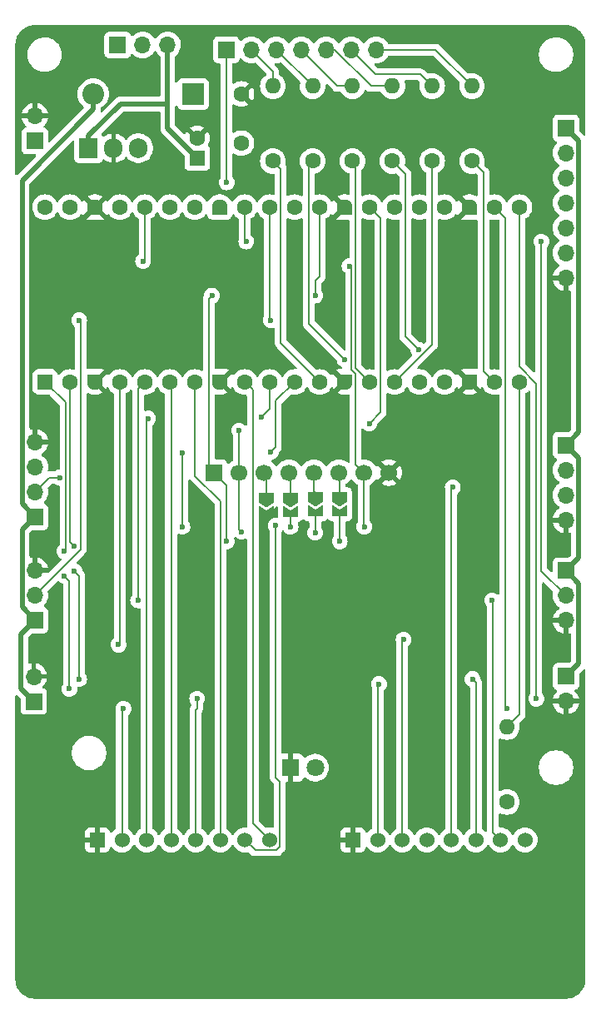
<source format=gtl>
G04 #@! TF.GenerationSoftware,KiCad,Pcbnew,8.0.8*
G04 #@! TF.CreationDate,2025-01-15T21:47:26-05:00*
G04 #@! TF.ProjectId,mainboard,6d61696e-626f-4617-9264-2e6b69636164,rev?*
G04 #@! TF.SameCoordinates,Original*
G04 #@! TF.FileFunction,Copper,L1,Top*
G04 #@! TF.FilePolarity,Positive*
%FSLAX46Y46*%
G04 Gerber Fmt 4.6, Leading zero omitted, Abs format (unit mm)*
G04 Created by KiCad (PCBNEW 8.0.8) date 2025-01-15 21:47:26*
%MOMM*%
%LPD*%
G01*
G04 APERTURE LIST*
G04 Aperture macros list*
%AMRoundRect*
0 Rectangle with rounded corners*
0 $1 Rounding radius*
0 $2 $3 $4 $5 $6 $7 $8 $9 X,Y pos of 4 corners*
0 Add a 4 corners polygon primitive as box body*
4,1,4,$2,$3,$4,$5,$6,$7,$8,$9,$2,$3,0*
0 Add four circle primitives for the rounded corners*
1,1,$1+$1,$2,$3*
1,1,$1+$1,$4,$5*
1,1,$1+$1,$6,$7*
1,1,$1+$1,$8,$9*
0 Add four rect primitives between the rounded corners*
20,1,$1+$1,$2,$3,$4,$5,0*
20,1,$1+$1,$4,$5,$6,$7,0*
20,1,$1+$1,$6,$7,$8,$9,0*
20,1,$1+$1,$8,$9,$2,$3,0*%
%AMFreePoly0*
4,1,6,1.000000,0.000000,0.500000,-0.750000,-0.500000,-0.750000,-0.500000,0.750000,0.500000,0.750000,1.000000,0.000000,1.000000,0.000000,$1*%
%AMFreePoly1*
4,1,6,0.500000,-0.750000,-0.650000,-0.750000,-0.150000,0.000000,-0.650000,0.750000,0.500000,0.750000,0.500000,-0.750000,0.500000,-0.750000,$1*%
%AMFreePoly2*
4,1,28,0.605014,0.794986,0.644504,0.794986,0.724698,0.756366,0.780194,0.686777,0.800000,0.600000,0.800000,-0.600000,0.780194,-0.686777,0.724698,-0.756366,0.644504,-0.794986,0.605014,-0.794986,0.600000,-0.800000,0.000000,-0.800000,-0.178017,-0.779942,-0.347107,-0.720775,-0.498792,-0.625465,-0.625465,-0.498792,-0.720775,-0.347107,-0.779942,-0.178017,-0.800000,0.000000,-0.779942,0.178017,
-0.720775,0.347107,-0.625465,0.498792,-0.498792,0.625465,-0.347107,0.720775,-0.178017,0.779942,0.000000,0.800000,0.600000,0.800000,0.605014,0.794986,0.605014,0.794986,$1*%
%AMFreePoly3*
4,1,28,0.178017,0.779942,0.347107,0.720775,0.498792,0.625465,0.625465,0.498792,0.720775,0.347107,0.779942,0.178017,0.800000,0.000000,0.779942,-0.178017,0.720775,-0.347107,0.625465,-0.498792,0.498792,-0.625465,0.347107,-0.720775,0.178017,-0.779942,0.000000,-0.800000,-0.600000,-0.800000,-0.605014,-0.794986,-0.644504,-0.794986,-0.724698,-0.756366,-0.780194,-0.686777,-0.800000,-0.600000,
-0.800000,0.600000,-0.780194,0.686777,-0.724698,0.756366,-0.644504,0.794986,-0.605014,0.794986,-0.600000,0.800000,0.000000,0.800000,0.178017,0.779942,0.178017,0.779942,$1*%
G04 Aperture macros list end*
G04 #@! TA.AperFunction,ComponentPad*
%ADD10R,1.600000X1.600000*%
G04 #@! TD*
G04 #@! TA.AperFunction,ComponentPad*
%ADD11C,1.600000*%
G04 #@! TD*
G04 #@! TA.AperFunction,ComponentPad*
%ADD12R,2.200000X2.200000*%
G04 #@! TD*
G04 #@! TA.AperFunction,ComponentPad*
%ADD13O,2.200000X2.200000*%
G04 #@! TD*
G04 #@! TA.AperFunction,SMDPad,CuDef*
%ADD14FreePoly0,270.000000*%
G04 #@! TD*
G04 #@! TA.AperFunction,SMDPad,CuDef*
%ADD15FreePoly1,270.000000*%
G04 #@! TD*
G04 #@! TA.AperFunction,ComponentPad*
%ADD16RoundRect,0.200000X0.600000X-0.600000X0.600000X0.600000X-0.600000X0.600000X-0.600000X-0.600000X0*%
G04 #@! TD*
G04 #@! TA.AperFunction,ComponentPad*
%ADD17FreePoly2,90.000000*%
G04 #@! TD*
G04 #@! TA.AperFunction,ComponentPad*
%ADD18FreePoly3,90.000000*%
G04 #@! TD*
G04 #@! TA.AperFunction,ComponentPad*
%ADD19O,1.600000X1.600000*%
G04 #@! TD*
G04 #@! TA.AperFunction,ComponentPad*
%ADD20O,1.700000X1.700000*%
G04 #@! TD*
G04 #@! TA.AperFunction,ComponentPad*
%ADD21R,1.700000X1.700000*%
G04 #@! TD*
G04 #@! TA.AperFunction,ComponentPad*
%ADD22R,1.800000X1.800000*%
G04 #@! TD*
G04 #@! TA.AperFunction,ComponentPad*
%ADD23C,1.800000*%
G04 #@! TD*
G04 #@! TA.AperFunction,ComponentPad*
%ADD24C,1.700000*%
G04 #@! TD*
G04 #@! TA.AperFunction,ComponentPad*
%ADD25R,1.905000X2.000000*%
G04 #@! TD*
G04 #@! TA.AperFunction,ComponentPad*
%ADD26O,1.905000X2.000000*%
G04 #@! TD*
G04 #@! TA.AperFunction,ComponentPad*
%ADD27R,1.524000X1.524000*%
G04 #@! TD*
G04 #@! TA.AperFunction,ComponentPad*
%ADD28C,1.524000*%
G04 #@! TD*
G04 #@! TA.AperFunction,ViaPad*
%ADD29C,0.600000*%
G04 #@! TD*
G04 #@! TA.AperFunction,Conductor*
%ADD30C,0.500000*%
G04 #@! TD*
G04 #@! TA.AperFunction,Conductor*
%ADD31C,0.200000*%
G04 #@! TD*
G04 APERTURE END LIST*
D10*
G04 #@! TO.P,C2,1*
G04 #@! TO.N,/VBAT*
X153000000Y-61000000D03*
D11*
G04 #@! TO.P,C2,2*
G04 #@! TO.N,GND*
X153000000Y-59000000D03*
G04 #@! TD*
D12*
G04 #@! TO.P,D5,1,K*
G04 #@! TO.N,/VSYS*
X152580000Y-54500000D03*
D13*
G04 #@! TO.P,D5,2,A*
G04 #@! TO.N,5V*
X142420000Y-54500000D03*
G04 #@! TD*
D14*
G04 #@! TO.P,JP4,1,A*
G04 #@! TO.N,Net-(JP4-A)*
X167500000Y-95500000D03*
D15*
G04 #@! TO.P,JP4,2,B*
G04 #@! TO.N,/SDA*
X167500000Y-96950000D03*
G04 #@! TD*
D14*
G04 #@! TO.P,JP3,1,A*
G04 #@! TO.N,Net-(JP3-A)*
X165000000Y-95500000D03*
D15*
G04 #@! TO.P,JP3,2,B*
G04 #@! TO.N,/SCL*
X165000000Y-96950000D03*
G04 #@! TD*
D14*
G04 #@! TO.P,JP2,1,A*
G04 #@! TO.N,Net-(JP2-A)*
X162500000Y-95550000D03*
D15*
G04 #@! TO.P,JP2,2,B*
G04 #@! TO.N,+3V3*
X162500000Y-97000000D03*
G04 #@! TD*
D14*
G04 #@! TO.P,JP1,1,A*
G04 #@! TO.N,Net-(JP1-A)*
X160000000Y-95550000D03*
D15*
G04 #@! TO.P,JP1,2,B*
G04 #@! TO.N,GND*
X160000000Y-97000000D03*
G04 #@! TD*
D11*
G04 #@! TO.P,C1,1*
G04 #@! TO.N,5V*
X157500000Y-59500000D03*
G04 #@! TO.P,C1,2*
G04 #@! TO.N,GND*
X157500000Y-54500000D03*
G04 #@! TD*
D16*
G04 #@! TO.P,A2,1,GPIO0*
G04 #@! TO.N,/MTR_TX*
X137520000Y-83780000D03*
D11*
G04 #@! TO.P,A2,2,GPIO1*
G04 #@! TO.N,/MTR_RX*
X140060000Y-83780000D03*
D17*
G04 #@! TO.P,A2,3,GND*
G04 #@! TO.N,GND*
X142600000Y-83780000D03*
D11*
G04 #@! TO.P,A2,4,GPIO2*
G04 #@! TO.N,/MTR_DISCRIM*
X145140000Y-83780000D03*
G04 #@! TO.P,A2,5,GPIO3*
G04 #@! TO.N,/MTR_PRES*
X147680000Y-83780000D03*
G04 #@! TO.P,A2,6,GPIO4*
G04 #@! TO.N,/CTRL_RESET*
X150220000Y-83780000D03*
G04 #@! TO.P,A2,7,GPIO5*
G04 #@! TO.N,/CTRL_ARM*
X152760000Y-83780000D03*
D17*
G04 #@! TO.P,A2,8,GND*
G04 #@! TO.N,GND*
X155300000Y-83780000D03*
D11*
G04 #@! TO.P,A2,9,GPIO6*
G04 #@! TO.N,/CTRL_RACE*
X157840000Y-83780000D03*
G04 #@! TO.P,A2,10,GPIO7*
G04 #@! TO.N,/CTRL_DISCRIM*
X160380000Y-83780000D03*
G04 #@! TO.P,A2,11,GPIO8*
G04 #@! TO.N,/CTRL_PRES*
X162920000Y-83780000D03*
G04 #@! TO.P,A2,12,GPIO9*
G04 #@! TO.N,/LED1R*
X165460000Y-83780000D03*
D17*
G04 #@! TO.P,A2,13,GND*
G04 #@! TO.N,GND*
X168000000Y-83780000D03*
D11*
G04 #@! TO.P,A2,14,GPIO10*
G04 #@! TO.N,/LED2R*
X170540000Y-83780000D03*
G04 #@! TO.P,A2,15,GPIO11*
G04 #@! TO.N,/LED3R*
X173080000Y-83780000D03*
G04 #@! TO.P,A2,16,GPIO12*
G04 #@! TO.N,/LED1G*
X175620000Y-83780000D03*
G04 #@! TO.P,A2,17,GPIO13*
G04 #@! TO.N,/LED2G*
X178160000Y-83780000D03*
D17*
G04 #@! TO.P,A2,18,GND*
G04 #@! TO.N,GND*
X180700000Y-83780000D03*
D11*
G04 #@! TO.P,A2,19,GPIO14*
G04 #@! TO.N,/LED3G*
X183240000Y-83780000D03*
G04 #@! TO.P,A2,20,GPIO15*
G04 #@! TO.N,/ERROR_LED*
X185780000Y-83780000D03*
G04 #@! TO.P,A2,21,GPIO16*
G04 #@! TO.N,/CTRL_LEDARM*
X185780000Y-66000000D03*
G04 #@! TO.P,A2,22,GPIO17*
G04 #@! TO.N,/CTRL_LEDRACE*
X183240000Y-66000000D03*
D18*
G04 #@! TO.P,A2,23,GND*
G04 #@! TO.N,GND*
X180700000Y-66000000D03*
D11*
G04 #@! TO.P,A2,24,GPIO18*
G04 #@! TO.N,/GPIO18*
X178160000Y-66000000D03*
G04 #@! TO.P,A2,25,GPIO19*
G04 #@! TO.N,/GPIO19*
X175620000Y-66000000D03*
G04 #@! TO.P,A2,26,GPIO20*
G04 #@! TO.N,/GPIO20*
X173080000Y-66000000D03*
G04 #@! TO.P,A2,27,GPIO21*
G04 #@! TO.N,/SCL*
X170540000Y-66000000D03*
D18*
G04 #@! TO.P,A2,28,GND*
G04 #@! TO.N,GND*
X168000000Y-66000000D03*
D11*
G04 #@! TO.P,A2,29,GPIO22*
G04 #@! TO.N,/SDA*
X165460000Y-66000000D03*
G04 #@! TO.P,A2,30,RUN*
G04 #@! TO.N,unconnected-(A2-RUN-Pad30)*
X162920000Y-66000000D03*
G04 #@! TO.P,A2,31,GPIO26_ADC0*
G04 #@! TO.N,/LBEAM_SIG*
X160380000Y-66000000D03*
G04 #@! TO.P,A2,32,GPIO27_ADC1*
G04 #@! TO.N,/RBEAM_SIG*
X157840000Y-66000000D03*
D18*
G04 #@! TO.P,A2,33,AGND*
G04 #@! TO.N,unconnected-(A2-AGND-Pad33)*
X155300000Y-66000000D03*
D11*
G04 #@! TO.P,A2,34,GPIO28_ADC2*
G04 #@! TO.N,/GPIO28_ADC2*
X152760000Y-66000000D03*
G04 #@! TO.P,A2,35,ADC_VREF*
G04 #@! TO.N,unconnected-(A2-ADC_VREF-Pad35)*
X150220000Y-66000000D03*
G04 #@! TO.P,A2,36,3V3*
G04 #@! TO.N,+3V3*
X147680000Y-66000000D03*
G04 #@! TO.P,A2,37,3V3_EN*
G04 #@! TO.N,unconnected-(A2-3V3_EN-Pad37)*
X145140000Y-66000000D03*
D18*
G04 #@! TO.P,A2,38,GND*
G04 #@! TO.N,GND*
X142600000Y-66000000D03*
D11*
G04 #@! TO.P,A2,39,VSYS*
G04 #@! TO.N,/VSYS*
X140060000Y-66000000D03*
G04 #@! TO.P,A2,40,VBUS*
G04 #@! TO.N,unconnected-(A2-VBUS-Pad40)*
X137520000Y-66000000D03*
G04 #@! TD*
G04 #@! TO.P,R6,1*
G04 #@! TO.N,/LED3G*
X180950000Y-61310000D03*
D19*
G04 #@! TO.P,R6,2*
G04 #@! TO.N,Net-(J6-Pin_7)*
X180950000Y-53690000D03*
G04 #@! TD*
D20*
G04 #@! TO.P,SW1,3,C*
G04 #@! TO.N,/VBAT*
X150000000Y-49500000D03*
G04 #@! TO.P,SW1,2,B*
G04 #@! TO.N,/PRESWITCH*
X147460000Y-49500000D03*
D21*
G04 #@! TO.P,SW1,1,A*
G04 #@! TO.N,unconnected-(SW1-A-Pad1)*
X144920000Y-49500000D03*
G04 #@! TD*
D22*
G04 #@! TO.P,D4,1,K*
G04 #@! TO.N,GND*
X162460000Y-123000000D03*
D23*
G04 #@! TO.P,D4,2,A*
G04 #@! TO.N,Net-(D4-A)*
X165000000Y-123000000D03*
G04 #@! TD*
D11*
G04 #@! TO.P,R4,1*
G04 #@! TO.N,/LED2G*
X172850000Y-61310000D03*
D19*
G04 #@! TO.P,R4,2*
G04 #@! TO.N,Net-(J6-Pin_5)*
X172850000Y-53690000D03*
G04 #@! TD*
D21*
G04 #@! TO.P,J4,1,Pin_1*
G04 #@! TO.N,5V*
X190500000Y-90200000D03*
D20*
G04 #@! TO.P,J4,2,Pin_2*
G04 #@! TO.N,/SDA*
X190500000Y-92740000D03*
G04 #@! TO.P,J4,3,Pin_3*
G04 #@! TO.N,/SCL*
X190500000Y-95280000D03*
G04 #@! TO.P,J4,4,Pin_4*
G04 #@! TO.N,GND*
X190500000Y-97820000D03*
G04 #@! TD*
D21*
G04 #@! TO.P,U1,1,DATA*
G04 #@! TO.N,/SDA*
X154720000Y-93000000D03*
D24*
G04 #@! TO.P,U1,2,CLK*
G04 #@! TO.N,/SCL*
X157260000Y-93000000D03*
G04 #@! TO.P,U1,3,A0*
G04 #@! TO.N,Net-(JP1-A)*
X159800000Y-93000000D03*
G04 #@! TO.P,U1,4,RST*
G04 #@! TO.N,Net-(JP2-A)*
X162340000Y-93000000D03*
G04 #@! TO.P,U1,5,CS*
G04 #@! TO.N,Net-(JP3-A)*
X164880000Y-93000000D03*
G04 #@! TO.P,U1,6,3VO*
G04 #@! TO.N,Net-(JP4-A)*
X167420000Y-93000000D03*
G04 #@! TO.P,U1,7,VIN*
G04 #@! TO.N,+3V3*
X169960000Y-93000000D03*
G04 #@! TO.P,U1,8,GND*
G04 #@! TO.N,GND*
X172500000Y-93000000D03*
G04 #@! TD*
D25*
G04 #@! TO.P,U2,1,VI*
G04 #@! TO.N,/VBAT*
X141960000Y-60000000D03*
D26*
G04 #@! TO.P,U2,2,GND*
G04 #@! TO.N,GND*
X144500000Y-60000000D03*
G04 #@! TO.P,U2,3,VO*
G04 #@! TO.N,5V*
X147040000Y-60000000D03*
G04 #@! TD*
D21*
G04 #@! TO.P,J9,1,Pin_1*
G04 #@! TO.N,5V*
X136375000Y-116275000D03*
D20*
G04 #@! TO.P,J9,2,Pin_2*
G04 #@! TO.N,GND*
X136375000Y-113735000D03*
G04 #@! TD*
D11*
G04 #@! TO.P,R1,1*
G04 #@! TO.N,/LED1R*
X160700000Y-61310000D03*
D19*
G04 #@! TO.P,R1,2*
G04 #@! TO.N,Net-(J6-Pin_2)*
X160700000Y-53690000D03*
G04 #@! TD*
D21*
G04 #@! TO.P,J11,1,Pin_1*
G04 #@! TO.N,5V*
X190500000Y-57960000D03*
D20*
G04 #@! TO.P,J11,2,Pin_2*
G04 #@! TO.N,+3V3*
X190500000Y-60500000D03*
G04 #@! TO.P,J11,3,Pin_3*
G04 #@! TO.N,/GPIO18*
X190500000Y-63040000D03*
G04 #@! TO.P,J11,4,Pin_4*
G04 #@! TO.N,/GPIO19*
X190500000Y-65580000D03*
G04 #@! TO.P,J11,5,Pin_5*
G04 #@! TO.N,/GPIO20*
X190500000Y-68120000D03*
G04 #@! TO.P,J11,6,Pin_6*
G04 #@! TO.N,/GPIO28_ADC2*
X190500000Y-70660000D03*
G04 #@! TO.P,J11,7,Pin_7*
G04 #@! TO.N,GND*
X190500000Y-73200000D03*
G04 #@! TD*
D21*
G04 #@! TO.P,J10,1,Pin_1*
G04 #@! TO.N,5V*
X190500000Y-113725000D03*
D20*
G04 #@! TO.P,J10,2,Pin_2*
G04 #@! TO.N,GND*
X190500000Y-116265000D03*
G04 #@! TD*
D21*
G04 #@! TO.P,BT1,1,+*
G04 #@! TO.N,/PRESWITCH*
X136500000Y-59275000D03*
D20*
G04 #@! TO.P,BT1,2,-*
G04 #@! TO.N,GND*
X136500000Y-56735000D03*
G04 #@! TD*
D11*
G04 #@! TO.P,R3,1*
G04 #@! TO.N,/LED2R*
X168800000Y-61310000D03*
D19*
G04 #@! TO.P,R3,2*
G04 #@! TO.N,Net-(J6-Pin_4)*
X168800000Y-53690000D03*
G04 #@! TD*
D11*
G04 #@! TO.P,R2,1*
G04 #@! TO.N,/LED1G*
X164750000Y-61310000D03*
D19*
G04 #@! TO.P,R2,2*
G04 #@! TO.N,Net-(J6-Pin_3)*
X164750000Y-53690000D03*
G04 #@! TD*
D27*
G04 #@! TO.P,J1,1*
G04 #@! TO.N,GND*
X168850000Y-130350000D03*
D28*
G04 #@! TO.P,J1,2*
G04 #@! TO.N,/MTR_TX*
X171350000Y-130350000D03*
G04 #@! TO.P,J1,3*
G04 #@! TO.N,/MTR_DISCRIM*
X173850000Y-130350000D03*
G04 #@! TO.P,J1,4*
G04 #@! TO.N,unconnected-(J1-Pad4)*
X176350000Y-130350000D03*
G04 #@! TO.P,J1,5*
G04 #@! TO.N,+3V3*
X178850000Y-130350000D03*
G04 #@! TO.P,J1,6*
G04 #@! TO.N,/MTR_RX*
X181350000Y-130350000D03*
G04 #@! TO.P,J1,7*
G04 #@! TO.N,/MTR_PRES*
X183850000Y-130350000D03*
G04 #@! TO.P,J1,8*
G04 #@! TO.N,unconnected-(J1-Pad8)*
X186350000Y-130350000D03*
G04 #@! TD*
D21*
G04 #@! TO.P,J6,1,Pin_1*
G04 #@! TO.N,+3V3*
X155960000Y-50000000D03*
D20*
G04 #@! TO.P,J6,2,Pin_2*
G04 #@! TO.N,Net-(J6-Pin_2)*
X158500000Y-50000000D03*
G04 #@! TO.P,J6,3,Pin_3*
G04 #@! TO.N,Net-(J6-Pin_3)*
X161040000Y-50000000D03*
G04 #@! TO.P,J6,4,Pin_4*
G04 #@! TO.N,Net-(J6-Pin_4)*
X163580000Y-50000000D03*
G04 #@! TO.P,J6,5,Pin_5*
G04 #@! TO.N,Net-(J6-Pin_5)*
X166120000Y-50000000D03*
G04 #@! TO.P,J6,6,Pin_6*
G04 #@! TO.N,Net-(J6-Pin_6)*
X168660000Y-50000000D03*
G04 #@! TO.P,J6,7,Pin_7*
G04 #@! TO.N,Net-(J6-Pin_7)*
X171200000Y-50000000D03*
G04 #@! TD*
D21*
G04 #@! TO.P,J7,1,Pin_1*
G04 #@! TO.N,5V*
X136500000Y-108000000D03*
D20*
G04 #@! TO.P,J7,2,Pin_2*
G04 #@! TO.N,/LBEAM_SIG*
X136500000Y-105460000D03*
G04 #@! TO.P,J7,3,Pin_3*
G04 #@! TO.N,GND*
X136500000Y-102920000D03*
G04 #@! TD*
D21*
G04 #@! TO.P,J3,1,Pin_1*
G04 #@! TO.N,5V*
X136500000Y-97500000D03*
D20*
G04 #@! TO.P,J3,2,Pin_2*
G04 #@! TO.N,/SDA*
X136500000Y-94960000D03*
G04 #@! TO.P,J3,3,Pin_3*
G04 #@! TO.N,/SCL*
X136500000Y-92420000D03*
G04 #@! TO.P,J3,4,Pin_4*
G04 #@! TO.N,GND*
X136500000Y-89880000D03*
G04 #@! TD*
D11*
G04 #@! TO.P,R7,1*
G04 #@! TO.N,Net-(D4-A)*
X184500000Y-126500000D03*
D19*
G04 #@! TO.P,R7,2*
G04 #@! TO.N,/ERROR_LED*
X184500000Y-118880000D03*
G04 #@! TD*
D27*
G04 #@! TO.P,J2,1*
G04 #@! TO.N,GND*
X142850000Y-130350000D03*
D28*
G04 #@! TO.P,J2,2*
G04 #@! TO.N,/CTRL_LEDRACE*
X145350000Y-130350000D03*
G04 #@! TO.P,J2,3*
G04 #@! TO.N,/CTRL_DISCRIM*
X147850000Y-130350000D03*
G04 #@! TO.P,J2,4*
G04 #@! TO.N,/CTRL_RESET*
X150350000Y-130350000D03*
G04 #@! TO.P,J2,5*
G04 #@! TO.N,/CTRL_LEDARM*
X152850000Y-130350000D03*
G04 #@! TO.P,J2,6*
G04 #@! TO.N,/CTRL_ARM*
X155350000Y-130350000D03*
G04 #@! TO.P,J2,7*
G04 #@! TO.N,/CTRL_PRES*
X157850000Y-130350000D03*
G04 #@! TO.P,J2,8*
G04 #@! TO.N,/CTRL_RACE*
X160350000Y-130350000D03*
G04 #@! TD*
D11*
G04 #@! TO.P,R5,1*
G04 #@! TO.N,/LED3R*
X176900000Y-61310000D03*
D19*
G04 #@! TO.P,R5,2*
G04 #@! TO.N,Net-(J6-Pin_6)*
X176900000Y-53690000D03*
G04 #@! TD*
D21*
G04 #@! TO.P,J8,1,Pin_1*
G04 #@! TO.N,5V*
X190500000Y-102975000D03*
D20*
G04 #@! TO.P,J8,2,Pin_2*
G04 #@! TO.N,/RBEAM_SIG*
X190500000Y-105515000D03*
G04 #@! TO.P,J8,3,Pin_3*
G04 #@! TO.N,GND*
X190500000Y-108055000D03*
G04 #@! TD*
D29*
G04 #@! TO.N,GND*
X160000000Y-102500000D03*
G04 #@! TO.N,+3V3*
X156000000Y-63500000D03*
G04 #@! TO.N,GND*
X157000000Y-123500000D03*
G04 #@! TO.N,/CTRL_PRES*
X160500000Y-90900000D03*
X151500000Y-91000000D03*
X151500000Y-98500000D03*
X161000000Y-98400000D03*
G04 #@! TO.N,/SDA*
X156000000Y-100000000D03*
X167500000Y-100000000D03*
G04 #@! TO.N,/SCL*
X157500000Y-99000000D03*
X165000000Y-99100000D03*
G04 #@! TO.N,+3V3*
X162500000Y-98500000D03*
X170000000Y-98500000D03*
G04 #@! TO.N,GND*
X151500000Y-139500000D03*
X153500000Y-100000000D03*
X189000000Y-128000000D03*
X162500000Y-56000000D03*
X142500000Y-135500000D03*
X149000000Y-100000000D03*
X155500000Y-90000000D03*
X145500000Y-74500000D03*
X175500000Y-101000000D03*
X143500000Y-70500000D03*
X180500000Y-88000000D03*
X168000000Y-101000000D03*
X146500000Y-80000000D03*
X167000000Y-76500000D03*
X185000000Y-139000000D03*
X183000000Y-78000000D03*
X175500000Y-75500000D03*
X185000000Y-61000000D03*
X170000000Y-75500000D03*
X173000000Y-75500000D03*
X164500000Y-138500000D03*
X167000000Y-68000000D03*
X173000000Y-139500000D03*
X174500000Y-88000000D03*
G04 #@! TO.N,/RBEAM_SIG*
X188000000Y-69500000D03*
X158000000Y-69500000D03*
G04 #@! TO.N,/CTRL_DISCRIM*
X148000000Y-87500000D03*
X159500000Y-87400000D03*
G04 #@! TO.N,/SDA*
X165000000Y-75000000D03*
X154500000Y-75000000D03*
X139000000Y-93500000D03*
G04 #@! TO.N,/CTRL_LEDARM*
X187500000Y-116000000D03*
X153000000Y-116000000D03*
G04 #@! TO.N,/LED2G*
X175500000Y-80500000D03*
G04 #@! TO.N,/SCL*
X157260000Y-88740000D03*
X170500000Y-88000000D03*
G04 #@! TO.N,/LBEAM_SIG*
X141000000Y-77500000D03*
X160500000Y-77500000D03*
G04 #@! TO.N,/MTR_DISCRIM*
X174000000Y-110000000D03*
X145000000Y-110500000D03*
G04 #@! TO.N,+3V3*
X168500000Y-72000000D03*
X147500000Y-71500000D03*
X179000000Y-94500000D03*
G04 #@! TO.N,/MTR_PRES*
X147000000Y-106000000D03*
X183000000Y-106000000D03*
G04 #@! TO.N,/MTR_TX*
X140000000Y-115000000D03*
X171500000Y-114500000D03*
X139500000Y-101000000D03*
X139500000Y-103500000D03*
G04 #@! TO.N,/CTRL_LEDRACE*
X184500000Y-117000000D03*
X145500000Y-117000000D03*
G04 #@! TO.N,/LED1G*
X168000000Y-81500000D03*
G04 #@! TO.N,/MTR_RX*
X140500000Y-100500000D03*
X181000000Y-114000000D03*
X140500000Y-103000000D03*
X141000000Y-114000000D03*
G04 #@! TD*
D30*
G04 #@! TO.N,/VBAT*
X141960000Y-60000000D02*
X141960000Y-58770000D01*
X145230000Y-55500000D02*
X150000000Y-55500000D01*
X141960000Y-58770000D02*
X145230000Y-55500000D01*
X150000000Y-49500000D02*
X150000000Y-55500000D01*
X150000000Y-55500000D02*
X150000000Y-58000000D01*
D31*
G04 #@! TO.N,+3V3*
X155960000Y-63460000D02*
X156000000Y-63500000D01*
X155960000Y-50000000D02*
X155960000Y-63460000D01*
D30*
G04 #@! TO.N,5V*
X142420000Y-54500000D02*
X142420000Y-56055634D01*
X142420000Y-56055634D02*
X135200000Y-63275634D01*
X135200000Y-63275634D02*
X135200000Y-96200000D01*
X135200000Y-96200000D02*
X136500000Y-97500000D01*
G04 #@! TO.N,/VBAT*
X150000000Y-58000000D02*
X153000000Y-61000000D01*
D31*
G04 #@! TO.N,/CTRL_PRES*
X161000000Y-124000000D02*
X161000000Y-98400000D01*
X151500000Y-98500000D02*
X151500000Y-91000000D01*
X160500000Y-90900000D02*
X161000000Y-90400000D01*
X161000000Y-90400000D02*
X161000000Y-85700000D01*
G04 #@! TO.N,/CTRL_RACE*
X158650000Y-128650000D02*
X158650000Y-84590000D01*
G04 #@! TO.N,/SDA*
X156000000Y-94280000D02*
X154720000Y-93000000D01*
X156000000Y-100000000D02*
X156000000Y-94280000D01*
X167500000Y-96950000D02*
X167500000Y-100000000D01*
G04 #@! TO.N,/SCL*
X157260000Y-98760000D02*
X157260000Y-93000000D01*
X165000000Y-96950000D02*
X165000000Y-99100000D01*
X157500000Y-99000000D02*
X157260000Y-98760000D01*
G04 #@! TO.N,+3V3*
X162500000Y-97000000D02*
X162500000Y-98500000D01*
X170000000Y-98500000D02*
X169960000Y-98460000D01*
X169960000Y-98460000D02*
X169960000Y-93000000D01*
G04 #@! TO.N,Net-(JP4-A)*
X167500000Y-95500000D02*
X167500000Y-93080000D01*
X167500000Y-93080000D02*
X167420000Y-93000000D01*
G04 #@! TO.N,Net-(JP3-A)*
X165000000Y-95500000D02*
X165000000Y-95000000D01*
X165000000Y-95000000D02*
X164880000Y-94880000D01*
X164880000Y-94880000D02*
X164880000Y-93000000D01*
G04 #@! TO.N,Net-(JP2-A)*
X162500000Y-95550000D02*
X162500000Y-93160000D01*
X162500000Y-93160000D02*
X162340000Y-93000000D01*
G04 #@! TO.N,Net-(JP1-A)*
X160000000Y-95550000D02*
X160000000Y-93200000D01*
X160000000Y-93200000D02*
X159800000Y-93000000D01*
G04 #@! TO.N,/LED2R*
X169110031Y-61620031D02*
X169110031Y-82350031D01*
X168800000Y-61310000D02*
X169110031Y-61620031D01*
X169110031Y-82350031D02*
X170540000Y-83780000D01*
D30*
G04 #@! TO.N,5V*
X191800000Y-104275000D02*
X190500000Y-102975000D01*
X135200000Y-98800000D02*
X136500000Y-97500000D01*
X136500000Y-108000000D02*
X135200000Y-106700000D01*
X191800000Y-88900000D02*
X191800000Y-59260000D01*
X191800000Y-112425000D02*
X191800000Y-104275000D01*
X135075000Y-109425000D02*
X136500000Y-108000000D01*
X190500000Y-102975000D02*
X191800000Y-101675000D01*
X190500000Y-113725000D02*
X191800000Y-112425000D01*
X191800000Y-91500000D02*
X190500000Y-90200000D01*
X136375000Y-116275000D02*
X135075000Y-114975000D01*
X191800000Y-101675000D02*
X191800000Y-91500000D01*
X191800000Y-59260000D02*
X190500000Y-57960000D01*
X190500000Y-90200000D02*
X191800000Y-88900000D01*
X135075000Y-114975000D02*
X135075000Y-109425000D01*
X135200000Y-106700000D02*
X135200000Y-98800000D01*
D31*
G04 #@! TO.N,/LED1R*
X161499999Y-62109999D02*
X161499999Y-79819999D01*
X161499999Y-79819999D02*
X165460000Y-83780000D01*
X160700000Y-61310000D02*
X161499999Y-62109999D01*
G04 #@! TO.N,/RBEAM_SIG*
X190500000Y-105515000D02*
X188000000Y-103015000D01*
X188000000Y-103015000D02*
X188000000Y-69500000D01*
X157840000Y-66000000D02*
X157840000Y-69340000D01*
X157840000Y-69340000D02*
X158000000Y-69500000D01*
G04 #@! TO.N,/CTRL_DISCRIM*
X159500000Y-87400000D02*
X160380000Y-86520000D01*
X147850000Y-87650000D02*
X148000000Y-87500000D01*
X160380000Y-86520000D02*
X160380000Y-83780000D01*
X147850000Y-130350000D02*
X147850000Y-87650000D01*
G04 #@! TO.N,/CTRL_ARM*
X155350000Y-95930000D02*
X152760000Y-93340000D01*
X155350000Y-130350000D02*
X155350000Y-95930000D01*
X152760000Y-93340000D02*
X152760000Y-83780000D01*
G04 #@! TO.N,/SDA*
X165000000Y-75000000D02*
X165000000Y-73500000D01*
X165460000Y-73040000D02*
X165460000Y-66000000D01*
X137960000Y-93500000D02*
X136500000Y-94960000D01*
X139000000Y-93500000D02*
X137960000Y-93500000D01*
X154189969Y-92469969D02*
X154189969Y-75310031D01*
X165000000Y-73500000D02*
X165460000Y-73040000D01*
X154189969Y-75310031D02*
X154500000Y-75000000D01*
X154720000Y-93000000D02*
X154189969Y-92469969D01*
G04 #@! TO.N,/ERROR_LED*
X185780000Y-83780000D02*
X185780000Y-117600000D01*
X185780000Y-117600000D02*
X184500000Y-118880000D01*
G04 #@! TO.N,/CTRL_LEDARM*
X152850000Y-117150000D02*
X152850000Y-130350000D01*
X187500000Y-83944365D02*
X187500000Y-116000000D01*
X153000000Y-116000000D02*
X153000000Y-117000000D01*
X153000000Y-117000000D02*
X152850000Y-117150000D01*
X185780000Y-82224365D02*
X187500000Y-83944365D01*
X185780000Y-66000000D02*
X185780000Y-82224365D01*
G04 #@! TO.N,/LED2G*
X174180000Y-62640000D02*
X174180000Y-79180000D01*
X172850000Y-61310000D02*
X174180000Y-62640000D01*
X174180000Y-79180000D02*
X175500000Y-80500000D01*
G04 #@! TO.N,/SCL*
X170500000Y-88000000D02*
X171640000Y-86860000D01*
X171640000Y-86860000D02*
X171640000Y-67100000D01*
X171640000Y-67100000D02*
X170540000Y-66000000D01*
X157260000Y-88740000D02*
X157260000Y-93000000D01*
G04 #@! TO.N,/CTRL_RESET*
X150350000Y-130350000D02*
X150350000Y-83910000D01*
X150350000Y-83910000D02*
X150220000Y-83780000D01*
G04 #@! TO.N,/LBEAM_SIG*
X136500000Y-105460000D02*
X141160000Y-100800000D01*
X160500000Y-77500000D02*
X160380000Y-77380000D01*
X141160000Y-100800000D02*
X141160000Y-77660000D01*
X160380000Y-77380000D02*
X160380000Y-66000000D01*
X141160000Y-77660000D02*
X141000000Y-77500000D01*
G04 #@! TO.N,/CTRL_RACE*
X160350000Y-130350000D02*
X158650000Y-128650000D01*
X158650000Y-84590000D02*
X157840000Y-83780000D01*
G04 #@! TO.N,/LED3R*
X176900000Y-79960000D02*
X173080000Y-83780000D01*
X176900000Y-61310000D02*
X176900000Y-79960000D01*
G04 #@! TO.N,/MTR_DISCRIM*
X173850000Y-130350000D02*
X173850000Y-110150000D01*
X173850000Y-110150000D02*
X174000000Y-110000000D01*
X145000000Y-110500000D02*
X145140000Y-110360000D01*
X145140000Y-110360000D02*
X145140000Y-83780000D01*
G04 #@! TO.N,+3V3*
X178850000Y-130350000D02*
X178850000Y-94650000D01*
X147680000Y-71320000D02*
X147680000Y-66000000D01*
X147500000Y-71500000D02*
X147680000Y-71320000D01*
X169110031Y-82915717D02*
X168710031Y-82515717D01*
X169960000Y-93000000D02*
X169110031Y-92150031D01*
X169110031Y-92150031D02*
X169110031Y-82915717D01*
X178850000Y-94650000D02*
X179000000Y-94500000D01*
X168710031Y-72210031D02*
X168500000Y-72000000D01*
X168710031Y-82515717D02*
X168710031Y-72210031D01*
G04 #@! TO.N,/MTR_PRES*
X183088001Y-129588001D02*
X183088001Y-106088001D01*
X183850000Y-130350000D02*
X183088001Y-129588001D01*
X183088001Y-106088001D02*
X183000000Y-106000000D01*
X147000000Y-106000000D02*
X147000000Y-84460000D01*
X147000000Y-84460000D02*
X147680000Y-83780000D01*
G04 #@! TO.N,/MTR_TX*
X140000000Y-104000000D02*
X139500000Y-103500000D01*
X171350000Y-130350000D02*
X171350000Y-114650000D01*
X139500000Y-101000000D02*
X139600000Y-100900000D01*
X171350000Y-114650000D02*
X171500000Y-114500000D01*
X140000000Y-115000000D02*
X140000000Y-104000000D01*
X139600000Y-85860000D02*
X137520000Y-83780000D01*
X139600000Y-100900000D02*
X139600000Y-85860000D01*
G04 #@! TO.N,/CTRL_LEDRACE*
X184340000Y-67100000D02*
X184340000Y-116840000D01*
X184340000Y-116840000D02*
X184500000Y-117000000D01*
X145350000Y-117150000D02*
X145350000Y-130350000D01*
X145500000Y-117000000D02*
X145350000Y-117150000D01*
X183240000Y-66000000D02*
X184340000Y-67100000D01*
G04 #@! TO.N,/LED1G*
X164750000Y-61310000D02*
X164360000Y-61700000D01*
X164360000Y-61700000D02*
X164360000Y-77860000D01*
X164360000Y-77860000D02*
X168000000Y-81500000D01*
G04 #@! TO.N,/LED3G*
X182140000Y-82680000D02*
X183240000Y-83780000D01*
X182140000Y-62500000D02*
X182140000Y-82680000D01*
X180950000Y-61310000D02*
X182140000Y-62500000D01*
G04 #@! TO.N,/MTR_RX*
X141000000Y-103500000D02*
X141000000Y-114000000D01*
X181350000Y-114350000D02*
X181350000Y-130350000D01*
X140060000Y-83780000D02*
X140060000Y-100060000D01*
X140060000Y-100060000D02*
X140500000Y-100500000D01*
X140500000Y-103000000D02*
X141000000Y-103500000D01*
X181000000Y-114000000D02*
X181350000Y-114350000D01*
G04 #@! TO.N,/CTRL_PRES*
X161412000Y-131088000D02*
X161412000Y-124412000D01*
X161088000Y-131412000D02*
X161412000Y-131088000D01*
X157850000Y-130350000D02*
X158912000Y-131412000D01*
X158912000Y-131412000D02*
X161088000Y-131412000D01*
X161412000Y-124412000D02*
X161000000Y-124000000D01*
X161000000Y-85700000D02*
X162920000Y-83780000D01*
G04 #@! TO.N,Net-(J6-Pin_6)*
X175710000Y-52500000D02*
X176900000Y-53690000D01*
X168660000Y-50000000D02*
X171160000Y-52500000D01*
X171160000Y-52500000D02*
X175710000Y-52500000D01*
G04 #@! TO.N,Net-(J6-Pin_5)*
X167000000Y-50000000D02*
X166120000Y-50000000D01*
X172850000Y-53690000D02*
X170690000Y-53690000D01*
X170690000Y-53690000D02*
X167000000Y-50000000D01*
G04 #@! TO.N,Net-(J6-Pin_7)*
X177260000Y-50000000D02*
X180950000Y-53690000D01*
X171200000Y-50000000D02*
X177260000Y-50000000D01*
G04 #@! TO.N,Net-(J6-Pin_4)*
X168800000Y-53690000D02*
X167270000Y-53690000D01*
X167270000Y-53690000D02*
X163580000Y-50000000D01*
G04 #@! TO.N,Net-(J6-Pin_2)*
X160700000Y-53690000D02*
X160700000Y-52200000D01*
X160700000Y-52200000D02*
X158500000Y-50000000D01*
G04 #@! TO.N,Net-(J6-Pin_3)*
X164750000Y-53690000D02*
X161060000Y-50000000D01*
X161060000Y-50000000D02*
X161040000Y-50000000D01*
G04 #@! TD*
G04 #@! TA.AperFunction,Conductor*
G04 #@! TO.N,GND*
G36*
X181782932Y-84509380D02*
G01*
X181852926Y-84397987D01*
X181852927Y-84397986D01*
X181861486Y-84380213D01*
X181908307Y-84328352D01*
X181975733Y-84310037D01*
X182042358Y-84331083D01*
X182085589Y-84381605D01*
X182109428Y-84432727D01*
X182109432Y-84432734D01*
X182239954Y-84619141D01*
X182400858Y-84780045D01*
X182400861Y-84780047D01*
X182587266Y-84910568D01*
X182793504Y-85006739D01*
X182793509Y-85006740D01*
X182793511Y-85006741D01*
X182846415Y-85020916D01*
X183013308Y-85065635D01*
X183160493Y-85078512D01*
X183239998Y-85085468D01*
X183240000Y-85085468D01*
X183240002Y-85085468D01*
X183319507Y-85078512D01*
X183466692Y-85065635D01*
X183583408Y-85034361D01*
X183653256Y-85036024D01*
X183711119Y-85075186D01*
X183738623Y-85139415D01*
X183739500Y-85154136D01*
X183739500Y-105308060D01*
X183719815Y-105375099D01*
X183667011Y-105420854D01*
X183597853Y-105430798D01*
X183534297Y-105401773D01*
X183527819Y-105395741D01*
X183502262Y-105370184D01*
X183349523Y-105274211D01*
X183179254Y-105214631D01*
X183179249Y-105214630D01*
X183000004Y-105194435D01*
X182999996Y-105194435D01*
X182820750Y-105214630D01*
X182820745Y-105214631D01*
X182650476Y-105274211D01*
X182497737Y-105370184D01*
X182370184Y-105497737D01*
X182274211Y-105650476D01*
X182214631Y-105820745D01*
X182214630Y-105820750D01*
X182194435Y-105999996D01*
X182194435Y-106000003D01*
X182214630Y-106179249D01*
X182214631Y-106179254D01*
X182274211Y-106349523D01*
X182370184Y-106502262D01*
X182451182Y-106583260D01*
X182484667Y-106644583D01*
X182487501Y-106670941D01*
X182487501Y-129402692D01*
X182467816Y-129469731D01*
X182415012Y-129515486D01*
X182345854Y-129525430D01*
X182282298Y-129496405D01*
X182275820Y-129490374D01*
X182255177Y-129469731D01*
X182164620Y-129379174D01*
X182164616Y-129379171D01*
X182164615Y-129379170D01*
X182003377Y-129266270D01*
X181959752Y-129211693D01*
X181950500Y-129164695D01*
X181950500Y-114439060D01*
X181950501Y-114439047D01*
X181950501Y-114270944D01*
X181931087Y-114198492D01*
X181909577Y-114118216D01*
X181865578Y-114042007D01*
X181830524Y-113981290D01*
X181830521Y-113981287D01*
X181830520Y-113981284D01*
X181830517Y-113981281D01*
X181825574Y-113974839D01*
X181826637Y-113974023D01*
X181797215Y-113920141D01*
X181795163Y-113907684D01*
X181785368Y-113820745D01*
X181725789Y-113650478D01*
X181629816Y-113497738D01*
X181502262Y-113370184D01*
X181349523Y-113274211D01*
X181179254Y-113214631D01*
X181179249Y-113214630D01*
X181000004Y-113194435D01*
X180999996Y-113194435D01*
X180820750Y-113214630D01*
X180820745Y-113214631D01*
X180650476Y-113274211D01*
X180497737Y-113370184D01*
X180370184Y-113497737D01*
X180274211Y-113650476D01*
X180214631Y-113820745D01*
X180214630Y-113820750D01*
X180194435Y-113999996D01*
X180194435Y-114000003D01*
X180214630Y-114179249D01*
X180214631Y-114179254D01*
X180274211Y-114349523D01*
X180365556Y-114494896D01*
X180370184Y-114502262D01*
X180497738Y-114629816D01*
X180650478Y-114725789D01*
X180666454Y-114731379D01*
X180723230Y-114772100D01*
X180748978Y-114837053D01*
X180749500Y-114848421D01*
X180749500Y-129164695D01*
X180729815Y-129231734D01*
X180696623Y-129266270D01*
X180535378Y-129379174D01*
X180379175Y-129535377D01*
X180252466Y-129716338D01*
X180252465Y-129716340D01*
X180212382Y-129802299D01*
X180166209Y-129854738D01*
X180099016Y-129873890D01*
X180032135Y-129853674D01*
X179987618Y-129802299D01*
X179947534Y-129716340D01*
X179947533Y-129716338D01*
X179820827Y-129535381D01*
X179755177Y-129469731D01*
X179664620Y-129379174D01*
X179664616Y-129379171D01*
X179664615Y-129379170D01*
X179503377Y-129266270D01*
X179459752Y-129211693D01*
X179450500Y-129164695D01*
X179450500Y-95230809D01*
X179470185Y-95163770D01*
X179497191Y-95133859D01*
X179502252Y-95129821D01*
X179502262Y-95129816D01*
X179629816Y-95002262D01*
X179725789Y-94849522D01*
X179785368Y-94679255D01*
X179786527Y-94668968D01*
X179805565Y-94500003D01*
X179805565Y-94499996D01*
X179785369Y-94320750D01*
X179785368Y-94320745D01*
X179757641Y-94241505D01*
X179725789Y-94150478D01*
X179716151Y-94135140D01*
X179651658Y-94032500D01*
X179629816Y-93997738D01*
X179502262Y-93870184D01*
X179436874Y-93829098D01*
X179349523Y-93774211D01*
X179179254Y-93714631D01*
X179179249Y-93714630D01*
X179000004Y-93694435D01*
X178999996Y-93694435D01*
X178820750Y-93714630D01*
X178820745Y-93714631D01*
X178650476Y-93774211D01*
X178497737Y-93870184D01*
X178370184Y-93997737D01*
X178274211Y-94150476D01*
X178214631Y-94320745D01*
X178214630Y-94320750D01*
X178194435Y-94499996D01*
X178194435Y-94500003D01*
X178214630Y-94679249D01*
X178214631Y-94679254D01*
X178242542Y-94759017D01*
X178249500Y-94799972D01*
X178249500Y-129164695D01*
X178229815Y-129231734D01*
X178196623Y-129266270D01*
X178035378Y-129379174D01*
X177879175Y-129535377D01*
X177752466Y-129716338D01*
X177752465Y-129716340D01*
X177712382Y-129802299D01*
X177666209Y-129854738D01*
X177599016Y-129873890D01*
X177532135Y-129853674D01*
X177487618Y-129802299D01*
X177447534Y-129716340D01*
X177447533Y-129716338D01*
X177320827Y-129535381D01*
X177255177Y-129469731D01*
X177164620Y-129379174D01*
X177164616Y-129379171D01*
X177164615Y-129379170D01*
X176983666Y-129252468D01*
X176983662Y-129252466D01*
X176939202Y-129231734D01*
X176783450Y-129159106D01*
X176783447Y-129159105D01*
X176783445Y-129159104D01*
X176570070Y-129101930D01*
X176570062Y-129101929D01*
X176350002Y-129082677D01*
X176349998Y-129082677D01*
X176129937Y-129101929D01*
X176129929Y-129101930D01*
X175916554Y-129159104D01*
X175916548Y-129159107D01*
X175716340Y-129252465D01*
X175716338Y-129252466D01*
X175535377Y-129379175D01*
X175379175Y-129535377D01*
X175252466Y-129716338D01*
X175252465Y-129716340D01*
X175212382Y-129802299D01*
X175166209Y-129854738D01*
X175099016Y-129873890D01*
X175032135Y-129853674D01*
X174987618Y-129802299D01*
X174947534Y-129716340D01*
X174947533Y-129716338D01*
X174820827Y-129535381D01*
X174755177Y-129469731D01*
X174664620Y-129379174D01*
X174664616Y-129379171D01*
X174664615Y-129379170D01*
X174503377Y-129266270D01*
X174459752Y-129211693D01*
X174450500Y-129164695D01*
X174450500Y-110730809D01*
X174470185Y-110663770D01*
X174497191Y-110633859D01*
X174502252Y-110629821D01*
X174502262Y-110629816D01*
X174629816Y-110502262D01*
X174725789Y-110349522D01*
X174785368Y-110179255D01*
X174786248Y-110171449D01*
X174805565Y-110000003D01*
X174805565Y-109999996D01*
X174785369Y-109820750D01*
X174785368Y-109820745D01*
X174725788Y-109650476D01*
X174629815Y-109497737D01*
X174502262Y-109370184D01*
X174349523Y-109274211D01*
X174179254Y-109214631D01*
X174179249Y-109214630D01*
X174000004Y-109194435D01*
X173999996Y-109194435D01*
X173820750Y-109214630D01*
X173820745Y-109214631D01*
X173650476Y-109274211D01*
X173497737Y-109370184D01*
X173370184Y-109497737D01*
X173274211Y-109650476D01*
X173214631Y-109820745D01*
X173214630Y-109820750D01*
X173194435Y-109999996D01*
X173194435Y-110000003D01*
X173214630Y-110179249D01*
X173214631Y-110179254D01*
X173242542Y-110259017D01*
X173249500Y-110299972D01*
X173249500Y-129164695D01*
X173229815Y-129231734D01*
X173196623Y-129266270D01*
X173035378Y-129379174D01*
X172879175Y-129535377D01*
X172752466Y-129716338D01*
X172752465Y-129716340D01*
X172712382Y-129802299D01*
X172666209Y-129854738D01*
X172599016Y-129873890D01*
X172532135Y-129853674D01*
X172487618Y-129802299D01*
X172447534Y-129716340D01*
X172447533Y-129716338D01*
X172320827Y-129535381D01*
X172255177Y-129469731D01*
X172164620Y-129379174D01*
X172164616Y-129379171D01*
X172164615Y-129379170D01*
X172003377Y-129266270D01*
X171959752Y-129211693D01*
X171950500Y-129164695D01*
X171950500Y-115230809D01*
X171970185Y-115163770D01*
X171997191Y-115133859D01*
X172002252Y-115129821D01*
X172002262Y-115129816D01*
X172129816Y-115002262D01*
X172225789Y-114849522D01*
X172285368Y-114679255D01*
X172287072Y-114664132D01*
X172305565Y-114500003D01*
X172305565Y-114499996D01*
X172285369Y-114320750D01*
X172285368Y-114320745D01*
X172267942Y-114270944D01*
X172225789Y-114150478D01*
X172205517Y-114118216D01*
X172131237Y-114000000D01*
X172129816Y-113997738D01*
X172002262Y-113870184D01*
X171987646Y-113861000D01*
X171849523Y-113774211D01*
X171679254Y-113714631D01*
X171679249Y-113714630D01*
X171500004Y-113694435D01*
X171499996Y-113694435D01*
X171320750Y-113714630D01*
X171320745Y-113714631D01*
X171150476Y-113774211D01*
X170997737Y-113870184D01*
X170870184Y-113997737D01*
X170774211Y-114150476D01*
X170714631Y-114320745D01*
X170714630Y-114320750D01*
X170694435Y-114499996D01*
X170694435Y-114500003D01*
X170714630Y-114679249D01*
X170714631Y-114679254D01*
X170742542Y-114759017D01*
X170749500Y-114799972D01*
X170749500Y-129164695D01*
X170729815Y-129231734D01*
X170696623Y-129266270D01*
X170535378Y-129379174D01*
X170379177Y-129535375D01*
X170336656Y-129596102D01*
X170282079Y-129639727D01*
X170212580Y-129646919D01*
X170150226Y-129615397D01*
X170114812Y-129555167D01*
X170111792Y-129538233D01*
X170105598Y-129480627D01*
X170105596Y-129480620D01*
X170055354Y-129345913D01*
X170055350Y-129345906D01*
X169969190Y-129230812D01*
X169969187Y-129230809D01*
X169854093Y-129144649D01*
X169854086Y-129144645D01*
X169719379Y-129094403D01*
X169719372Y-129094401D01*
X169659844Y-129088000D01*
X169100000Y-129088000D01*
X169100000Y-130061184D01*
X169083940Y-130045124D01*
X168997061Y-129994964D01*
X168900160Y-129969000D01*
X168799840Y-129969000D01*
X168702939Y-129994964D01*
X168616060Y-130045124D01*
X168600000Y-130061184D01*
X168600000Y-129088000D01*
X168040155Y-129088000D01*
X167980627Y-129094401D01*
X167980620Y-129094403D01*
X167845913Y-129144645D01*
X167845906Y-129144649D01*
X167730812Y-129230809D01*
X167730809Y-129230812D01*
X167644649Y-129345906D01*
X167644645Y-129345913D01*
X167594403Y-129480620D01*
X167594401Y-129480627D01*
X167588000Y-129540155D01*
X167588000Y-130100000D01*
X168561184Y-130100000D01*
X168545124Y-130116060D01*
X168494964Y-130202939D01*
X168469000Y-130299840D01*
X168469000Y-130400160D01*
X168494964Y-130497061D01*
X168545124Y-130583940D01*
X168561184Y-130600000D01*
X167588000Y-130600000D01*
X167588000Y-131159844D01*
X167594401Y-131219372D01*
X167594403Y-131219379D01*
X167644645Y-131354086D01*
X167644649Y-131354093D01*
X167730809Y-131469187D01*
X167730812Y-131469190D01*
X167845906Y-131555350D01*
X167845913Y-131555354D01*
X167980620Y-131605596D01*
X167980627Y-131605598D01*
X168040155Y-131611999D01*
X168040172Y-131612000D01*
X168600000Y-131612000D01*
X168600000Y-130638816D01*
X168616060Y-130654876D01*
X168702939Y-130705036D01*
X168799840Y-130731000D01*
X168900160Y-130731000D01*
X168997061Y-130705036D01*
X169083940Y-130654876D01*
X169100000Y-130638816D01*
X169100000Y-131612000D01*
X169659828Y-131612000D01*
X169659844Y-131611999D01*
X169719372Y-131605598D01*
X169719379Y-131605596D01*
X169854086Y-131555354D01*
X169854093Y-131555350D01*
X169969187Y-131469190D01*
X169969190Y-131469187D01*
X170055350Y-131354093D01*
X170055354Y-131354086D01*
X170105596Y-131219379D01*
X170105598Y-131219372D01*
X170111792Y-131161767D01*
X170138530Y-131097215D01*
X170195922Y-131057367D01*
X170265747Y-131054874D01*
X170325836Y-131090527D01*
X170336656Y-131103898D01*
X170379174Y-131164620D01*
X170379175Y-131164621D01*
X170535378Y-131320824D01*
X170535384Y-131320829D01*
X170716333Y-131447531D01*
X170716335Y-131447532D01*
X170716338Y-131447534D01*
X170916550Y-131540894D01*
X171129932Y-131598070D01*
X171276743Y-131610914D01*
X171349998Y-131617323D01*
X171350000Y-131617323D01*
X171350002Y-131617323D01*
X171405017Y-131612509D01*
X171570068Y-131598070D01*
X171783450Y-131540894D01*
X171983662Y-131447534D01*
X172164620Y-131320826D01*
X172320826Y-131164620D01*
X172447534Y-130983662D01*
X172487618Y-130897700D01*
X172533790Y-130845261D01*
X172600983Y-130826109D01*
X172667864Y-130846324D01*
X172712382Y-130897701D01*
X172752464Y-130983658D01*
X172752468Y-130983666D01*
X172879170Y-131164615D01*
X172879175Y-131164621D01*
X173035378Y-131320824D01*
X173035384Y-131320829D01*
X173216333Y-131447531D01*
X173216335Y-131447532D01*
X173216338Y-131447534D01*
X173416550Y-131540894D01*
X173629932Y-131598070D01*
X173776743Y-131610914D01*
X173849998Y-131617323D01*
X173850000Y-131617323D01*
X173850002Y-131617323D01*
X173905017Y-131612509D01*
X174070068Y-131598070D01*
X174283450Y-131540894D01*
X174483662Y-131447534D01*
X174664620Y-131320826D01*
X174820826Y-131164620D01*
X174947534Y-130983662D01*
X174987618Y-130897700D01*
X175033790Y-130845261D01*
X175100983Y-130826109D01*
X175167864Y-130846324D01*
X175212382Y-130897701D01*
X175252464Y-130983658D01*
X175252468Y-130983666D01*
X175379170Y-131164615D01*
X175379175Y-131164621D01*
X175535378Y-131320824D01*
X175535384Y-131320829D01*
X175716333Y-131447531D01*
X175716335Y-131447532D01*
X175716338Y-131447534D01*
X175916550Y-131540894D01*
X176129932Y-131598070D01*
X176276743Y-131610914D01*
X176349998Y-131617323D01*
X176350000Y-131617323D01*
X176350002Y-131617323D01*
X176405017Y-131612509D01*
X176570068Y-131598070D01*
X176783450Y-131540894D01*
X176983662Y-131447534D01*
X177164620Y-131320826D01*
X177320826Y-131164620D01*
X177447534Y-130983662D01*
X177487618Y-130897700D01*
X177533790Y-130845261D01*
X177600983Y-130826109D01*
X177667864Y-130846324D01*
X177712382Y-130897701D01*
X177752464Y-130983658D01*
X177752468Y-130983666D01*
X177879170Y-131164615D01*
X177879175Y-131164621D01*
X178035378Y-131320824D01*
X178035384Y-131320829D01*
X178216333Y-131447531D01*
X178216335Y-131447532D01*
X178216338Y-131447534D01*
X178416550Y-131540894D01*
X178629932Y-131598070D01*
X178776743Y-131610914D01*
X178849998Y-131617323D01*
X178850000Y-131617323D01*
X178850002Y-131617323D01*
X178905017Y-131612509D01*
X179070068Y-131598070D01*
X179283450Y-131540894D01*
X179483662Y-131447534D01*
X179664620Y-131320826D01*
X179820826Y-131164620D01*
X179947534Y-130983662D01*
X179987618Y-130897700D01*
X180033790Y-130845261D01*
X180100983Y-130826109D01*
X180167864Y-130846324D01*
X180212382Y-130897701D01*
X180252464Y-130983658D01*
X180252468Y-130983666D01*
X180379170Y-131164615D01*
X180379175Y-131164621D01*
X180535378Y-131320824D01*
X180535384Y-131320829D01*
X180716333Y-131447531D01*
X180716335Y-131447532D01*
X180716338Y-131447534D01*
X180916550Y-131540894D01*
X181129932Y-131598070D01*
X181276743Y-131610914D01*
X181349998Y-131617323D01*
X181350000Y-131617323D01*
X181350002Y-131617323D01*
X181405017Y-131612509D01*
X181570068Y-131598070D01*
X181783450Y-131540894D01*
X181983662Y-131447534D01*
X182164620Y-131320826D01*
X182320826Y-131164620D01*
X182447534Y-130983662D01*
X182487618Y-130897700D01*
X182533790Y-130845261D01*
X182600983Y-130826109D01*
X182667864Y-130846324D01*
X182712382Y-130897701D01*
X182752464Y-130983658D01*
X182752468Y-130983666D01*
X182879170Y-131164615D01*
X182879175Y-131164621D01*
X183035378Y-131320824D01*
X183035384Y-131320829D01*
X183216333Y-131447531D01*
X183216335Y-131447532D01*
X183216338Y-131447534D01*
X183416550Y-131540894D01*
X183629932Y-131598070D01*
X183776743Y-131610914D01*
X183849998Y-131617323D01*
X183850000Y-131617323D01*
X183850002Y-131617323D01*
X183905017Y-131612509D01*
X184070068Y-131598070D01*
X184283450Y-131540894D01*
X184483662Y-131447534D01*
X184664620Y-131320826D01*
X184820826Y-131164620D01*
X184947534Y-130983662D01*
X184987618Y-130897700D01*
X185033790Y-130845261D01*
X185100983Y-130826109D01*
X185167864Y-130846324D01*
X185212382Y-130897701D01*
X185252464Y-130983658D01*
X185252468Y-130983666D01*
X185379170Y-131164615D01*
X185379175Y-131164621D01*
X185535378Y-131320824D01*
X185535384Y-131320829D01*
X185716333Y-131447531D01*
X185716335Y-131447532D01*
X185716338Y-131447534D01*
X185916550Y-131540894D01*
X186129932Y-131598070D01*
X186276743Y-131610914D01*
X186349998Y-131617323D01*
X186350000Y-131617323D01*
X186350002Y-131617323D01*
X186405017Y-131612509D01*
X186570068Y-131598070D01*
X186783450Y-131540894D01*
X186983662Y-131447534D01*
X187164620Y-131320826D01*
X187320826Y-131164620D01*
X187447534Y-130983662D01*
X187540894Y-130783450D01*
X187598070Y-130570068D01*
X187617323Y-130350000D01*
X187598070Y-130129932D01*
X187540894Y-129916550D01*
X187447534Y-129716339D01*
X187334681Y-129555167D01*
X187320827Y-129535381D01*
X187255177Y-129469731D01*
X187164620Y-129379174D01*
X187164616Y-129379171D01*
X187164615Y-129379170D01*
X186983666Y-129252468D01*
X186983662Y-129252466D01*
X186939202Y-129231734D01*
X186783450Y-129159106D01*
X186783447Y-129159105D01*
X186783445Y-129159104D01*
X186570070Y-129101930D01*
X186570062Y-129101929D01*
X186350002Y-129082677D01*
X186349998Y-129082677D01*
X186129937Y-129101929D01*
X186129929Y-129101930D01*
X185916554Y-129159104D01*
X185916548Y-129159107D01*
X185716340Y-129252465D01*
X185716338Y-129252466D01*
X185535377Y-129379175D01*
X185379175Y-129535377D01*
X185252466Y-129716338D01*
X185252465Y-129716340D01*
X185212382Y-129802299D01*
X185166209Y-129854738D01*
X185099016Y-129873890D01*
X185032135Y-129853674D01*
X184987618Y-129802299D01*
X184947534Y-129716340D01*
X184947533Y-129716338D01*
X184820827Y-129535381D01*
X184755177Y-129469731D01*
X184664620Y-129379174D01*
X184664616Y-129379171D01*
X184664615Y-129379170D01*
X184483666Y-129252468D01*
X184483662Y-129252466D01*
X184439202Y-129231734D01*
X184283450Y-129159106D01*
X184283447Y-129159105D01*
X184283445Y-129159104D01*
X184070070Y-129101930D01*
X184070062Y-129101929D01*
X183850003Y-129082677D01*
X183850001Y-129082677D01*
X183850000Y-129082677D01*
X183839049Y-129083634D01*
X183823304Y-129085012D01*
X183754804Y-129071242D01*
X183704623Y-129022625D01*
X183688501Y-128961483D01*
X183688501Y-127751175D01*
X183708186Y-127684136D01*
X183760990Y-127638381D01*
X183830148Y-127628437D01*
X183864901Y-127638791D01*
X184053504Y-127726739D01*
X184273308Y-127785635D01*
X184435230Y-127799801D01*
X184499998Y-127805468D01*
X184500000Y-127805468D01*
X184500002Y-127805468D01*
X184556673Y-127800509D01*
X184726692Y-127785635D01*
X184946496Y-127726739D01*
X185152734Y-127630568D01*
X185339139Y-127500047D01*
X185500047Y-127339139D01*
X185630568Y-127152734D01*
X185726739Y-126946496D01*
X185785635Y-126726692D01*
X185805468Y-126500000D01*
X185785635Y-126273308D01*
X185726739Y-126053504D01*
X185630568Y-125847266D01*
X185500047Y-125660861D01*
X185500045Y-125660858D01*
X185339141Y-125499954D01*
X185152734Y-125369432D01*
X185152732Y-125369431D01*
X184946497Y-125273261D01*
X184946488Y-125273258D01*
X184726697Y-125214366D01*
X184726693Y-125214365D01*
X184726692Y-125214365D01*
X184726691Y-125214364D01*
X184726686Y-125214364D01*
X184500002Y-125194532D01*
X184499998Y-125194532D01*
X184273313Y-125214364D01*
X184273302Y-125214366D01*
X184053511Y-125273258D01*
X184053502Y-125273262D01*
X183864906Y-125361206D01*
X183795828Y-125371698D01*
X183732044Y-125343178D01*
X183693805Y-125284702D01*
X183688501Y-125248824D01*
X183688501Y-122885258D01*
X187749500Y-122885258D01*
X187749500Y-123114741D01*
X187767374Y-123250499D01*
X187779452Y-123342238D01*
X187838842Y-123563887D01*
X187926650Y-123775876D01*
X187926657Y-123775890D01*
X188041392Y-123974617D01*
X188181081Y-124156661D01*
X188181089Y-124156670D01*
X188343330Y-124318911D01*
X188343338Y-124318918D01*
X188343339Y-124318919D01*
X188375178Y-124343350D01*
X188525382Y-124458607D01*
X188525385Y-124458608D01*
X188525388Y-124458611D01*
X188724112Y-124573344D01*
X188724117Y-124573346D01*
X188724123Y-124573349D01*
X188815480Y-124611190D01*
X188936113Y-124661158D01*
X189157762Y-124720548D01*
X189385266Y-124750500D01*
X189385273Y-124750500D01*
X189614727Y-124750500D01*
X189614734Y-124750500D01*
X189842238Y-124720548D01*
X190063887Y-124661158D01*
X190275888Y-124573344D01*
X190474612Y-124458611D01*
X190656661Y-124318919D01*
X190656665Y-124318914D01*
X190656670Y-124318911D01*
X190818911Y-124156670D01*
X190818914Y-124156665D01*
X190818919Y-124156661D01*
X190958611Y-123974612D01*
X191073344Y-123775888D01*
X191161158Y-123563887D01*
X191220548Y-123342238D01*
X191250500Y-123114734D01*
X191250500Y-122885266D01*
X191220548Y-122657762D01*
X191161158Y-122436113D01*
X191094791Y-122275890D01*
X191073349Y-122224123D01*
X191073346Y-122224117D01*
X191073344Y-122224112D01*
X190958611Y-122025388D01*
X190958608Y-122025385D01*
X190958607Y-122025382D01*
X190857764Y-121893962D01*
X190818919Y-121843339D01*
X190818918Y-121843338D01*
X190818911Y-121843330D01*
X190656670Y-121681089D01*
X190656661Y-121681081D01*
X190474617Y-121541392D01*
X190450574Y-121527511D01*
X190275888Y-121426656D01*
X190275876Y-121426650D01*
X190063887Y-121338842D01*
X189842238Y-121279452D01*
X189804215Y-121274446D01*
X189614741Y-121249500D01*
X189614734Y-121249500D01*
X189385266Y-121249500D01*
X189385258Y-121249500D01*
X189168715Y-121278009D01*
X189157762Y-121279452D01*
X189064076Y-121304554D01*
X188936112Y-121338842D01*
X188724123Y-121426650D01*
X188724109Y-121426657D01*
X188525382Y-121541392D01*
X188343338Y-121681081D01*
X188181081Y-121843338D01*
X188041392Y-122025382D01*
X187926657Y-122224109D01*
X187926650Y-122224123D01*
X187838842Y-122436112D01*
X187838842Y-122436113D01*
X187784236Y-122639910D01*
X187779453Y-122657759D01*
X187779451Y-122657770D01*
X187749500Y-122885258D01*
X183688501Y-122885258D01*
X183688501Y-120131175D01*
X183708186Y-120064136D01*
X183760990Y-120018381D01*
X183830148Y-120008437D01*
X183864901Y-120018791D01*
X184053504Y-120106739D01*
X184273308Y-120165635D01*
X184435230Y-120179801D01*
X184499998Y-120185468D01*
X184500000Y-120185468D01*
X184500002Y-120185468D01*
X184556673Y-120180509D01*
X184726692Y-120165635D01*
X184946496Y-120106739D01*
X185152734Y-120010568D01*
X185339139Y-119880047D01*
X185500047Y-119719139D01*
X185630568Y-119532734D01*
X185726739Y-119326496D01*
X185785635Y-119106692D01*
X185805468Y-118880000D01*
X185785635Y-118653308D01*
X185759847Y-118557066D01*
X185761510Y-118487217D01*
X185791939Y-118437294D01*
X186138506Y-118090728D01*
X186138511Y-118090724D01*
X186148714Y-118080520D01*
X186148716Y-118080520D01*
X186260520Y-117968716D01*
X186339577Y-117831784D01*
X186380500Y-117679057D01*
X186380500Y-85011692D01*
X186400185Y-84944653D01*
X186433374Y-84910119D01*
X186619139Y-84780047D01*
X186619500Y-84779686D01*
X186687819Y-84711368D01*
X186749142Y-84677883D01*
X186818834Y-84682867D01*
X186874767Y-84724739D01*
X186899184Y-84790203D01*
X186899500Y-84799049D01*
X186899500Y-115417587D01*
X186879815Y-115484626D01*
X186872450Y-115494896D01*
X186870186Y-115497734D01*
X186774211Y-115650476D01*
X186714631Y-115820745D01*
X186714630Y-115820750D01*
X186694435Y-115999996D01*
X186694435Y-116000003D01*
X186714630Y-116179249D01*
X186714631Y-116179254D01*
X186774211Y-116349523D01*
X186842368Y-116457993D01*
X186870184Y-116502262D01*
X186997738Y-116629816D01*
X187150478Y-116725789D01*
X187320745Y-116785368D01*
X187320750Y-116785369D01*
X187499996Y-116805565D01*
X187500000Y-116805565D01*
X187500004Y-116805565D01*
X187679249Y-116785369D01*
X187679252Y-116785368D01*
X187679255Y-116785368D01*
X187849522Y-116725789D01*
X188002262Y-116629816D01*
X188129816Y-116502262D01*
X188225789Y-116349522D01*
X188285368Y-116179255D01*
X188297452Y-116072007D01*
X188305565Y-116000003D01*
X188305565Y-115999996D01*
X188285369Y-115820750D01*
X188285368Y-115820745D01*
X188241084Y-115694190D01*
X188225789Y-115650478D01*
X188224505Y-115648435D01*
X188186167Y-115587420D01*
X188129816Y-115497738D01*
X188129814Y-115497736D01*
X188129813Y-115497734D01*
X188127550Y-115494896D01*
X188126659Y-115492715D01*
X188126111Y-115491842D01*
X188126264Y-115491745D01*
X188101144Y-115430209D01*
X188100500Y-115417587D01*
X188100500Y-104264097D01*
X188120185Y-104197058D01*
X188172989Y-104151303D01*
X188242147Y-104141359D01*
X188305703Y-104170384D01*
X188312181Y-104176416D01*
X189167233Y-105031468D01*
X189200718Y-105092791D01*
X189199327Y-105151241D01*
X189164939Y-105279583D01*
X189164936Y-105279596D01*
X189144341Y-105514999D01*
X189144341Y-105515000D01*
X189164936Y-105750403D01*
X189164938Y-105750413D01*
X189226094Y-105978655D01*
X189226096Y-105978659D01*
X189226097Y-105978663D01*
X189300318Y-106137830D01*
X189325965Y-106192830D01*
X189325967Y-106192834D01*
X189461501Y-106386395D01*
X189461506Y-106386402D01*
X189628597Y-106553493D01*
X189628603Y-106553498D01*
X189814594Y-106683730D01*
X189858219Y-106738307D01*
X189865413Y-106807805D01*
X189833890Y-106870160D01*
X189814595Y-106886880D01*
X189628922Y-107016890D01*
X189628920Y-107016891D01*
X189461891Y-107183920D01*
X189461886Y-107183926D01*
X189326400Y-107377420D01*
X189326399Y-107377422D01*
X189226570Y-107591507D01*
X189226567Y-107591513D01*
X189169364Y-107804999D01*
X189169364Y-107805000D01*
X190066988Y-107805000D01*
X190034075Y-107862007D01*
X190000000Y-107989174D01*
X190000000Y-108120826D01*
X190034075Y-108247993D01*
X190066988Y-108305000D01*
X189169364Y-108305000D01*
X189226567Y-108518486D01*
X189226570Y-108518492D01*
X189326399Y-108732578D01*
X189461894Y-108926082D01*
X189628917Y-109093105D01*
X189822421Y-109228600D01*
X190036507Y-109328429D01*
X190036516Y-109328433D01*
X190250000Y-109385634D01*
X190250000Y-108488012D01*
X190307007Y-108520925D01*
X190434174Y-108555000D01*
X190565826Y-108555000D01*
X190692993Y-108520925D01*
X190750000Y-108488012D01*
X190750000Y-109385633D01*
X190893407Y-109347209D01*
X190963257Y-109348872D01*
X191021119Y-109388035D01*
X191048623Y-109452263D01*
X191049500Y-109466984D01*
X191049500Y-112062770D01*
X191029815Y-112129809D01*
X191013181Y-112150451D01*
X190825450Y-112338181D01*
X190764127Y-112371666D01*
X190737769Y-112374500D01*
X189602129Y-112374500D01*
X189602123Y-112374501D01*
X189542516Y-112380908D01*
X189407671Y-112431202D01*
X189407664Y-112431206D01*
X189292455Y-112517452D01*
X189292452Y-112517455D01*
X189206206Y-112632664D01*
X189206202Y-112632671D01*
X189155908Y-112767517D01*
X189149501Y-112827116D01*
X189149500Y-112827135D01*
X189149500Y-114622870D01*
X189149501Y-114622876D01*
X189155908Y-114682483D01*
X189206202Y-114817328D01*
X189206206Y-114817335D01*
X189292452Y-114932544D01*
X189292455Y-114932547D01*
X189407664Y-115018793D01*
X189407671Y-115018797D01*
X189407674Y-115018798D01*
X189539598Y-115068002D01*
X189595531Y-115109873D01*
X189619949Y-115175337D01*
X189605098Y-115243610D01*
X189583947Y-115271865D01*
X189461886Y-115393926D01*
X189326400Y-115587420D01*
X189326399Y-115587422D01*
X189226570Y-115801507D01*
X189226567Y-115801513D01*
X189169364Y-116014999D01*
X189169364Y-116015000D01*
X190066988Y-116015000D01*
X190034075Y-116072007D01*
X190000000Y-116199174D01*
X190000000Y-116330826D01*
X190034075Y-116457993D01*
X190066988Y-116515000D01*
X189169364Y-116515000D01*
X189226567Y-116728486D01*
X189226570Y-116728492D01*
X189326399Y-116942578D01*
X189461894Y-117136082D01*
X189628917Y-117303105D01*
X189822421Y-117438600D01*
X190036507Y-117538429D01*
X190036516Y-117538433D01*
X190250000Y-117595634D01*
X190250000Y-116698012D01*
X190307007Y-116730925D01*
X190434174Y-116765000D01*
X190565826Y-116765000D01*
X190692993Y-116730925D01*
X190750000Y-116698012D01*
X190750000Y-117595633D01*
X190963483Y-117538433D01*
X190963492Y-117538429D01*
X191177578Y-117438600D01*
X191371082Y-117303105D01*
X191538105Y-117136082D01*
X191673600Y-116942578D01*
X191773429Y-116728492D01*
X191773432Y-116728486D01*
X191830636Y-116515000D01*
X190933012Y-116515000D01*
X190965925Y-116457993D01*
X191000000Y-116330826D01*
X191000000Y-116199174D01*
X190965925Y-116072007D01*
X190933012Y-116015000D01*
X191830636Y-116015000D01*
X191830635Y-116014999D01*
X191773432Y-115801513D01*
X191773429Y-115801507D01*
X191673600Y-115587422D01*
X191673599Y-115587420D01*
X191538113Y-115393926D01*
X191538108Y-115393920D01*
X191416053Y-115271865D01*
X191382568Y-115210542D01*
X191387552Y-115140850D01*
X191429424Y-115084917D01*
X191460400Y-115068002D01*
X191592331Y-115018796D01*
X191707546Y-114932546D01*
X191793796Y-114817331D01*
X191844091Y-114682483D01*
X191850500Y-114622873D01*
X191850499Y-113487228D01*
X191870184Y-113420190D01*
X191886813Y-113399553D01*
X192287819Y-112998548D01*
X192349142Y-112965063D01*
X192418834Y-112970047D01*
X192474767Y-113011919D01*
X192499184Y-113077383D01*
X192499500Y-113086229D01*
X192499500Y-144495933D01*
X192499235Y-144504043D01*
X192482925Y-144752883D01*
X192480807Y-144768964D01*
X192432954Y-145009535D01*
X192428756Y-145025202D01*
X192349909Y-145257479D01*
X192343702Y-145272465D01*
X192235212Y-145492460D01*
X192227102Y-145506507D01*
X192090825Y-145710460D01*
X192080951Y-145723328D01*
X191919218Y-145907749D01*
X191907749Y-145919218D01*
X191723328Y-146080951D01*
X191710460Y-146090825D01*
X191506507Y-146227102D01*
X191492460Y-146235212D01*
X191272465Y-146343702D01*
X191257479Y-146349909D01*
X191025202Y-146428756D01*
X191009535Y-146432954D01*
X190768964Y-146480807D01*
X190752883Y-146482925D01*
X190504043Y-146499235D01*
X190495933Y-146499500D01*
X136504067Y-146499500D01*
X136495957Y-146499235D01*
X136247116Y-146482925D01*
X136231035Y-146480807D01*
X135990464Y-146432954D01*
X135974797Y-146428756D01*
X135742520Y-146349909D01*
X135727534Y-146343702D01*
X135507539Y-146235212D01*
X135493492Y-146227102D01*
X135289539Y-146090825D01*
X135276671Y-146080951D01*
X135092250Y-145919218D01*
X135080781Y-145907749D01*
X134919048Y-145723328D01*
X134909174Y-145710460D01*
X134772897Y-145506507D01*
X134764787Y-145492460D01*
X134658855Y-145277652D01*
X134656294Y-145272458D01*
X134650090Y-145257479D01*
X134571243Y-145025202D01*
X134567045Y-145009535D01*
X134559186Y-144970026D01*
X134519190Y-144768953D01*
X134517075Y-144752895D01*
X134500765Y-144504043D01*
X134500500Y-144495933D01*
X134500500Y-121385258D01*
X140249500Y-121385258D01*
X140249500Y-121614741D01*
X140266362Y-121742812D01*
X140279452Y-121842238D01*
X140328525Y-122025382D01*
X140338842Y-122063887D01*
X140426650Y-122275876D01*
X140426657Y-122275890D01*
X140541392Y-122474617D01*
X140681081Y-122656661D01*
X140681089Y-122656670D01*
X140843330Y-122818911D01*
X140843338Y-122818918D01*
X141025382Y-122958607D01*
X141025385Y-122958608D01*
X141025388Y-122958611D01*
X141224112Y-123073344D01*
X141224117Y-123073346D01*
X141224123Y-123073349D01*
X141315480Y-123111190D01*
X141436113Y-123161158D01*
X141657762Y-123220548D01*
X141885266Y-123250500D01*
X141885273Y-123250500D01*
X142114727Y-123250500D01*
X142114734Y-123250500D01*
X142342238Y-123220548D01*
X142563887Y-123161158D01*
X142775888Y-123073344D01*
X142974612Y-122958611D01*
X143156661Y-122818919D01*
X143156665Y-122818914D01*
X143156670Y-122818911D01*
X143318911Y-122656670D01*
X143318914Y-122656665D01*
X143318919Y-122656661D01*
X143458611Y-122474612D01*
X143573344Y-122275888D01*
X143661158Y-122063887D01*
X143720548Y-121842238D01*
X143750500Y-121614734D01*
X143750500Y-121385266D01*
X143720548Y-121157762D01*
X143661158Y-120936113D01*
X143573344Y-120724112D01*
X143458611Y-120525388D01*
X143458608Y-120525385D01*
X143458607Y-120525382D01*
X143318918Y-120343338D01*
X143318911Y-120343330D01*
X143156670Y-120181089D01*
X143156661Y-120181081D01*
X142974617Y-120041392D01*
X142921226Y-120010567D01*
X142775888Y-119926656D01*
X142775876Y-119926650D01*
X142563887Y-119838842D01*
X142342238Y-119779452D01*
X142304215Y-119774446D01*
X142114741Y-119749500D01*
X142114734Y-119749500D01*
X141885266Y-119749500D01*
X141885258Y-119749500D01*
X141668715Y-119778009D01*
X141657762Y-119779452D01*
X141564076Y-119804554D01*
X141436112Y-119838842D01*
X141224123Y-119926650D01*
X141224109Y-119926657D01*
X141025382Y-120041392D01*
X140843338Y-120181081D01*
X140681081Y-120343338D01*
X140541392Y-120525382D01*
X140426657Y-120724109D01*
X140426650Y-120724123D01*
X140338842Y-120936112D01*
X140279453Y-121157759D01*
X140279451Y-121157770D01*
X140249500Y-121385258D01*
X134500500Y-121385258D01*
X134500500Y-115761229D01*
X134520185Y-115694190D01*
X134572989Y-115648435D01*
X134642147Y-115638491D01*
X134705703Y-115667516D01*
X134712181Y-115673548D01*
X134988181Y-115949548D01*
X135021666Y-116010871D01*
X135024500Y-116037229D01*
X135024500Y-117172870D01*
X135024501Y-117172876D01*
X135030908Y-117232483D01*
X135081202Y-117367328D01*
X135081206Y-117367335D01*
X135167452Y-117482544D01*
X135167455Y-117482547D01*
X135282664Y-117568793D01*
X135282671Y-117568797D01*
X135417517Y-117619091D01*
X135417516Y-117619091D01*
X135424444Y-117619835D01*
X135477127Y-117625500D01*
X137272872Y-117625499D01*
X137332483Y-117619091D01*
X137467331Y-117568796D01*
X137582546Y-117482546D01*
X137668796Y-117367331D01*
X137719091Y-117232483D01*
X137725500Y-117172873D01*
X137725499Y-115377128D01*
X137719091Y-115317517D01*
X137691525Y-115243610D01*
X137668797Y-115182671D01*
X137668793Y-115182664D01*
X137582547Y-115067455D01*
X137582544Y-115067452D01*
X137467335Y-114981206D01*
X137467328Y-114981202D01*
X137335401Y-114931997D01*
X137279467Y-114890126D01*
X137255050Y-114824662D01*
X137269902Y-114756389D01*
X137291053Y-114728133D01*
X137413108Y-114606078D01*
X137548600Y-114412578D01*
X137648429Y-114198492D01*
X137648432Y-114198486D01*
X137705636Y-113985000D01*
X136808012Y-113985000D01*
X136840925Y-113927993D01*
X136875000Y-113800826D01*
X136875000Y-113669174D01*
X136840925Y-113542007D01*
X136808012Y-113485000D01*
X137705636Y-113485000D01*
X137705635Y-113484999D01*
X137648432Y-113271513D01*
X137648429Y-113271507D01*
X137548600Y-113057422D01*
X137548599Y-113057420D01*
X137413113Y-112863926D01*
X137413108Y-112863920D01*
X137246082Y-112696894D01*
X137052578Y-112561399D01*
X136838492Y-112461570D01*
X136838486Y-112461567D01*
X136625000Y-112404364D01*
X136625000Y-113301988D01*
X136567993Y-113269075D01*
X136440826Y-113235000D01*
X136309174Y-113235000D01*
X136182007Y-113269075D01*
X136125000Y-113301988D01*
X136125000Y-112404364D01*
X136124999Y-112404363D01*
X135981593Y-112442789D01*
X135911743Y-112441126D01*
X135853881Y-112401963D01*
X135826377Y-112337735D01*
X135825500Y-112323014D01*
X135825500Y-109787228D01*
X135845185Y-109720189D01*
X135861815Y-109699551D01*
X136174548Y-109386817D01*
X136235871Y-109353333D01*
X136262229Y-109350499D01*
X137397871Y-109350499D01*
X137397872Y-109350499D01*
X137457483Y-109344091D01*
X137592331Y-109293796D01*
X137707546Y-109207546D01*
X137793796Y-109092331D01*
X137844091Y-108957483D01*
X137850500Y-108897873D01*
X137850499Y-107102128D01*
X137844091Y-107042517D01*
X137793796Y-106907669D01*
X137793795Y-106907668D01*
X137793793Y-106907664D01*
X137707547Y-106792455D01*
X137707544Y-106792452D01*
X137592335Y-106706206D01*
X137592328Y-106706202D01*
X137460917Y-106657189D01*
X137404983Y-106615318D01*
X137380566Y-106549853D01*
X137395418Y-106481580D01*
X137416563Y-106453332D01*
X137538495Y-106331401D01*
X137674035Y-106137830D01*
X137773903Y-105923663D01*
X137835063Y-105695408D01*
X137855659Y-105460000D01*
X137835063Y-105224592D01*
X137800671Y-105096239D01*
X137802334Y-105026393D01*
X137832763Y-104976470D01*
X138750897Y-104058337D01*
X138812220Y-104024852D01*
X138881912Y-104029836D01*
X138926259Y-104058337D01*
X138997738Y-104129816D01*
X139150478Y-104225789D01*
X139316455Y-104283867D01*
X139373230Y-104324588D01*
X139398978Y-104389540D01*
X139399500Y-104400908D01*
X139399500Y-114417587D01*
X139379815Y-114484626D01*
X139372450Y-114494896D01*
X139370186Y-114497734D01*
X139274211Y-114650476D01*
X139214631Y-114820745D01*
X139214630Y-114820750D01*
X139194435Y-114999996D01*
X139194435Y-115000003D01*
X139214630Y-115179249D01*
X139214631Y-115179254D01*
X139274211Y-115349523D01*
X139363576Y-115491745D01*
X139370184Y-115502262D01*
X139497738Y-115629816D01*
X139557737Y-115667516D01*
X139600188Y-115694190D01*
X139650478Y-115725789D01*
X139751760Y-115761229D01*
X139820745Y-115785368D01*
X139820750Y-115785369D01*
X139999996Y-115805565D01*
X140000000Y-115805565D01*
X140000004Y-115805565D01*
X140179249Y-115785369D01*
X140179252Y-115785368D01*
X140179255Y-115785368D01*
X140349522Y-115725789D01*
X140502262Y-115629816D01*
X140629816Y-115502262D01*
X140725789Y-115349522D01*
X140785368Y-115179255D01*
X140785369Y-115179249D01*
X140805565Y-115000003D01*
X140805565Y-114999997D01*
X140798285Y-114935389D01*
X140810339Y-114866567D01*
X140857688Y-114815188D01*
X140925298Y-114797563D01*
X140935385Y-114798284D01*
X140961857Y-114801267D01*
X140999998Y-114805565D01*
X141000000Y-114805565D01*
X141000004Y-114805565D01*
X141179249Y-114785369D01*
X141179252Y-114785368D01*
X141179255Y-114785368D01*
X141349522Y-114725789D01*
X141502262Y-114629816D01*
X141629816Y-114502262D01*
X141725789Y-114349522D01*
X141785368Y-114179255D01*
X141785369Y-114179249D01*
X141805565Y-114000003D01*
X141805565Y-113999996D01*
X141785369Y-113820750D01*
X141785368Y-113820745D01*
X141769085Y-113774211D01*
X141725789Y-113650478D01*
X141629816Y-113497738D01*
X141629814Y-113497736D01*
X141629813Y-113497734D01*
X141627550Y-113494896D01*
X141626659Y-113492715D01*
X141626111Y-113491842D01*
X141626264Y-113491745D01*
X141601144Y-113430209D01*
X141600500Y-113417587D01*
X141600500Y-103589060D01*
X141600501Y-103589047D01*
X141600501Y-103420944D01*
X141600248Y-103420000D01*
X141559577Y-103268216D01*
X141527566Y-103212770D01*
X141480524Y-103131290D01*
X141480522Y-103131287D01*
X141480521Y-103131286D01*
X141480520Y-103131284D01*
X141330698Y-102981463D01*
X141297215Y-102920142D01*
X141295163Y-102907686D01*
X141285368Y-102820745D01*
X141225789Y-102650478D01*
X141129816Y-102497738D01*
X141002262Y-102370184D01*
X140934145Y-102327383D01*
X140849520Y-102274209D01*
X140802814Y-102257866D01*
X140746039Y-102217144D01*
X140720292Y-102152191D01*
X140733749Y-102083630D01*
X140756086Y-102053147D01*
X141518506Y-101290728D01*
X141518511Y-101290724D01*
X141528714Y-101280520D01*
X141528716Y-101280520D01*
X141640520Y-101168716D01*
X141703531Y-101059577D01*
X141719577Y-101031785D01*
X141760500Y-100879058D01*
X141760500Y-100720943D01*
X141760500Y-85018102D01*
X141780185Y-84951063D01*
X141832989Y-84905308D01*
X141902147Y-84895364D01*
X141950473Y-84913109D01*
X141982021Y-84932932D01*
X142083905Y-84981997D01*
X142254066Y-85041538D01*
X142254072Y-85041540D01*
X142364310Y-85066701D01*
X142364326Y-85066703D01*
X142543452Y-85086886D01*
X142543453Y-85086887D01*
X142656547Y-85086887D01*
X142656547Y-85086886D01*
X142835673Y-85066703D01*
X142835689Y-85066701D01*
X142945927Y-85041540D01*
X142945933Y-85041538D01*
X143116090Y-84981999D01*
X143217988Y-84932926D01*
X143329380Y-84862932D01*
X142729410Y-84262962D01*
X142792993Y-84245925D01*
X142907007Y-84180099D01*
X143000099Y-84087007D01*
X143065925Y-83972993D01*
X143082962Y-83909410D01*
X143682932Y-84509380D01*
X143752926Y-84397987D01*
X143752927Y-84397986D01*
X143761486Y-84380213D01*
X143808307Y-84328352D01*
X143875733Y-84310037D01*
X143942358Y-84331083D01*
X143985589Y-84381605D01*
X144009428Y-84432727D01*
X144009432Y-84432734D01*
X144139954Y-84619141D01*
X144300858Y-84780045D01*
X144300861Y-84780047D01*
X144486624Y-84910118D01*
X144530248Y-84964693D01*
X144539500Y-85011692D01*
X144539500Y-109777165D01*
X144519815Y-109844204D01*
X144501687Y-109864285D01*
X144502662Y-109865260D01*
X144370184Y-109997737D01*
X144274211Y-110150476D01*
X144214631Y-110320745D01*
X144214630Y-110320750D01*
X144194435Y-110499996D01*
X144194435Y-110500003D01*
X144214630Y-110679249D01*
X144214631Y-110679254D01*
X144274211Y-110849523D01*
X144370184Y-111002262D01*
X144497738Y-111129816D01*
X144650478Y-111225789D01*
X144820745Y-111285368D01*
X144820750Y-111285369D01*
X144999996Y-111305565D01*
X145000000Y-111305565D01*
X145000004Y-111305565D01*
X145179249Y-111285369D01*
X145179252Y-111285368D01*
X145179255Y-111285368D01*
X145349522Y-111225789D01*
X145502262Y-111129816D01*
X145629816Y-111002262D01*
X145725789Y-110849522D01*
X145785368Y-110679255D01*
X145790483Y-110633859D01*
X145805565Y-110500003D01*
X145805565Y-110499996D01*
X145785369Y-110320750D01*
X145785367Y-110320742D01*
X145747458Y-110212403D01*
X145740500Y-110171449D01*
X145740500Y-85011692D01*
X145760185Y-84944653D01*
X145793374Y-84910119D01*
X145979139Y-84780047D01*
X146140047Y-84619139D01*
X146173925Y-84570756D01*
X146228501Y-84527131D01*
X146298000Y-84519937D01*
X146360355Y-84551459D01*
X146395769Y-84611689D01*
X146399500Y-84641879D01*
X146399500Y-105417587D01*
X146379815Y-105484626D01*
X146372450Y-105494896D01*
X146370186Y-105497734D01*
X146274211Y-105650476D01*
X146214631Y-105820745D01*
X146214630Y-105820750D01*
X146194435Y-105999996D01*
X146194435Y-106000003D01*
X146214630Y-106179249D01*
X146214631Y-106179254D01*
X146274211Y-106349523D01*
X146339435Y-106453325D01*
X146370184Y-106502262D01*
X146497738Y-106629816D01*
X146521240Y-106644583D01*
X146619308Y-106706204D01*
X146650478Y-106725789D01*
X146820745Y-106785368D01*
X146820750Y-106785369D01*
X146999996Y-106805565D01*
X147000000Y-106805565D01*
X147000003Y-106805565D01*
X147111616Y-106792989D01*
X147180438Y-106805043D01*
X147231818Y-106852392D01*
X147249500Y-106916209D01*
X147249500Y-129164695D01*
X147229815Y-129231734D01*
X147196623Y-129266270D01*
X147035378Y-129379174D01*
X146879175Y-129535377D01*
X146752466Y-129716338D01*
X146752465Y-129716340D01*
X146712382Y-129802299D01*
X146666209Y-129854738D01*
X146599016Y-129873890D01*
X146532135Y-129853674D01*
X146487618Y-129802299D01*
X146447534Y-129716340D01*
X146447533Y-129716338D01*
X146320827Y-129535381D01*
X146255177Y-129469731D01*
X146164620Y-129379174D01*
X146164616Y-129379171D01*
X146164615Y-129379170D01*
X146003377Y-129266270D01*
X145959752Y-129211693D01*
X145950500Y-129164695D01*
X145950500Y-117730809D01*
X145970185Y-117663770D01*
X145997191Y-117633859D01*
X146002252Y-117629821D01*
X146002262Y-117629816D01*
X146129816Y-117502262D01*
X146225789Y-117349522D01*
X146285368Y-117179255D01*
X146286087Y-117172873D01*
X146305565Y-117000003D01*
X146305565Y-116999996D01*
X146285369Y-116820750D01*
X146285368Y-116820745D01*
X146265862Y-116765000D01*
X146225789Y-116650478D01*
X146129816Y-116497738D01*
X146002262Y-116370184D01*
X145969379Y-116349522D01*
X145849523Y-116274211D01*
X145679254Y-116214631D01*
X145679249Y-116214630D01*
X145500004Y-116194435D01*
X145499996Y-116194435D01*
X145320750Y-116214630D01*
X145320745Y-116214631D01*
X145150476Y-116274211D01*
X144997737Y-116370184D01*
X144870184Y-116497737D01*
X144774211Y-116650476D01*
X144714631Y-116820745D01*
X144714630Y-116820750D01*
X144694435Y-116999996D01*
X144694435Y-117000003D01*
X144714630Y-117179249D01*
X144714631Y-117179254D01*
X144742542Y-117259017D01*
X144749500Y-117299972D01*
X144749500Y-129164695D01*
X144729815Y-129231734D01*
X144696623Y-129266270D01*
X144535378Y-129379174D01*
X144379177Y-129535375D01*
X144336656Y-129596102D01*
X144282079Y-129639727D01*
X144212580Y-129646919D01*
X144150226Y-129615397D01*
X144114812Y-129555167D01*
X144111792Y-129538233D01*
X144105598Y-129480627D01*
X144105596Y-129480620D01*
X144055354Y-129345913D01*
X144055350Y-129345906D01*
X143969190Y-129230812D01*
X143969187Y-129230809D01*
X143854093Y-129144649D01*
X143854086Y-129144645D01*
X143719379Y-129094403D01*
X143719372Y-129094401D01*
X143659844Y-129088000D01*
X143100000Y-129088000D01*
X143100000Y-130061184D01*
X143083940Y-130045124D01*
X142997061Y-129994964D01*
X142900160Y-129969000D01*
X142799840Y-129969000D01*
X142702939Y-129994964D01*
X142616060Y-130045124D01*
X142600000Y-130061184D01*
X142600000Y-129088000D01*
X142040155Y-129088000D01*
X141980627Y-129094401D01*
X141980620Y-129094403D01*
X141845913Y-129144645D01*
X141845906Y-129144649D01*
X141730812Y-129230809D01*
X141730809Y-129230812D01*
X141644649Y-129345906D01*
X141644645Y-129345913D01*
X141594403Y-129480620D01*
X141594401Y-129480627D01*
X141588000Y-129540155D01*
X141588000Y-130100000D01*
X142561184Y-130100000D01*
X142545124Y-130116060D01*
X142494964Y-130202939D01*
X142469000Y-130299840D01*
X142469000Y-130400160D01*
X142494964Y-130497061D01*
X142545124Y-130583940D01*
X142561184Y-130600000D01*
X141588000Y-130600000D01*
X141588000Y-131159844D01*
X141594401Y-131219372D01*
X141594403Y-131219379D01*
X141644645Y-131354086D01*
X141644649Y-131354093D01*
X141730809Y-131469187D01*
X141730812Y-131469190D01*
X141845906Y-131555350D01*
X141845913Y-131555354D01*
X141980620Y-131605596D01*
X141980627Y-131605598D01*
X142040155Y-131611999D01*
X142040172Y-131612000D01*
X142600000Y-131612000D01*
X142600000Y-130638816D01*
X142616060Y-130654876D01*
X142702939Y-130705036D01*
X142799840Y-130731000D01*
X142900160Y-130731000D01*
X142997061Y-130705036D01*
X143083940Y-130654876D01*
X143100000Y-130638816D01*
X143100000Y-131612000D01*
X143659828Y-131612000D01*
X143659844Y-131611999D01*
X143719372Y-131605598D01*
X143719379Y-131605596D01*
X143854086Y-131555354D01*
X143854093Y-131555350D01*
X143969187Y-131469190D01*
X143969190Y-131469187D01*
X144055350Y-131354093D01*
X144055354Y-131354086D01*
X144105596Y-131219379D01*
X144105598Y-131219372D01*
X144111792Y-131161767D01*
X144138530Y-131097215D01*
X144195922Y-131057367D01*
X144265747Y-131054874D01*
X144325836Y-131090527D01*
X144336656Y-131103898D01*
X144379174Y-131164620D01*
X144379175Y-131164621D01*
X144535378Y-131320824D01*
X144535384Y-131320829D01*
X144716333Y-131447531D01*
X144716335Y-131447532D01*
X144716338Y-131447534D01*
X144916550Y-131540894D01*
X145129932Y-131598070D01*
X145276743Y-131610914D01*
X145349998Y-131617323D01*
X145350000Y-131617323D01*
X145350002Y-131617323D01*
X145405017Y-131612509D01*
X145570068Y-131598070D01*
X145783450Y-131540894D01*
X145983662Y-131447534D01*
X146164620Y-131320826D01*
X146320826Y-131164620D01*
X146447534Y-130983662D01*
X146487618Y-130897700D01*
X146533790Y-130845261D01*
X146600983Y-130826109D01*
X146667864Y-130846324D01*
X146712382Y-130897701D01*
X146752464Y-130983658D01*
X146752468Y-130983666D01*
X146879170Y-131164615D01*
X146879175Y-131164621D01*
X147035378Y-131320824D01*
X147035384Y-131320829D01*
X147216333Y-131447531D01*
X147216335Y-131447532D01*
X147216338Y-131447534D01*
X147416550Y-131540894D01*
X147629932Y-131598070D01*
X147776743Y-131610914D01*
X147849998Y-131617323D01*
X147850000Y-131617323D01*
X147850002Y-131617323D01*
X147905017Y-131612509D01*
X148070068Y-131598070D01*
X148283450Y-131540894D01*
X148483662Y-131447534D01*
X148664620Y-131320826D01*
X148820826Y-131164620D01*
X148947534Y-130983662D01*
X148987618Y-130897700D01*
X149033790Y-130845261D01*
X149100983Y-130826109D01*
X149167864Y-130846324D01*
X149212382Y-130897701D01*
X149252464Y-130983658D01*
X149252468Y-130983666D01*
X149379170Y-131164615D01*
X149379175Y-131164621D01*
X149535378Y-131320824D01*
X149535384Y-131320829D01*
X149716333Y-131447531D01*
X149716335Y-131447532D01*
X149716338Y-131447534D01*
X149916550Y-131540894D01*
X150129932Y-131598070D01*
X150276743Y-131610914D01*
X150349998Y-131617323D01*
X150350000Y-131617323D01*
X150350002Y-131617323D01*
X150405017Y-131612509D01*
X150570068Y-131598070D01*
X150783450Y-131540894D01*
X150983662Y-131447534D01*
X151164620Y-131320826D01*
X151320826Y-131164620D01*
X151447534Y-130983662D01*
X151487618Y-130897700D01*
X151533790Y-130845261D01*
X151600983Y-130826109D01*
X151667864Y-130846324D01*
X151712382Y-130897701D01*
X151752464Y-130983658D01*
X151752468Y-130983666D01*
X151879170Y-131164615D01*
X151879175Y-131164621D01*
X152035378Y-131320824D01*
X152035384Y-131320829D01*
X152216333Y-131447531D01*
X152216335Y-131447532D01*
X152216338Y-131447534D01*
X152416550Y-131540894D01*
X152629932Y-131598070D01*
X152776743Y-131610914D01*
X152849998Y-131617323D01*
X152850000Y-131617323D01*
X152850002Y-131617323D01*
X152905017Y-131612509D01*
X153070068Y-131598070D01*
X153283450Y-131540894D01*
X153483662Y-131447534D01*
X153664620Y-131320826D01*
X153820826Y-131164620D01*
X153947534Y-130983662D01*
X153987618Y-130897700D01*
X154033790Y-130845261D01*
X154100983Y-130826109D01*
X154167864Y-130846324D01*
X154212382Y-130897701D01*
X154252464Y-130983658D01*
X154252468Y-130983666D01*
X154379170Y-131164615D01*
X154379175Y-131164621D01*
X154535378Y-131320824D01*
X154535384Y-131320829D01*
X154716333Y-131447531D01*
X154716335Y-131447532D01*
X154716338Y-131447534D01*
X154916550Y-131540894D01*
X155129932Y-131598070D01*
X155276743Y-131610914D01*
X155349998Y-131617323D01*
X155350000Y-131617323D01*
X155350002Y-131617323D01*
X155405017Y-131612509D01*
X155570068Y-131598070D01*
X155783450Y-131540894D01*
X155983662Y-131447534D01*
X156164620Y-131320826D01*
X156320826Y-131164620D01*
X156447534Y-130983662D01*
X156487618Y-130897700D01*
X156533790Y-130845261D01*
X156600983Y-130826109D01*
X156667864Y-130846324D01*
X156712382Y-130897701D01*
X156752464Y-130983658D01*
X156752468Y-130983666D01*
X156879170Y-131164615D01*
X156879175Y-131164621D01*
X157035378Y-131320824D01*
X157035384Y-131320829D01*
X157216333Y-131447531D01*
X157216335Y-131447532D01*
X157216338Y-131447534D01*
X157416550Y-131540894D01*
X157629932Y-131598070D01*
X157776743Y-131610914D01*
X157849998Y-131617323D01*
X157850000Y-131617323D01*
X157850002Y-131617323D01*
X157880502Y-131614654D01*
X158070068Y-131598070D01*
X158141903Y-131578821D01*
X158211752Y-131580482D01*
X158261678Y-131610913D01*
X158543284Y-131892520D01*
X158630093Y-131942639D01*
X158680211Y-131971575D01*
X158680212Y-131971575D01*
X158680215Y-131971577D01*
X158832943Y-132012501D01*
X158832946Y-132012501D01*
X158998654Y-132012501D01*
X158998670Y-132012500D01*
X161001331Y-132012500D01*
X161001347Y-132012501D01*
X161008943Y-132012501D01*
X161167054Y-132012501D01*
X161167057Y-132012501D01*
X161319785Y-131971577D01*
X161369904Y-131942639D01*
X161456716Y-131892520D01*
X161568520Y-131780716D01*
X161568520Y-131780714D01*
X161578728Y-131770507D01*
X161578730Y-131770504D01*
X161770506Y-131578728D01*
X161770511Y-131578724D01*
X161780714Y-131568520D01*
X161780716Y-131568520D01*
X161892520Y-131456716D01*
X161963980Y-131332943D01*
X161971577Y-131319785D01*
X162012500Y-131167058D01*
X162012500Y-131008943D01*
X162012500Y-124524000D01*
X162032185Y-124456961D01*
X162084989Y-124411206D01*
X162136500Y-124400000D01*
X162210000Y-124400000D01*
X162210000Y-123375277D01*
X162286306Y-123419333D01*
X162400756Y-123450000D01*
X162519244Y-123450000D01*
X162633694Y-123419333D01*
X162710000Y-123375277D01*
X162710000Y-124400000D01*
X163407828Y-124400000D01*
X163407844Y-124399999D01*
X163467372Y-124393598D01*
X163467379Y-124393596D01*
X163602086Y-124343354D01*
X163602093Y-124343350D01*
X163717187Y-124257190D01*
X163717190Y-124257187D01*
X163803350Y-124142093D01*
X163803355Y-124142084D01*
X163832075Y-124065081D01*
X163873945Y-124009147D01*
X163939409Y-123984729D01*
X164007682Y-123999580D01*
X164039484Y-124024428D01*
X164048216Y-124033913D01*
X164048219Y-124033915D01*
X164048222Y-124033918D01*
X164231365Y-124176464D01*
X164231371Y-124176468D01*
X164231374Y-124176470D01*
X164435497Y-124286936D01*
X164549487Y-124326068D01*
X164655015Y-124362297D01*
X164655017Y-124362297D01*
X164655019Y-124362298D01*
X164883951Y-124400500D01*
X164883952Y-124400500D01*
X165116048Y-124400500D01*
X165116049Y-124400500D01*
X165344981Y-124362298D01*
X165564503Y-124286936D01*
X165768626Y-124176470D01*
X165951784Y-124033913D01*
X166108979Y-123863153D01*
X166235924Y-123668849D01*
X166329157Y-123456300D01*
X166386134Y-123231305D01*
X166386135Y-123231297D01*
X166405300Y-123000006D01*
X166405300Y-122999993D01*
X166386135Y-122768702D01*
X166386133Y-122768691D01*
X166329157Y-122543699D01*
X166235924Y-122331151D01*
X166108983Y-122136852D01*
X166108980Y-122136849D01*
X166108979Y-122136847D01*
X165951784Y-121966087D01*
X165951779Y-121966083D01*
X165951777Y-121966081D01*
X165768634Y-121823535D01*
X165768628Y-121823531D01*
X165564504Y-121713064D01*
X165564495Y-121713061D01*
X165344984Y-121637702D01*
X165157404Y-121606401D01*
X165116049Y-121599500D01*
X164883951Y-121599500D01*
X164842596Y-121606401D01*
X164655015Y-121637702D01*
X164435504Y-121713061D01*
X164435495Y-121713064D01*
X164231371Y-121823531D01*
X164231365Y-121823535D01*
X164048222Y-121966081D01*
X164048215Y-121966087D01*
X164039484Y-121975572D01*
X163979595Y-122011561D01*
X163909757Y-122009458D01*
X163852143Y-121969932D01*
X163832075Y-121934918D01*
X163803355Y-121857915D01*
X163803350Y-121857906D01*
X163717190Y-121742812D01*
X163717187Y-121742809D01*
X163602093Y-121656649D01*
X163602086Y-121656645D01*
X163467379Y-121606403D01*
X163467372Y-121606401D01*
X163407844Y-121600000D01*
X162710000Y-121600000D01*
X162710000Y-122624722D01*
X162633694Y-122580667D01*
X162519244Y-122550000D01*
X162400756Y-122550000D01*
X162286306Y-122580667D01*
X162210000Y-122624722D01*
X162210000Y-121600000D01*
X161724500Y-121600000D01*
X161657461Y-121580315D01*
X161611706Y-121527511D01*
X161600500Y-121476000D01*
X161600500Y-99003476D01*
X161620185Y-98936437D01*
X161672989Y-98890682D01*
X161742147Y-98880738D01*
X161805703Y-98909763D01*
X161829493Y-98937503D01*
X161870184Y-99002262D01*
X161997738Y-99129816D01*
X162076420Y-99179255D01*
X162128058Y-99211702D01*
X162150478Y-99225789D01*
X162240980Y-99257457D01*
X162320745Y-99285368D01*
X162320750Y-99285369D01*
X162499996Y-99305565D01*
X162500000Y-99305565D01*
X162500004Y-99305565D01*
X162679249Y-99285369D01*
X162679252Y-99285368D01*
X162679255Y-99285368D01*
X162849522Y-99225789D01*
X163002262Y-99129816D01*
X163129816Y-99002262D01*
X163225789Y-98849522D01*
X163285368Y-98679255D01*
X163295119Y-98592715D01*
X163305565Y-98500003D01*
X163305565Y-98499996D01*
X163285369Y-98320750D01*
X163285368Y-98320745D01*
X163272333Y-98283492D01*
X163230088Y-98162766D01*
X163226528Y-98092988D01*
X163261257Y-98032360D01*
X163316046Y-98003877D01*
X163315562Y-98002228D01*
X163336348Y-97996124D01*
X163459992Y-97959819D01*
X163581032Y-97882031D01*
X163674576Y-97774075D01*
X163733351Y-97736304D01*
X163803221Y-97736304D01*
X163861999Y-97774078D01*
X163862358Y-97774557D01*
X163867971Y-97781034D01*
X163976700Y-97875249D01*
X163976706Y-97875254D01*
X164014445Y-97892489D01*
X164107580Y-97935023D01*
X164107583Y-97935023D01*
X164107584Y-97935024D01*
X164250000Y-97955500D01*
X164275500Y-97955500D01*
X164342539Y-97975185D01*
X164388294Y-98027989D01*
X164399500Y-98079500D01*
X164399500Y-98517587D01*
X164379815Y-98584626D01*
X164372450Y-98594896D01*
X164370186Y-98597734D01*
X164274211Y-98750476D01*
X164214631Y-98920745D01*
X164214630Y-98920750D01*
X164194435Y-99099996D01*
X164194435Y-99100003D01*
X164214630Y-99279249D01*
X164214631Y-99279254D01*
X164274211Y-99449523D01*
X164337675Y-99550525D01*
X164370184Y-99602262D01*
X164497738Y-99729816D01*
X164586148Y-99785368D01*
X164642450Y-99820745D01*
X164650478Y-99825789D01*
X164820745Y-99885368D01*
X164820750Y-99885369D01*
X164999996Y-99905565D01*
X165000000Y-99905565D01*
X165000004Y-99905565D01*
X165179249Y-99885369D01*
X165179252Y-99885368D01*
X165179255Y-99885368D01*
X165349522Y-99825789D01*
X165502262Y-99729816D01*
X165629816Y-99602262D01*
X165725789Y-99449522D01*
X165785368Y-99279255D01*
X165791392Y-99225789D01*
X165805565Y-99100003D01*
X165805565Y-99099996D01*
X165785369Y-98920750D01*
X165785368Y-98920745D01*
X165778901Y-98902263D01*
X165725789Y-98750478D01*
X165725188Y-98749522D01*
X165682095Y-98680939D01*
X165629816Y-98597738D01*
X165629814Y-98597736D01*
X165629813Y-98597734D01*
X165627550Y-98594896D01*
X165626659Y-98592715D01*
X165626111Y-98591842D01*
X165626264Y-98591745D01*
X165601144Y-98530209D01*
X165600500Y-98517587D01*
X165600500Y-98079500D01*
X165620185Y-98012461D01*
X165672989Y-97966706D01*
X165724500Y-97955500D01*
X165750000Y-97955500D01*
X165821940Y-97950355D01*
X165959992Y-97909819D01*
X166081032Y-97832031D01*
X166156125Y-97745368D01*
X166214903Y-97707596D01*
X166284772Y-97707596D01*
X166343550Y-97745371D01*
X166354152Y-97759533D01*
X166367967Y-97781029D01*
X166367971Y-97781034D01*
X166476700Y-97875249D01*
X166476706Y-97875254D01*
X166514445Y-97892489D01*
X166607580Y-97935023D01*
X166607583Y-97935023D01*
X166607584Y-97935024D01*
X166750000Y-97955500D01*
X166775500Y-97955500D01*
X166842539Y-97975185D01*
X166888294Y-98027989D01*
X166899500Y-98079500D01*
X166899500Y-99417587D01*
X166879815Y-99484626D01*
X166872450Y-99494896D01*
X166870186Y-99497734D01*
X166774211Y-99650476D01*
X166714631Y-99820745D01*
X166714630Y-99820750D01*
X166694435Y-99999996D01*
X166694435Y-100000003D01*
X166714630Y-100179249D01*
X166714631Y-100179254D01*
X166774211Y-100349523D01*
X166867341Y-100497738D01*
X166870184Y-100502262D01*
X166997738Y-100629816D01*
X167088080Y-100686582D01*
X167142765Y-100720943D01*
X167150478Y-100725789D01*
X167320745Y-100785368D01*
X167320750Y-100785369D01*
X167499996Y-100805565D01*
X167500000Y-100805565D01*
X167500004Y-100805565D01*
X167679249Y-100785369D01*
X167679252Y-100785368D01*
X167679255Y-100785368D01*
X167849522Y-100725789D01*
X168002262Y-100629816D01*
X168129816Y-100502262D01*
X168225789Y-100349522D01*
X168285368Y-100179255D01*
X168305565Y-100000000D01*
X168292649Y-99885369D01*
X168285369Y-99820750D01*
X168285368Y-99820745D01*
X168269059Y-99774137D01*
X168225789Y-99650478D01*
X168129816Y-99497738D01*
X168129814Y-99497736D01*
X168129813Y-99497734D01*
X168127550Y-99494896D01*
X168126659Y-99492715D01*
X168126111Y-99491842D01*
X168126264Y-99491745D01*
X168101144Y-99430209D01*
X168100500Y-99417587D01*
X168100500Y-98079500D01*
X168120185Y-98012461D01*
X168172989Y-97966706D01*
X168224500Y-97955500D01*
X168250000Y-97955500D01*
X168321940Y-97950355D01*
X168459992Y-97909819D01*
X168581032Y-97832031D01*
X168675254Y-97723294D01*
X168735024Y-97592416D01*
X168755500Y-97450000D01*
X168755500Y-96300000D01*
X168755499Y-96299997D01*
X168755499Y-96299978D01*
X168749076Y-96219668D01*
X168749075Y-96219665D01*
X168749075Y-96219662D01*
X168740212Y-96191254D01*
X168735848Y-96136682D01*
X168736229Y-96134035D01*
X168755500Y-96000000D01*
X168755500Y-95000000D01*
X168750355Y-94928060D01*
X168709819Y-94790008D01*
X168654948Y-94704627D01*
X168632032Y-94668969D01*
X168632028Y-94668965D01*
X168523299Y-94574750D01*
X168523297Y-94574748D01*
X168523294Y-94574746D01*
X168501899Y-94564975D01*
X168392419Y-94514976D01*
X168392414Y-94514975D01*
X168250000Y-94494500D01*
X168224500Y-94494500D01*
X168157461Y-94474815D01*
X168111706Y-94422011D01*
X168100500Y-94370500D01*
X168100500Y-94236715D01*
X168120185Y-94169676D01*
X168153377Y-94135140D01*
X168291401Y-94038495D01*
X168458495Y-93871401D01*
X168582408Y-93694435D01*
X168588425Y-93685842D01*
X168643002Y-93642217D01*
X168712500Y-93635023D01*
X168774855Y-93666546D01*
X168791575Y-93685842D01*
X168920652Y-93870184D01*
X168921505Y-93871401D01*
X169088599Y-94038495D01*
X169169089Y-94094855D01*
X169282165Y-94174032D01*
X169282167Y-94174033D01*
X169282170Y-94174035D01*
X169287898Y-94176706D01*
X169340339Y-94222872D01*
X169359500Y-94289090D01*
X169359500Y-97979016D01*
X169340494Y-98044988D01*
X169274211Y-98150477D01*
X169274209Y-98150481D01*
X169214633Y-98320737D01*
X169214630Y-98320750D01*
X169194435Y-98499996D01*
X169194435Y-98500003D01*
X169214630Y-98679249D01*
X169214631Y-98679254D01*
X169274211Y-98849523D01*
X169325770Y-98931578D01*
X169370184Y-99002262D01*
X169497738Y-99129816D01*
X169576420Y-99179255D01*
X169628058Y-99211702D01*
X169650478Y-99225789D01*
X169740980Y-99257457D01*
X169820745Y-99285368D01*
X169820750Y-99285369D01*
X169999996Y-99305565D01*
X170000000Y-99305565D01*
X170000004Y-99305565D01*
X170179249Y-99285369D01*
X170179252Y-99285368D01*
X170179255Y-99285368D01*
X170349522Y-99225789D01*
X170502262Y-99129816D01*
X170629816Y-99002262D01*
X170725789Y-98849522D01*
X170785368Y-98679255D01*
X170795119Y-98592715D01*
X170805565Y-98500003D01*
X170805565Y-98499996D01*
X170785369Y-98320750D01*
X170785368Y-98320745D01*
X170772333Y-98283492D01*
X170725789Y-98150478D01*
X170629816Y-97997738D01*
X170596819Y-97964741D01*
X170563334Y-97903418D01*
X170560500Y-97877060D01*
X170560500Y-94289090D01*
X170580185Y-94222051D01*
X170632101Y-94176706D01*
X170637830Y-94174035D01*
X170831401Y-94038495D01*
X170998495Y-93871401D01*
X171128730Y-93685405D01*
X171183307Y-93641781D01*
X171252805Y-93634587D01*
X171315160Y-93666110D01*
X171331879Y-93685405D01*
X171385072Y-93761372D01*
X171385073Y-93761372D01*
X172017037Y-93129408D01*
X172034075Y-93192993D01*
X172099901Y-93307007D01*
X172192993Y-93400099D01*
X172307007Y-93465925D01*
X172370591Y-93482962D01*
X171738626Y-94114926D01*
X171822417Y-94173598D01*
X171822421Y-94173600D01*
X172036507Y-94273429D01*
X172036516Y-94273433D01*
X172264673Y-94334567D01*
X172264684Y-94334569D01*
X172499998Y-94355157D01*
X172500002Y-94355157D01*
X172735315Y-94334569D01*
X172735326Y-94334567D01*
X172963483Y-94273433D01*
X172963492Y-94273429D01*
X173177580Y-94173599D01*
X173261371Y-94114925D01*
X172629408Y-93482962D01*
X172692993Y-93465925D01*
X172807007Y-93400099D01*
X172900099Y-93307007D01*
X172965925Y-93192993D01*
X172982962Y-93129408D01*
X173614925Y-93761371D01*
X173673599Y-93677580D01*
X173773429Y-93463492D01*
X173773433Y-93463483D01*
X173834567Y-93235326D01*
X173834569Y-93235315D01*
X173855157Y-93000001D01*
X173855157Y-92999998D01*
X173834569Y-92764684D01*
X173834567Y-92764673D01*
X173773433Y-92536516D01*
X173773429Y-92536507D01*
X173673601Y-92322424D01*
X173614925Y-92238626D01*
X172982962Y-92870590D01*
X172965925Y-92807007D01*
X172900099Y-92692993D01*
X172807007Y-92599901D01*
X172692993Y-92534075D01*
X172629409Y-92517037D01*
X173261372Y-91885073D01*
X173177576Y-91826398D01*
X172963492Y-91726570D01*
X172963483Y-91726566D01*
X172735326Y-91665432D01*
X172735315Y-91665430D01*
X172500002Y-91644843D01*
X172499998Y-91644843D01*
X172264684Y-91665430D01*
X172264673Y-91665432D01*
X172036516Y-91726566D01*
X172036507Y-91726570D01*
X171822423Y-91826399D01*
X171822421Y-91826400D01*
X171738627Y-91885073D01*
X171738626Y-91885073D01*
X172370591Y-92517037D01*
X172307007Y-92534075D01*
X172192993Y-92599901D01*
X172099901Y-92692993D01*
X172034075Y-92807007D01*
X172017037Y-92870590D01*
X171385073Y-92238626D01*
X171385072Y-92238627D01*
X171331880Y-92314595D01*
X171277303Y-92358220D01*
X171207805Y-92365414D01*
X171145450Y-92333891D01*
X171128730Y-92314595D01*
X170998494Y-92128597D01*
X170831402Y-91961506D01*
X170831395Y-91961501D01*
X170637834Y-91825967D01*
X170637830Y-91825965D01*
X170632085Y-91823286D01*
X170423663Y-91726097D01*
X170423659Y-91726096D01*
X170423655Y-91726094D01*
X170195413Y-91664938D01*
X170195403Y-91664936D01*
X169960001Y-91644341D01*
X169959998Y-91644341D01*
X169845338Y-91654372D01*
X169776838Y-91640605D01*
X169726655Y-91591990D01*
X169710531Y-91530844D01*
X169710531Y-88641971D01*
X169730216Y-88574932D01*
X169783020Y-88529177D01*
X169852178Y-88519233D01*
X169915734Y-88548258D01*
X169922212Y-88554290D01*
X169997738Y-88629816D01*
X170150478Y-88725789D01*
X170320745Y-88785368D01*
X170320750Y-88785369D01*
X170499996Y-88805565D01*
X170500000Y-88805565D01*
X170500004Y-88805565D01*
X170679249Y-88785369D01*
X170679252Y-88785368D01*
X170679255Y-88785368D01*
X170849522Y-88725789D01*
X171002262Y-88629816D01*
X171129816Y-88502262D01*
X171225789Y-88349522D01*
X171285368Y-88179255D01*
X171295161Y-88092329D01*
X171322226Y-88027918D01*
X171330690Y-88018543D01*
X171998506Y-87350728D01*
X171998511Y-87350724D01*
X172008714Y-87340520D01*
X172008716Y-87340520D01*
X172120520Y-87228716D01*
X172199577Y-87091784D01*
X172240500Y-86939057D01*
X172240500Y-85017512D01*
X172260185Y-84950473D01*
X172312989Y-84904718D01*
X172382147Y-84894774D01*
X172422193Y-84908636D01*
X172422360Y-84908280D01*
X172425806Y-84909887D01*
X172426508Y-84910130D01*
X172427257Y-84910562D01*
X172427266Y-84910568D01*
X172633504Y-85006739D01*
X172633509Y-85006740D01*
X172633511Y-85006741D01*
X172686415Y-85020916D01*
X172853308Y-85065635D01*
X173000493Y-85078512D01*
X173079998Y-85085468D01*
X173080000Y-85085468D01*
X173080002Y-85085468D01*
X173159507Y-85078512D01*
X173306692Y-85065635D01*
X173526496Y-85006739D01*
X173732734Y-84910568D01*
X173919139Y-84780047D01*
X174080047Y-84619139D01*
X174210568Y-84432734D01*
X174237618Y-84374724D01*
X174283790Y-84322285D01*
X174350983Y-84303133D01*
X174417865Y-84323348D01*
X174462381Y-84374724D01*
X174473224Y-84397975D01*
X174489429Y-84432728D01*
X174489432Y-84432734D01*
X174619954Y-84619141D01*
X174780858Y-84780045D01*
X174780861Y-84780047D01*
X174967266Y-84910568D01*
X175173504Y-85006739D01*
X175173509Y-85006740D01*
X175173511Y-85006741D01*
X175226415Y-85020916D01*
X175393308Y-85065635D01*
X175540493Y-85078512D01*
X175619998Y-85085468D01*
X175620000Y-85085468D01*
X175620002Y-85085468D01*
X175699507Y-85078512D01*
X175846692Y-85065635D01*
X176066496Y-85006739D01*
X176272734Y-84910568D01*
X176459139Y-84780047D01*
X176620047Y-84619139D01*
X176750568Y-84432734D01*
X176777618Y-84374724D01*
X176823790Y-84322285D01*
X176890983Y-84303133D01*
X176957865Y-84323348D01*
X177002381Y-84374724D01*
X177013224Y-84397975D01*
X177029429Y-84432728D01*
X177029432Y-84432734D01*
X177159954Y-84619141D01*
X177320858Y-84780045D01*
X177320861Y-84780047D01*
X177507266Y-84910568D01*
X177713504Y-85006739D01*
X177713509Y-85006740D01*
X177713511Y-85006741D01*
X177766415Y-85020916D01*
X177933308Y-85065635D01*
X178080493Y-85078512D01*
X178159998Y-85085468D01*
X178160000Y-85085468D01*
X178160002Y-85085468D01*
X178239507Y-85078512D01*
X178386692Y-85065635D01*
X178606496Y-85006739D01*
X178812734Y-84910568D01*
X178999139Y-84780047D01*
X179160047Y-84619139D01*
X179290568Y-84432734D01*
X179314410Y-84381604D01*
X179360579Y-84329169D01*
X179427773Y-84310016D01*
X179494654Y-84330231D01*
X179538509Y-84380208D01*
X179547066Y-84397975D01*
X179617066Y-84509381D01*
X180217037Y-83909410D01*
X180234075Y-83972993D01*
X180299901Y-84087007D01*
X180392993Y-84180099D01*
X180507007Y-84245925D01*
X180570588Y-84262962D01*
X179970618Y-84862932D01*
X179970617Y-84862932D01*
X180082023Y-84932933D01*
X180183905Y-84981997D01*
X180354066Y-85041538D01*
X180354072Y-85041540D01*
X180464310Y-85066701D01*
X180464326Y-85066703D01*
X180643452Y-85086886D01*
X180643453Y-85086887D01*
X180756547Y-85086887D01*
X180756547Y-85086886D01*
X180935673Y-85066703D01*
X180935689Y-85066701D01*
X181045927Y-85041540D01*
X181045933Y-85041538D01*
X181216090Y-84981999D01*
X181317988Y-84932926D01*
X181429380Y-84862932D01*
X180829411Y-84262961D01*
X180892993Y-84245925D01*
X181007007Y-84180099D01*
X181100099Y-84087007D01*
X181165925Y-83972993D01*
X181182962Y-83909410D01*
X181782932Y-84509380D01*
G37*
G04 #@! TD.AperFunction*
G04 #@! TA.AperFunction,Conductor*
G36*
X149017865Y-84323348D02*
G01*
X149062381Y-84374724D01*
X149073224Y-84397975D01*
X149089429Y-84432728D01*
X149089432Y-84432734D01*
X149219954Y-84619141D01*
X149380858Y-84780045D01*
X149380861Y-84780047D01*
X149567266Y-84910568D01*
X149677904Y-84962159D01*
X149730344Y-85008331D01*
X149749500Y-85074541D01*
X149749500Y-129164695D01*
X149729815Y-129231734D01*
X149696623Y-129266270D01*
X149535378Y-129379174D01*
X149379175Y-129535377D01*
X149252466Y-129716338D01*
X149252465Y-129716340D01*
X149212382Y-129802299D01*
X149166209Y-129854738D01*
X149099016Y-129873890D01*
X149032135Y-129853674D01*
X148987618Y-129802299D01*
X148947534Y-129716340D01*
X148947533Y-129716338D01*
X148820827Y-129535381D01*
X148755177Y-129469731D01*
X148664620Y-129379174D01*
X148664616Y-129379171D01*
X148664615Y-129379170D01*
X148503377Y-129266270D01*
X148459752Y-129211693D01*
X148450500Y-129164695D01*
X148450500Y-88230809D01*
X148470185Y-88163770D01*
X148497191Y-88133859D01*
X148502252Y-88129821D01*
X148502262Y-88129816D01*
X148629816Y-88002262D01*
X148725789Y-87849522D01*
X148785368Y-87679255D01*
X148785369Y-87679249D01*
X148805565Y-87500003D01*
X148805565Y-87499996D01*
X148785369Y-87320750D01*
X148785368Y-87320745D01*
X148753166Y-87228717D01*
X148725789Y-87150478D01*
X148629816Y-86997738D01*
X148502262Y-86870184D01*
X148399500Y-86805614D01*
X148349523Y-86774211D01*
X148179254Y-86714631D01*
X148179249Y-86714630D01*
X148000004Y-86694435D01*
X147999996Y-86694435D01*
X147820750Y-86714630D01*
X147820739Y-86714633D01*
X147765453Y-86733978D01*
X147695674Y-86737539D01*
X147635047Y-86702809D01*
X147602821Y-86640816D01*
X147600500Y-86616936D01*
X147600500Y-85206048D01*
X147620185Y-85139009D01*
X147672989Y-85093254D01*
X147713691Y-85082520D01*
X147906692Y-85065635D01*
X148126496Y-85006739D01*
X148332734Y-84910568D01*
X148519139Y-84780047D01*
X148680047Y-84619139D01*
X148810568Y-84432734D01*
X148837618Y-84374724D01*
X148883790Y-84322285D01*
X148950983Y-84303133D01*
X149017865Y-84323348D01*
G37*
G04 #@! TD.AperFunction*
G04 #@! TA.AperFunction,Conductor*
G36*
X152305703Y-93735385D02*
G01*
X152312181Y-93741417D01*
X152398349Y-93827585D01*
X152398355Y-93827590D01*
X154713181Y-96142416D01*
X154746666Y-96203739D01*
X154749500Y-96230097D01*
X154749500Y-129164695D01*
X154729815Y-129231734D01*
X154696623Y-129266270D01*
X154535378Y-129379174D01*
X154379175Y-129535377D01*
X154252466Y-129716338D01*
X154252465Y-129716340D01*
X154212382Y-129802299D01*
X154166209Y-129854738D01*
X154099016Y-129873890D01*
X154032135Y-129853674D01*
X153987618Y-129802299D01*
X153947534Y-129716340D01*
X153947533Y-129716338D01*
X153820827Y-129535381D01*
X153755177Y-129469731D01*
X153664620Y-129379174D01*
X153664616Y-129379171D01*
X153664615Y-129379170D01*
X153503377Y-129266270D01*
X153459752Y-129211693D01*
X153450500Y-129164695D01*
X153450500Y-117449930D01*
X153470185Y-117382891D01*
X153476128Y-117374438D01*
X153480512Y-117368723D01*
X153480520Y-117368716D01*
X153480526Y-117368706D01*
X153534338Y-117275501D01*
X153534339Y-117275499D01*
X153559174Y-117232483D01*
X153559577Y-117231785D01*
X153600501Y-117079057D01*
X153600501Y-116920943D01*
X153600501Y-116913348D01*
X153600500Y-116913330D01*
X153600500Y-116582412D01*
X153620185Y-116515373D01*
X153627555Y-116505097D01*
X153629810Y-116502267D01*
X153629816Y-116502262D01*
X153725789Y-116349522D01*
X153785368Y-116179255D01*
X153797452Y-116072007D01*
X153805565Y-116000003D01*
X153805565Y-115999996D01*
X153785369Y-115820750D01*
X153785368Y-115820745D01*
X153741084Y-115694190D01*
X153725789Y-115650478D01*
X153724505Y-115648435D01*
X153686167Y-115587420D01*
X153629816Y-115497738D01*
X153502262Y-115370184D01*
X153469379Y-115349522D01*
X153349523Y-115274211D01*
X153179254Y-115214631D01*
X153179249Y-115214630D01*
X153000004Y-115194435D01*
X152999996Y-115194435D01*
X152820750Y-115214630D01*
X152820745Y-115214631D01*
X152650476Y-115274211D01*
X152497737Y-115370184D01*
X152370184Y-115497737D01*
X152274211Y-115650476D01*
X152214631Y-115820745D01*
X152214630Y-115820750D01*
X152194435Y-115999996D01*
X152194435Y-116000003D01*
X152214630Y-116179249D01*
X152214631Y-116179254D01*
X152274211Y-116349523D01*
X152334515Y-116445496D01*
X152367341Y-116497738D01*
X152370185Y-116502263D01*
X152372445Y-116505097D01*
X152373334Y-116507275D01*
X152373889Y-116508158D01*
X152373734Y-116508255D01*
X152398855Y-116569783D01*
X152399500Y-116582412D01*
X152399500Y-116700069D01*
X152379815Y-116767108D01*
X152373875Y-116775557D01*
X152369479Y-116781285D01*
X152333745Y-116843180D01*
X152333744Y-116843182D01*
X152290423Y-116918214D01*
X152290423Y-116918215D01*
X152249499Y-117070943D01*
X152249499Y-117070945D01*
X152249499Y-117239046D01*
X152249500Y-117239059D01*
X152249500Y-129164695D01*
X152229815Y-129231734D01*
X152196623Y-129266270D01*
X152035378Y-129379174D01*
X151879175Y-129535377D01*
X151752466Y-129716338D01*
X151752465Y-129716340D01*
X151712382Y-129802299D01*
X151666209Y-129854738D01*
X151599016Y-129873890D01*
X151532135Y-129853674D01*
X151487618Y-129802299D01*
X151447534Y-129716340D01*
X151447533Y-129716338D01*
X151320827Y-129535381D01*
X151255177Y-129469731D01*
X151164620Y-129379174D01*
X151164616Y-129379171D01*
X151164615Y-129379170D01*
X151003377Y-129266270D01*
X150959752Y-129211693D01*
X150950500Y-129164695D01*
X150950500Y-99324496D01*
X150970185Y-99257457D01*
X151022989Y-99211702D01*
X151092147Y-99201758D01*
X151140473Y-99219503D01*
X151150475Y-99225788D01*
X151320745Y-99285368D01*
X151320750Y-99285369D01*
X151499996Y-99305565D01*
X151500000Y-99305565D01*
X151500004Y-99305565D01*
X151679249Y-99285369D01*
X151679252Y-99285368D01*
X151679255Y-99285368D01*
X151849522Y-99225789D01*
X152002262Y-99129816D01*
X152129816Y-99002262D01*
X152225789Y-98849522D01*
X152285368Y-98679255D01*
X152295119Y-98592715D01*
X152305565Y-98500003D01*
X152305565Y-98499996D01*
X152285369Y-98320750D01*
X152285368Y-98320745D01*
X152272333Y-98283492D01*
X152225789Y-98150478D01*
X152129816Y-97997738D01*
X152129814Y-97997736D01*
X152129813Y-97997734D01*
X152127550Y-97994896D01*
X152126659Y-97992715D01*
X152126111Y-97991842D01*
X152126264Y-97991745D01*
X152101144Y-97930209D01*
X152100500Y-97917587D01*
X152100500Y-93829098D01*
X152120185Y-93762059D01*
X152172989Y-93716304D01*
X152242147Y-93706360D01*
X152305703Y-93735385D01*
G37*
G04 #@! TD.AperFunction*
G04 #@! TA.AperFunction,Conductor*
G36*
X156910458Y-99556930D02*
G01*
X156952445Y-99584523D01*
X156997738Y-99629816D01*
X157150478Y-99725789D01*
X157161984Y-99729815D01*
X157320745Y-99785368D01*
X157320750Y-99785369D01*
X157499996Y-99805565D01*
X157500000Y-99805565D01*
X157500004Y-99805565D01*
X157679249Y-99785369D01*
X157679252Y-99785368D01*
X157679255Y-99785368D01*
X157849522Y-99725789D01*
X157849524Y-99725788D01*
X157859527Y-99719503D01*
X157926764Y-99700502D01*
X157993599Y-99720869D01*
X158038814Y-99774137D01*
X158049500Y-99824496D01*
X158049500Y-128563330D01*
X158049499Y-128563348D01*
X158049499Y-128729054D01*
X158049498Y-128729054D01*
X158049499Y-128729057D01*
X158090423Y-128881785D01*
X158106267Y-128909227D01*
X158122741Y-128977126D01*
X158099890Y-129043153D01*
X158044970Y-129086345D01*
X157988074Y-129094756D01*
X157850002Y-129082677D01*
X157849998Y-129082677D01*
X157629937Y-129101929D01*
X157629929Y-129101930D01*
X157416554Y-129159104D01*
X157416548Y-129159107D01*
X157216340Y-129252465D01*
X157216338Y-129252466D01*
X157035377Y-129379175D01*
X156879175Y-129535377D01*
X156752466Y-129716338D01*
X156752465Y-129716340D01*
X156712382Y-129802299D01*
X156666209Y-129854738D01*
X156599016Y-129873890D01*
X156532135Y-129853674D01*
X156487618Y-129802299D01*
X156447534Y-129716340D01*
X156447533Y-129716338D01*
X156320827Y-129535381D01*
X156255177Y-129469731D01*
X156164620Y-129379174D01*
X156164616Y-129379171D01*
X156164615Y-129379170D01*
X156003377Y-129266270D01*
X155959752Y-129211693D01*
X155950500Y-129164695D01*
X155950500Y-100921955D01*
X155970185Y-100854916D01*
X156022989Y-100809161D01*
X156060615Y-100798735D01*
X156093568Y-100795022D01*
X156179250Y-100785369D01*
X156179253Y-100785368D01*
X156179255Y-100785368D01*
X156349522Y-100725789D01*
X156502262Y-100629816D01*
X156629816Y-100502262D01*
X156725789Y-100349522D01*
X156785368Y-100179255D01*
X156805565Y-100000000D01*
X156792649Y-99885369D01*
X156785369Y-99820750D01*
X156785368Y-99820745D01*
X156747722Y-99713159D01*
X156744161Y-99643380D01*
X156778890Y-99582752D01*
X156840883Y-99550525D01*
X156910458Y-99556930D01*
G37*
G04 #@! TD.AperFunction*
G04 #@! TA.AperFunction,Conductor*
G36*
X161179010Y-96448518D02*
G01*
X161228829Y-96497506D01*
X161244500Y-96557846D01*
X161244500Y-97483227D01*
X161224815Y-97550266D01*
X161172011Y-97596021D01*
X161106617Y-97606447D01*
X161000004Y-97594435D01*
X160999996Y-97594435D01*
X160820750Y-97614630D01*
X160820745Y-97614631D01*
X160650476Y-97674211D01*
X160497737Y-97770184D01*
X160370184Y-97897737D01*
X160274211Y-98050476D01*
X160214631Y-98220745D01*
X160214630Y-98220750D01*
X160194435Y-98399996D01*
X160194435Y-98400003D01*
X160214630Y-98579249D01*
X160214631Y-98579254D01*
X160274211Y-98749523D01*
X160302028Y-98793793D01*
X160337658Y-98850498D01*
X160370185Y-98902263D01*
X160372445Y-98905097D01*
X160373334Y-98907275D01*
X160373889Y-98908158D01*
X160373734Y-98908255D01*
X160398855Y-98969783D01*
X160399500Y-98982412D01*
X160399500Y-123913330D01*
X160399499Y-123913348D01*
X160399499Y-124079054D01*
X160399498Y-124079054D01*
X160440423Y-124231785D01*
X160469358Y-124281900D01*
X160469359Y-124281904D01*
X160469360Y-124281904D01*
X160519479Y-124368714D01*
X160519481Y-124368717D01*
X160638349Y-124487585D01*
X160638355Y-124487590D01*
X160775181Y-124624416D01*
X160808666Y-124685739D01*
X160811500Y-124712097D01*
X160811500Y-129005021D01*
X160791815Y-129072060D01*
X160739011Y-129117815D01*
X160669853Y-129127759D01*
X160655407Y-129124796D01*
X160570073Y-129101931D01*
X160570069Y-129101930D01*
X160570068Y-129101930D01*
X160570067Y-129101929D01*
X160570062Y-129101929D01*
X160350002Y-129082677D01*
X160349998Y-129082677D01*
X160129937Y-129101929D01*
X160129923Y-129101932D01*
X160058092Y-129121178D01*
X159988242Y-129119514D01*
X159938319Y-129089084D01*
X159286819Y-128437584D01*
X159253334Y-128376261D01*
X159250500Y-128349903D01*
X159250500Y-96889564D01*
X159270185Y-96822525D01*
X159322989Y-96776770D01*
X159392147Y-96766826D01*
X159443283Y-96786390D01*
X159719585Y-96970592D01*
X159719598Y-96970600D01*
X159719599Y-96970601D01*
X159733890Y-96979786D01*
X159865754Y-97037348D01*
X159894302Y-97040964D01*
X160008490Y-97055429D01*
X160008491Y-97055428D01*
X160008494Y-97055429D01*
X160150546Y-97032562D01*
X160280401Y-96970601D01*
X161030401Y-96470601D01*
X161045358Y-96459206D01*
X161110614Y-96434241D01*
X161179010Y-96448518D01*
G37*
G04 #@! TD.AperFunction*
G04 #@! TA.AperFunction,Conductor*
G36*
X138484627Y-94120185D02*
G01*
X138494903Y-94127555D01*
X138497736Y-94129814D01*
X138497738Y-94129816D01*
X138568114Y-94174036D01*
X138645835Y-94222872D01*
X138650478Y-94225789D01*
X138820745Y-94285368D01*
X138889384Y-94293101D01*
X138953796Y-94320166D01*
X138993352Y-94377760D01*
X138999500Y-94416321D01*
X138999500Y-100317059D01*
X138979815Y-100384098D01*
X138963182Y-100404740D01*
X138870183Y-100497739D01*
X138774211Y-100650476D01*
X138714631Y-100820745D01*
X138714630Y-100820750D01*
X138694435Y-100999996D01*
X138694435Y-101000003D01*
X138714630Y-101179249D01*
X138714631Y-101179254D01*
X138774211Y-101349523D01*
X138870184Y-101502262D01*
X138997738Y-101629816D01*
X139024397Y-101646567D01*
X139150472Y-101725786D01*
X139151289Y-101726179D01*
X139151725Y-101726573D01*
X139156374Y-101729494D01*
X139155862Y-101730307D01*
X139203153Y-101772997D01*
X139221471Y-101840422D01*
X139200429Y-101907048D01*
X139185178Y-101925585D01*
X137977082Y-103133681D01*
X137915759Y-103167166D01*
X137889401Y-103170000D01*
X136933012Y-103170000D01*
X136965925Y-103112993D01*
X137000000Y-102985826D01*
X137000000Y-102854174D01*
X136965925Y-102727007D01*
X136933012Y-102670000D01*
X137830636Y-102670000D01*
X137830635Y-102669999D01*
X137773432Y-102456513D01*
X137773429Y-102456507D01*
X137673600Y-102242422D01*
X137673599Y-102242420D01*
X137538113Y-102048926D01*
X137538108Y-102048920D01*
X137371082Y-101881894D01*
X137177578Y-101746399D01*
X136963492Y-101646570D01*
X136963486Y-101646567D01*
X136750000Y-101589364D01*
X136750000Y-102486988D01*
X136692993Y-102454075D01*
X136565826Y-102420000D01*
X136434174Y-102420000D01*
X136307007Y-102454075D01*
X136250000Y-102486988D01*
X136250000Y-101589364D01*
X136249999Y-101589363D01*
X136106593Y-101627789D01*
X136036743Y-101626126D01*
X135978881Y-101586963D01*
X135951377Y-101522735D01*
X135950500Y-101508014D01*
X135950500Y-99162228D01*
X135970185Y-99095189D01*
X135986815Y-99074551D01*
X136174548Y-98886817D01*
X136235871Y-98853333D01*
X136262229Y-98850499D01*
X137397871Y-98850499D01*
X137397872Y-98850499D01*
X137457483Y-98844091D01*
X137592331Y-98793796D01*
X137707546Y-98707546D01*
X137793796Y-98592331D01*
X137844091Y-98457483D01*
X137850500Y-98397873D01*
X137850499Y-96602128D01*
X137844091Y-96542517D01*
X137817270Y-96470607D01*
X137793797Y-96407671D01*
X137793793Y-96407664D01*
X137707547Y-96292455D01*
X137707544Y-96292452D01*
X137592335Y-96206206D01*
X137592328Y-96206202D01*
X137460917Y-96157189D01*
X137404983Y-96115318D01*
X137380566Y-96049853D01*
X137395418Y-95981580D01*
X137416563Y-95953332D01*
X137538495Y-95831401D01*
X137674035Y-95637830D01*
X137773903Y-95423663D01*
X137835063Y-95195408D01*
X137855659Y-94960000D01*
X137854688Y-94948907D01*
X137851073Y-94907584D01*
X137835063Y-94724592D01*
X137800671Y-94596239D01*
X137802334Y-94526393D01*
X137832761Y-94476472D01*
X138172418Y-94136817D01*
X138233740Y-94103334D01*
X138260098Y-94100500D01*
X138417588Y-94100500D01*
X138484627Y-94120185D01*
G37*
G04 #@! TD.AperFunction*
G04 #@! TA.AperFunction,Conductor*
G36*
X190504043Y-47500765D02*
G01*
X190752895Y-47517075D01*
X190768953Y-47519190D01*
X190976105Y-47560395D01*
X191009535Y-47567045D01*
X191025202Y-47571243D01*
X191194947Y-47628863D01*
X191257481Y-47650091D01*
X191272458Y-47656294D01*
X191481799Y-47759529D01*
X191492460Y-47764787D01*
X191506508Y-47772897D01*
X191710464Y-47909177D01*
X191723328Y-47919048D01*
X191907749Y-48080781D01*
X191919218Y-48092250D01*
X192080951Y-48276671D01*
X192090825Y-48289539D01*
X192227102Y-48493492D01*
X192235212Y-48507539D01*
X192343702Y-48727534D01*
X192349909Y-48742520D01*
X192428756Y-48974797D01*
X192432954Y-48990464D01*
X192480807Y-49231035D01*
X192482925Y-49247116D01*
X192499235Y-49495956D01*
X192499500Y-49504066D01*
X192499500Y-58598770D01*
X192479815Y-58665809D01*
X192427011Y-58711564D01*
X192357853Y-58721508D01*
X192294297Y-58692483D01*
X192287823Y-58686456D01*
X192278416Y-58677049D01*
X191886818Y-58285451D01*
X191853333Y-58224128D01*
X191850499Y-58197770D01*
X191850499Y-57062129D01*
X191850498Y-57062123D01*
X191850497Y-57062116D01*
X191844091Y-57002517D01*
X191816295Y-56927993D01*
X191793797Y-56867671D01*
X191793793Y-56867664D01*
X191707547Y-56752455D01*
X191707544Y-56752452D01*
X191592335Y-56666206D01*
X191592328Y-56666202D01*
X191457482Y-56615908D01*
X191457483Y-56615908D01*
X191397883Y-56609501D01*
X191397881Y-56609500D01*
X191397873Y-56609500D01*
X191397864Y-56609500D01*
X189602129Y-56609500D01*
X189602123Y-56609501D01*
X189542516Y-56615908D01*
X189407671Y-56666202D01*
X189407664Y-56666206D01*
X189292455Y-56752452D01*
X189292452Y-56752455D01*
X189206206Y-56867664D01*
X189206202Y-56867671D01*
X189155908Y-57002517D01*
X189151663Y-57042007D01*
X189149501Y-57062123D01*
X189149500Y-57062135D01*
X189149500Y-58857870D01*
X189149501Y-58857876D01*
X189155908Y-58917483D01*
X189206202Y-59052328D01*
X189206206Y-59052335D01*
X189292452Y-59167544D01*
X189292455Y-59167547D01*
X189407664Y-59253793D01*
X189407671Y-59253797D01*
X189539081Y-59302810D01*
X189595015Y-59344681D01*
X189619432Y-59410145D01*
X189604580Y-59478418D01*
X189583430Y-59506673D01*
X189461503Y-59628600D01*
X189325965Y-59822169D01*
X189325964Y-59822171D01*
X189226098Y-60036335D01*
X189226094Y-60036344D01*
X189164938Y-60264586D01*
X189164936Y-60264596D01*
X189144341Y-60499999D01*
X189144341Y-60500000D01*
X189164936Y-60735403D01*
X189164938Y-60735413D01*
X189226094Y-60963655D01*
X189226096Y-60963659D01*
X189226097Y-60963663D01*
X189312275Y-61148472D01*
X189325965Y-61177830D01*
X189325967Y-61177834D01*
X189461501Y-61371395D01*
X189461506Y-61371402D01*
X189628597Y-61538493D01*
X189628603Y-61538498D01*
X189814158Y-61668425D01*
X189857783Y-61723002D01*
X189864977Y-61792500D01*
X189833454Y-61854855D01*
X189814158Y-61871575D01*
X189628597Y-62001505D01*
X189461505Y-62168597D01*
X189325965Y-62362169D01*
X189325964Y-62362171D01*
X189226098Y-62576335D01*
X189226094Y-62576344D01*
X189164938Y-62804586D01*
X189164936Y-62804596D01*
X189144341Y-63039999D01*
X189144341Y-63040000D01*
X189164936Y-63275403D01*
X189164938Y-63275413D01*
X189226094Y-63503655D01*
X189226096Y-63503659D01*
X189226097Y-63503663D01*
X189257415Y-63570824D01*
X189325965Y-63717830D01*
X189325967Y-63717834D01*
X189461501Y-63911395D01*
X189461506Y-63911402D01*
X189628597Y-64078493D01*
X189628603Y-64078498D01*
X189814158Y-64208425D01*
X189857783Y-64263002D01*
X189864977Y-64332500D01*
X189833454Y-64394855D01*
X189814158Y-64411575D01*
X189628597Y-64541505D01*
X189461505Y-64708597D01*
X189325965Y-64902169D01*
X189325964Y-64902171D01*
X189226098Y-65116335D01*
X189226094Y-65116344D01*
X189164938Y-65344586D01*
X189164936Y-65344596D01*
X189144341Y-65579999D01*
X189144341Y-65580000D01*
X189164936Y-65815403D01*
X189164938Y-65815413D01*
X189226094Y-66043655D01*
X189226096Y-66043659D01*
X189226097Y-66043663D01*
X189295731Y-66192993D01*
X189325965Y-66257830D01*
X189325967Y-66257834D01*
X189419970Y-66392083D01*
X189458070Y-66446496D01*
X189461501Y-66451395D01*
X189461506Y-66451402D01*
X189628597Y-66618493D01*
X189628603Y-66618498D01*
X189814158Y-66748425D01*
X189857783Y-66803002D01*
X189864977Y-66872500D01*
X189833454Y-66934855D01*
X189814158Y-66951575D01*
X189628597Y-67081505D01*
X189461505Y-67248597D01*
X189325965Y-67442169D01*
X189325964Y-67442171D01*
X189226098Y-67656335D01*
X189226094Y-67656344D01*
X189164938Y-67884586D01*
X189164936Y-67884596D01*
X189144341Y-68119999D01*
X189144341Y-68120000D01*
X189164936Y-68355403D01*
X189164938Y-68355413D01*
X189226094Y-68583655D01*
X189226096Y-68583659D01*
X189226097Y-68583663D01*
X189277751Y-68694435D01*
X189325965Y-68797830D01*
X189325967Y-68797834D01*
X189461501Y-68991395D01*
X189461506Y-68991402D01*
X189628597Y-69158493D01*
X189628603Y-69158498D01*
X189814158Y-69288425D01*
X189857783Y-69343002D01*
X189864977Y-69412500D01*
X189833454Y-69474855D01*
X189814158Y-69491575D01*
X189628597Y-69621505D01*
X189461505Y-69788597D01*
X189325965Y-69982169D01*
X189325964Y-69982171D01*
X189226098Y-70196335D01*
X189226094Y-70196344D01*
X189164938Y-70424586D01*
X189164936Y-70424596D01*
X189144341Y-70659999D01*
X189144341Y-70660000D01*
X189164936Y-70895403D01*
X189164938Y-70895413D01*
X189226094Y-71123655D01*
X189226096Y-71123659D01*
X189226097Y-71123663D01*
X189268517Y-71214632D01*
X189325965Y-71337830D01*
X189325967Y-71337834D01*
X189461501Y-71531395D01*
X189461506Y-71531402D01*
X189628597Y-71698493D01*
X189628603Y-71698498D01*
X189814594Y-71828730D01*
X189858219Y-71883307D01*
X189865413Y-71952805D01*
X189833890Y-72015160D01*
X189814595Y-72031880D01*
X189628922Y-72161890D01*
X189628920Y-72161891D01*
X189461891Y-72328920D01*
X189461886Y-72328926D01*
X189326400Y-72522420D01*
X189326399Y-72522422D01*
X189226570Y-72736507D01*
X189226567Y-72736513D01*
X189169364Y-72949999D01*
X189169364Y-72950000D01*
X190066988Y-72950000D01*
X190034075Y-73007007D01*
X190000000Y-73134174D01*
X190000000Y-73265826D01*
X190034075Y-73392993D01*
X190066988Y-73450000D01*
X189169364Y-73450000D01*
X189226567Y-73663486D01*
X189226570Y-73663492D01*
X189326399Y-73877578D01*
X189461894Y-74071082D01*
X189628917Y-74238105D01*
X189822421Y-74373600D01*
X190036507Y-74473429D01*
X190036516Y-74473433D01*
X190250000Y-74530634D01*
X190250000Y-73633012D01*
X190307007Y-73665925D01*
X190434174Y-73700000D01*
X190565826Y-73700000D01*
X190692993Y-73665925D01*
X190750000Y-73633012D01*
X190750000Y-74530633D01*
X190893407Y-74492209D01*
X190963257Y-74493872D01*
X191021119Y-74533035D01*
X191048623Y-74597263D01*
X191049500Y-74611984D01*
X191049500Y-88537770D01*
X191029815Y-88604809D01*
X191013181Y-88625451D01*
X190825450Y-88813181D01*
X190764127Y-88846666D01*
X190737769Y-88849500D01*
X189602129Y-88849500D01*
X189602123Y-88849501D01*
X189542516Y-88855908D01*
X189407671Y-88906202D01*
X189407664Y-88906206D01*
X189292455Y-88992452D01*
X189292452Y-88992455D01*
X189206206Y-89107664D01*
X189206202Y-89107671D01*
X189155908Y-89242517D01*
X189149501Y-89302116D01*
X189149500Y-89302135D01*
X189149500Y-91097870D01*
X189149501Y-91097876D01*
X189155908Y-91157483D01*
X189206202Y-91292328D01*
X189206206Y-91292335D01*
X189292452Y-91407544D01*
X189292455Y-91407547D01*
X189407664Y-91493793D01*
X189407671Y-91493797D01*
X189539081Y-91542810D01*
X189595015Y-91584681D01*
X189619432Y-91650145D01*
X189604580Y-91718418D01*
X189583430Y-91746673D01*
X189461503Y-91868600D01*
X189325965Y-92062169D01*
X189325964Y-92062171D01*
X189226098Y-92276335D01*
X189226094Y-92276344D01*
X189164938Y-92504586D01*
X189164936Y-92504596D01*
X189144341Y-92739999D01*
X189144341Y-92740000D01*
X189164936Y-92975403D01*
X189164938Y-92975413D01*
X189226094Y-93203655D01*
X189226096Y-93203659D01*
X189226097Y-93203663D01*
X189295993Y-93353554D01*
X189325965Y-93417830D01*
X189325967Y-93417834D01*
X189461501Y-93611395D01*
X189461506Y-93611402D01*
X189628597Y-93778493D01*
X189628603Y-93778498D01*
X189814158Y-93908425D01*
X189857783Y-93963002D01*
X189864977Y-94032500D01*
X189833454Y-94094855D01*
X189814158Y-94111575D01*
X189628597Y-94241505D01*
X189461505Y-94408597D01*
X189325965Y-94602169D01*
X189325964Y-94602171D01*
X189226098Y-94816335D01*
X189226094Y-94816344D01*
X189164938Y-95044586D01*
X189164936Y-95044596D01*
X189144341Y-95279999D01*
X189144341Y-95280000D01*
X189164936Y-95515403D01*
X189164938Y-95515413D01*
X189226094Y-95743655D01*
X189226096Y-95743659D01*
X189226097Y-95743663D01*
X189267008Y-95831396D01*
X189325965Y-95957830D01*
X189325967Y-95957834D01*
X189461501Y-96151395D01*
X189461506Y-96151402D01*
X189628597Y-96318493D01*
X189628603Y-96318498D01*
X189673593Y-96350000D01*
X189793901Y-96434241D01*
X189814594Y-96448730D01*
X189858219Y-96503307D01*
X189865413Y-96572805D01*
X189833890Y-96635160D01*
X189814595Y-96651880D01*
X189628922Y-96781890D01*
X189628920Y-96781891D01*
X189461891Y-96948920D01*
X189461886Y-96948926D01*
X189326400Y-97142420D01*
X189326399Y-97142422D01*
X189226570Y-97356507D01*
X189226567Y-97356513D01*
X189169364Y-97569999D01*
X189169364Y-97570000D01*
X190066988Y-97570000D01*
X190034075Y-97627007D01*
X190000000Y-97754174D01*
X190000000Y-97885826D01*
X190034075Y-98012993D01*
X190066988Y-98070000D01*
X189169364Y-98070000D01*
X189226567Y-98283486D01*
X189226570Y-98283492D01*
X189326399Y-98497578D01*
X189461894Y-98691082D01*
X189628917Y-98858105D01*
X189822421Y-98993600D01*
X190036507Y-99093429D01*
X190036516Y-99093433D01*
X190250000Y-99150634D01*
X190250000Y-98253012D01*
X190307007Y-98285925D01*
X190434174Y-98320000D01*
X190565826Y-98320000D01*
X190692993Y-98285925D01*
X190750000Y-98253012D01*
X190750000Y-99150633D01*
X190893407Y-99112209D01*
X190963257Y-99113872D01*
X191021119Y-99153035D01*
X191048623Y-99217263D01*
X191049500Y-99231984D01*
X191049500Y-101312770D01*
X191029815Y-101379809D01*
X191013181Y-101400451D01*
X190825450Y-101588181D01*
X190764127Y-101621666D01*
X190737769Y-101624500D01*
X189602129Y-101624500D01*
X189602123Y-101624501D01*
X189542516Y-101630908D01*
X189407671Y-101681202D01*
X189407664Y-101681206D01*
X189292455Y-101767452D01*
X189292452Y-101767455D01*
X189206206Y-101882664D01*
X189206202Y-101882671D01*
X189155908Y-102017517D01*
X189149501Y-102077116D01*
X189149500Y-102077135D01*
X189149500Y-103015903D01*
X189129815Y-103082942D01*
X189077011Y-103128697D01*
X189007853Y-103138641D01*
X188944297Y-103109616D01*
X188937819Y-103103584D01*
X188636819Y-102802584D01*
X188603334Y-102741261D01*
X188600500Y-102714903D01*
X188600500Y-70082412D01*
X188620185Y-70015373D01*
X188627555Y-70005097D01*
X188629810Y-70002267D01*
X188629816Y-70002262D01*
X188725789Y-69849522D01*
X188785368Y-69679255D01*
X188805565Y-69500000D01*
X188797241Y-69426123D01*
X188785369Y-69320750D01*
X188785368Y-69320745D01*
X188728594Y-69158495D01*
X188725789Y-69150478D01*
X188629816Y-68997738D01*
X188502262Y-68870184D01*
X188498524Y-68867835D01*
X188349523Y-68774211D01*
X188179254Y-68714631D01*
X188179249Y-68714630D01*
X188000004Y-68694435D01*
X187999996Y-68694435D01*
X187820750Y-68714630D01*
X187820745Y-68714631D01*
X187650476Y-68774211D01*
X187497737Y-68870184D01*
X187370184Y-68997737D01*
X187274211Y-69150476D01*
X187214631Y-69320745D01*
X187214630Y-69320750D01*
X187194435Y-69499996D01*
X187194435Y-69500003D01*
X187214630Y-69679249D01*
X187214631Y-69679254D01*
X187274211Y-69849523D01*
X187370185Y-70002263D01*
X187372445Y-70005097D01*
X187373334Y-70007275D01*
X187373889Y-70008158D01*
X187373734Y-70008255D01*
X187398855Y-70069783D01*
X187399500Y-70082412D01*
X187399500Y-82695268D01*
X187379815Y-82762307D01*
X187327011Y-82808062D01*
X187257853Y-82818006D01*
X187194297Y-82788981D01*
X187187819Y-82782949D01*
X186416819Y-82011949D01*
X186383334Y-81950626D01*
X186380500Y-81924268D01*
X186380500Y-67231692D01*
X186400185Y-67164653D01*
X186433374Y-67130119D01*
X186619139Y-67000047D01*
X186780047Y-66839139D01*
X186910568Y-66652734D01*
X187006739Y-66446496D01*
X187065635Y-66226692D01*
X187085468Y-66000000D01*
X187065635Y-65773308D01*
X187006739Y-65553504D01*
X186910568Y-65347266D01*
X186780047Y-65160861D01*
X186780045Y-65160858D01*
X186619141Y-64999954D01*
X186432734Y-64869432D01*
X186432732Y-64869431D01*
X186226497Y-64773261D01*
X186226488Y-64773258D01*
X186006697Y-64714366D01*
X186006693Y-64714365D01*
X186006692Y-64714365D01*
X186006691Y-64714364D01*
X186006686Y-64714364D01*
X185780002Y-64694532D01*
X185779998Y-64694532D01*
X185553313Y-64714364D01*
X185553302Y-64714366D01*
X185333511Y-64773258D01*
X185333502Y-64773261D01*
X185127267Y-64869431D01*
X185127265Y-64869432D01*
X184940858Y-64999954D01*
X184779954Y-65160858D01*
X184649432Y-65347265D01*
X184649431Y-65347267D01*
X184633346Y-65381762D01*
X184625211Y-65399209D01*
X184622382Y-65405275D01*
X184576209Y-65457714D01*
X184509016Y-65476866D01*
X184442135Y-65456650D01*
X184397618Y-65405275D01*
X184394791Y-65399213D01*
X184370568Y-65347266D01*
X184240047Y-65160861D01*
X184240045Y-65160858D01*
X184079141Y-64999954D01*
X183892734Y-64869432D01*
X183892732Y-64869431D01*
X183686497Y-64773261D01*
X183686488Y-64773258D01*
X183466697Y-64714366D01*
X183466693Y-64714365D01*
X183466692Y-64714365D01*
X183466691Y-64714364D01*
X183466686Y-64714364D01*
X183240002Y-64694532D01*
X183239998Y-64694532D01*
X183013313Y-64714364D01*
X183013302Y-64714366D01*
X182896593Y-64745638D01*
X182826743Y-64743975D01*
X182768881Y-64704812D01*
X182741377Y-64640583D01*
X182740500Y-64625863D01*
X182740500Y-62420945D01*
X182740500Y-62420943D01*
X182708228Y-62300501D01*
X182699577Y-62268215D01*
X182653874Y-62189056D01*
X182620520Y-62131284D01*
X182508716Y-62019480D01*
X182508715Y-62019479D01*
X182504385Y-62015149D01*
X182504374Y-62015139D01*
X182241941Y-61752706D01*
X182208456Y-61691383D01*
X182209847Y-61632931D01*
X182235635Y-61536692D01*
X182255468Y-61310000D01*
X182235635Y-61083308D01*
X182176739Y-60863504D01*
X182080568Y-60657266D01*
X181958229Y-60482546D01*
X181950045Y-60470858D01*
X181789141Y-60309954D01*
X181602734Y-60179432D01*
X181602732Y-60179431D01*
X181396497Y-60083261D01*
X181396488Y-60083258D01*
X181176697Y-60024366D01*
X181176693Y-60024365D01*
X181176692Y-60024365D01*
X181176691Y-60024364D01*
X181176686Y-60024364D01*
X180950002Y-60004532D01*
X180949998Y-60004532D01*
X180723313Y-60024364D01*
X180723302Y-60024366D01*
X180503511Y-60083258D01*
X180503502Y-60083261D01*
X180297267Y-60179431D01*
X180297265Y-60179432D01*
X180110858Y-60309954D01*
X179949954Y-60470858D01*
X179819432Y-60657265D01*
X179819431Y-60657267D01*
X179723261Y-60863502D01*
X179723258Y-60863511D01*
X179664366Y-61083302D01*
X179664364Y-61083313D01*
X179644532Y-61309998D01*
X179644532Y-61310001D01*
X179664364Y-61536686D01*
X179664366Y-61536697D01*
X179723258Y-61756488D01*
X179723261Y-61756497D01*
X179819431Y-61962732D01*
X179819432Y-61962734D01*
X179949954Y-62149141D01*
X180110858Y-62310045D01*
X180110861Y-62310047D01*
X180297266Y-62440568D01*
X180503504Y-62536739D01*
X180723308Y-62595635D01*
X180885230Y-62609801D01*
X180949998Y-62615468D01*
X180950000Y-62615468D01*
X180950002Y-62615468D01*
X181014694Y-62609808D01*
X181176692Y-62595635D01*
X181272932Y-62569847D01*
X181342781Y-62571510D01*
X181392706Y-62601941D01*
X181503181Y-62712416D01*
X181536666Y-62773739D01*
X181539500Y-62800097D01*
X181539500Y-64761897D01*
X181519815Y-64828936D01*
X181467011Y-64874691D01*
X181397853Y-64884635D01*
X181349529Y-64866892D01*
X181317974Y-64847065D01*
X181216094Y-64798002D01*
X181045933Y-64738461D01*
X181045927Y-64738459D01*
X180935689Y-64713298D01*
X180935673Y-64713296D01*
X180756547Y-64693113D01*
X180643453Y-64693113D01*
X180464326Y-64713296D01*
X180464310Y-64713298D01*
X180354072Y-64738459D01*
X180354066Y-64738461D01*
X180183905Y-64798002D01*
X180082019Y-64847068D01*
X180082018Y-64847069D01*
X179970618Y-64917065D01*
X179970618Y-64917066D01*
X180570589Y-65517037D01*
X180507007Y-65534075D01*
X180392993Y-65599901D01*
X180299901Y-65692993D01*
X180234075Y-65807007D01*
X180217037Y-65870589D01*
X179617066Y-65270618D01*
X179617065Y-65270618D01*
X179547069Y-65382018D01*
X179547066Y-65382023D01*
X179538508Y-65399793D01*
X179491683Y-65451651D01*
X179424255Y-65469961D01*
X179357632Y-65448910D01*
X179314408Y-65398391D01*
X179314137Y-65397810D01*
X179290568Y-65347266D01*
X179160047Y-65160861D01*
X179160045Y-65160858D01*
X178999141Y-64999954D01*
X178812734Y-64869432D01*
X178812732Y-64869431D01*
X178606497Y-64773261D01*
X178606488Y-64773258D01*
X178386697Y-64714366D01*
X178386693Y-64714365D01*
X178386692Y-64714365D01*
X178386691Y-64714364D01*
X178386686Y-64714364D01*
X178160002Y-64694532D01*
X178159998Y-64694532D01*
X177933313Y-64714364D01*
X177933302Y-64714366D01*
X177713511Y-64773258D01*
X177713502Y-64773262D01*
X177676903Y-64790328D01*
X177607826Y-64800819D01*
X177544042Y-64772298D01*
X177505803Y-64713821D01*
X177500500Y-64677945D01*
X177500500Y-62541692D01*
X177520185Y-62474653D01*
X177553374Y-62440119D01*
X177739139Y-62310047D01*
X177900047Y-62149139D01*
X178030568Y-61962734D01*
X178126739Y-61756496D01*
X178185635Y-61536692D01*
X178205468Y-61310000D01*
X178185635Y-61083308D01*
X178126739Y-60863504D01*
X178030568Y-60657266D01*
X177908229Y-60482546D01*
X177900045Y-60470858D01*
X177739141Y-60309954D01*
X177552734Y-60179432D01*
X177552732Y-60179431D01*
X177346497Y-60083261D01*
X177346488Y-60083258D01*
X177126697Y-60024366D01*
X177126693Y-60024365D01*
X177126692Y-60024365D01*
X177126691Y-60024364D01*
X177126686Y-60024364D01*
X176900002Y-60004532D01*
X176899998Y-60004532D01*
X176673313Y-60024364D01*
X176673302Y-60024366D01*
X176453511Y-60083258D01*
X176453502Y-60083261D01*
X176247267Y-60179431D01*
X176247265Y-60179432D01*
X176060858Y-60309954D01*
X175899954Y-60470858D01*
X175769432Y-60657265D01*
X175769431Y-60657267D01*
X175673261Y-60863502D01*
X175673258Y-60863511D01*
X175614366Y-61083302D01*
X175614364Y-61083313D01*
X175594532Y-61309998D01*
X175594532Y-61310001D01*
X175614364Y-61536686D01*
X175614366Y-61536697D01*
X175673258Y-61756488D01*
X175673261Y-61756497D01*
X175769431Y-61962732D01*
X175769432Y-61962734D01*
X175899954Y-62149141D01*
X176060858Y-62310045D01*
X176060861Y-62310047D01*
X176246624Y-62440118D01*
X176290248Y-62494693D01*
X176299500Y-62541692D01*
X176299500Y-64687271D01*
X176279815Y-64754310D01*
X176227011Y-64800065D01*
X176157853Y-64810009D01*
X176123096Y-64799654D01*
X176099030Y-64788432D01*
X176066496Y-64773261D01*
X176066493Y-64773260D01*
X176066488Y-64773258D01*
X175846697Y-64714366D01*
X175846693Y-64714365D01*
X175846692Y-64714365D01*
X175846691Y-64714364D01*
X175846686Y-64714364D01*
X175620002Y-64694532D01*
X175619998Y-64694532D01*
X175393313Y-64714364D01*
X175393302Y-64714366D01*
X175173511Y-64773258D01*
X175173502Y-64773261D01*
X174967261Y-64869434D01*
X174966493Y-64869878D01*
X174966111Y-64869970D01*
X174962360Y-64871720D01*
X174962008Y-64870965D01*
X174898592Y-64886346D01*
X174832567Y-64863490D01*
X174789380Y-64808566D01*
X174780500Y-64762487D01*
X174780500Y-62729059D01*
X174780501Y-62729046D01*
X174780501Y-62560945D01*
X174780501Y-62560943D01*
X174739577Y-62408215D01*
X174701222Y-62341783D01*
X174701222Y-62341782D01*
X174660522Y-62271287D01*
X174660521Y-62271286D01*
X174660520Y-62271284D01*
X174548716Y-62159480D01*
X174548715Y-62159479D01*
X174544385Y-62155149D01*
X174544374Y-62155139D01*
X174141941Y-61752706D01*
X174108456Y-61691383D01*
X174109847Y-61632931D01*
X174135635Y-61536692D01*
X174155468Y-61310000D01*
X174135635Y-61083308D01*
X174076739Y-60863504D01*
X173980568Y-60657266D01*
X173858229Y-60482546D01*
X173850045Y-60470858D01*
X173689141Y-60309954D01*
X173502734Y-60179432D01*
X173502732Y-60179431D01*
X173296497Y-60083261D01*
X173296488Y-60083258D01*
X173076697Y-60024366D01*
X173076693Y-60024365D01*
X173076692Y-60024365D01*
X173076691Y-60024364D01*
X173076686Y-60024364D01*
X172850002Y-60004532D01*
X172849998Y-60004532D01*
X172623313Y-60024364D01*
X172623302Y-60024366D01*
X172403511Y-60083258D01*
X172403502Y-60083261D01*
X172197267Y-60179431D01*
X172197265Y-60179432D01*
X172010858Y-60309954D01*
X171849954Y-60470858D01*
X171719432Y-60657265D01*
X171719431Y-60657267D01*
X171623261Y-60863502D01*
X171623258Y-60863511D01*
X171564366Y-61083302D01*
X171564364Y-61083313D01*
X171544532Y-61309998D01*
X171544532Y-61310001D01*
X171564364Y-61536686D01*
X171564366Y-61536697D01*
X171623258Y-61756488D01*
X171623261Y-61756497D01*
X171719431Y-61962732D01*
X171719432Y-61962734D01*
X171849954Y-62149141D01*
X172010858Y-62310045D01*
X172010861Y-62310047D01*
X172197266Y-62440568D01*
X172403504Y-62536739D01*
X172623308Y-62595635D01*
X172785230Y-62609801D01*
X172849998Y-62615468D01*
X172850000Y-62615468D01*
X172850002Y-62615468D01*
X172914694Y-62609808D01*
X173076692Y-62595635D01*
X173172932Y-62569847D01*
X173242781Y-62571510D01*
X173292706Y-62601941D01*
X173543181Y-62852416D01*
X173576666Y-62913739D01*
X173579500Y-62940097D01*
X173579500Y-64625863D01*
X173559815Y-64692902D01*
X173507011Y-64738657D01*
X173437853Y-64748601D01*
X173423407Y-64745638D01*
X173306697Y-64714366D01*
X173306693Y-64714365D01*
X173306692Y-64714365D01*
X173306691Y-64714364D01*
X173306686Y-64714364D01*
X173080002Y-64694532D01*
X173079998Y-64694532D01*
X172853313Y-64714364D01*
X172853302Y-64714366D01*
X172633511Y-64773258D01*
X172633502Y-64773261D01*
X172427267Y-64869431D01*
X172427265Y-64869432D01*
X172240858Y-64999954D01*
X172079954Y-65160858D01*
X171949432Y-65347265D01*
X171949431Y-65347267D01*
X171933346Y-65381762D01*
X171925211Y-65399209D01*
X171922382Y-65405275D01*
X171876209Y-65457714D01*
X171809016Y-65476866D01*
X171742135Y-65456650D01*
X171697618Y-65405275D01*
X171694791Y-65399213D01*
X171670568Y-65347266D01*
X171540047Y-65160861D01*
X171540045Y-65160858D01*
X171379141Y-64999954D01*
X171192734Y-64869432D01*
X171192732Y-64869431D01*
X170986497Y-64773261D01*
X170986488Y-64773258D01*
X170766697Y-64714366D01*
X170766693Y-64714365D01*
X170766692Y-64714365D01*
X170766691Y-64714364D01*
X170766686Y-64714364D01*
X170540002Y-64694532D01*
X170539998Y-64694532D01*
X170313313Y-64714364D01*
X170313302Y-64714366D01*
X170093511Y-64773258D01*
X170093504Y-64773260D01*
X170093504Y-64773261D01*
X169896906Y-64864937D01*
X169886936Y-64869586D01*
X169817859Y-64880078D01*
X169754074Y-64851558D01*
X169715835Y-64793082D01*
X169710531Y-64757204D01*
X169710531Y-62290017D01*
X169730216Y-62222978D01*
X169746851Y-62202335D01*
X169800046Y-62149140D01*
X169800047Y-62149139D01*
X169930568Y-61962734D01*
X170026739Y-61756496D01*
X170085635Y-61536692D01*
X170105468Y-61310000D01*
X170085635Y-61083308D01*
X170026739Y-60863504D01*
X169930568Y-60657266D01*
X169808229Y-60482546D01*
X169800045Y-60470858D01*
X169639141Y-60309954D01*
X169452734Y-60179432D01*
X169452732Y-60179431D01*
X169246497Y-60083261D01*
X169246488Y-60083258D01*
X169026697Y-60024366D01*
X169026693Y-60024365D01*
X169026692Y-60024365D01*
X169026691Y-60024364D01*
X169026686Y-60024364D01*
X168800002Y-60004532D01*
X168799998Y-60004532D01*
X168573313Y-60024364D01*
X168573302Y-60024366D01*
X168353511Y-60083258D01*
X168353502Y-60083261D01*
X168147267Y-60179431D01*
X168147265Y-60179432D01*
X167960858Y-60309954D01*
X167799954Y-60470858D01*
X167669432Y-60657265D01*
X167669431Y-60657267D01*
X167573261Y-60863502D01*
X167573258Y-60863511D01*
X167514366Y-61083302D01*
X167514364Y-61083313D01*
X167494532Y-61309998D01*
X167494532Y-61310001D01*
X167514364Y-61536686D01*
X167514366Y-61536697D01*
X167573258Y-61756488D01*
X167573261Y-61756497D01*
X167669431Y-61962732D01*
X167669432Y-61962734D01*
X167799954Y-62149141D01*
X167960858Y-62310045D01*
X167960861Y-62310047D01*
X168147266Y-62440568D01*
X168353504Y-62536739D01*
X168353506Y-62536739D01*
X168353513Y-62536742D01*
X168387938Y-62545965D01*
X168417624Y-62553919D01*
X168477284Y-62590283D01*
X168507814Y-62653129D01*
X168509531Y-62673694D01*
X168509531Y-64620944D01*
X168489846Y-64687983D01*
X168437042Y-64733738D01*
X168367884Y-64743682D01*
X168349356Y-64739156D01*
X168349279Y-64739425D01*
X168345927Y-64738459D01*
X168235689Y-64713298D01*
X168235673Y-64713296D01*
X168056547Y-64693113D01*
X167943453Y-64693113D01*
X167764326Y-64713296D01*
X167764310Y-64713298D01*
X167654072Y-64738459D01*
X167654066Y-64738461D01*
X167483905Y-64798002D01*
X167382019Y-64847068D01*
X167382018Y-64847069D01*
X167270618Y-64917065D01*
X167270618Y-64917066D01*
X167870589Y-65517037D01*
X167807007Y-65534075D01*
X167692993Y-65599901D01*
X167599901Y-65692993D01*
X167534075Y-65807007D01*
X167517037Y-65870589D01*
X166917066Y-65270618D01*
X166917065Y-65270618D01*
X166847069Y-65382018D01*
X166847066Y-65382023D01*
X166838508Y-65399793D01*
X166791683Y-65451651D01*
X166724255Y-65469961D01*
X166657632Y-65448910D01*
X166614408Y-65398391D01*
X166614137Y-65397810D01*
X166590568Y-65347266D01*
X166460047Y-65160861D01*
X166460045Y-65160858D01*
X166299141Y-64999954D01*
X166112734Y-64869432D01*
X166112732Y-64869431D01*
X165906497Y-64773261D01*
X165906488Y-64773258D01*
X165686697Y-64714366D01*
X165686693Y-64714365D01*
X165686692Y-64714365D01*
X165686691Y-64714364D01*
X165686686Y-64714364D01*
X165460002Y-64694532D01*
X165459998Y-64694532D01*
X165233313Y-64714364D01*
X165233302Y-64714366D01*
X165116593Y-64745638D01*
X165046743Y-64743975D01*
X164988881Y-64704812D01*
X164961377Y-64640583D01*
X164960500Y-64625863D01*
X164960500Y-62695122D01*
X164980185Y-62628083D01*
X165032989Y-62582328D01*
X165052403Y-62575348D01*
X165196496Y-62536739D01*
X165402734Y-62440568D01*
X165589139Y-62310047D01*
X165750047Y-62149139D01*
X165880568Y-61962734D01*
X165976739Y-61756496D01*
X166035635Y-61536692D01*
X166055468Y-61310000D01*
X166035635Y-61083308D01*
X165976739Y-60863504D01*
X165880568Y-60657266D01*
X165758229Y-60482546D01*
X165750045Y-60470858D01*
X165589141Y-60309954D01*
X165402734Y-60179432D01*
X165402732Y-60179431D01*
X165196497Y-60083261D01*
X165196488Y-60083258D01*
X164976697Y-60024366D01*
X164976693Y-60024365D01*
X164976692Y-60024365D01*
X164976691Y-60024364D01*
X164976686Y-60024364D01*
X164750002Y-60004532D01*
X164749998Y-60004532D01*
X164523313Y-60024364D01*
X164523302Y-60024366D01*
X164303511Y-60083258D01*
X164303502Y-60083261D01*
X164097267Y-60179431D01*
X164097265Y-60179432D01*
X163910858Y-60309954D01*
X163749954Y-60470858D01*
X163619432Y-60657265D01*
X163619431Y-60657267D01*
X163523261Y-60863502D01*
X163523258Y-60863511D01*
X163464366Y-61083302D01*
X163464364Y-61083313D01*
X163444532Y-61309998D01*
X163444532Y-61310001D01*
X163464364Y-61536686D01*
X163464366Y-61536697D01*
X163523258Y-61756488D01*
X163523261Y-61756497D01*
X163580020Y-61878215D01*
X163619432Y-61962734D01*
X163646579Y-62001505D01*
X163737075Y-62130747D01*
X163759402Y-62196953D01*
X163759500Y-62201870D01*
X163759500Y-64762487D01*
X163739815Y-64829526D01*
X163687011Y-64875281D01*
X163617853Y-64885225D01*
X163577805Y-64871365D01*
X163577640Y-64871720D01*
X163574216Y-64870123D01*
X163573507Y-64869878D01*
X163572738Y-64869434D01*
X163563094Y-64864937D01*
X163445302Y-64810009D01*
X163366497Y-64773261D01*
X163366488Y-64773258D01*
X163146697Y-64714366D01*
X163146693Y-64714365D01*
X163146692Y-64714365D01*
X163146691Y-64714364D01*
X163146686Y-64714364D01*
X162920002Y-64694532D01*
X162919998Y-64694532D01*
X162693313Y-64714364D01*
X162693302Y-64714366D01*
X162473511Y-64773258D01*
X162473502Y-64773262D01*
X162276904Y-64864937D01*
X162207826Y-64875429D01*
X162144042Y-64846909D01*
X162105803Y-64788432D01*
X162100499Y-64752555D01*
X162100499Y-62030944D01*
X162100499Y-62030942D01*
X162059576Y-61878215D01*
X162059572Y-61878208D01*
X161976456Y-61734244D01*
X161977710Y-61733519D01*
X161955710Y-61676622D01*
X161959506Y-61634204D01*
X161985633Y-61536699D01*
X161985632Y-61536699D01*
X161985635Y-61536692D01*
X162005468Y-61310000D01*
X161985635Y-61083308D01*
X161926739Y-60863504D01*
X161830568Y-60657266D01*
X161708229Y-60482546D01*
X161700045Y-60470858D01*
X161539141Y-60309954D01*
X161352734Y-60179432D01*
X161352732Y-60179431D01*
X161146497Y-60083261D01*
X161146488Y-60083258D01*
X160926697Y-60024366D01*
X160926693Y-60024365D01*
X160926692Y-60024365D01*
X160926691Y-60024364D01*
X160926686Y-60024364D01*
X160700002Y-60004532D01*
X160699998Y-60004532D01*
X160473313Y-60024364D01*
X160473302Y-60024366D01*
X160253511Y-60083258D01*
X160253502Y-60083261D01*
X160047267Y-60179431D01*
X160047265Y-60179432D01*
X159860858Y-60309954D01*
X159699954Y-60470858D01*
X159569432Y-60657265D01*
X159569431Y-60657267D01*
X159473261Y-60863502D01*
X159473258Y-60863511D01*
X159414366Y-61083302D01*
X159414364Y-61083313D01*
X159394532Y-61309998D01*
X159394532Y-61310001D01*
X159414364Y-61536686D01*
X159414366Y-61536697D01*
X159473258Y-61756488D01*
X159473261Y-61756497D01*
X159569431Y-61962732D01*
X159569432Y-61962734D01*
X159699954Y-62149141D01*
X159860858Y-62310045D01*
X159860861Y-62310047D01*
X160047266Y-62440568D01*
X160253504Y-62536739D01*
X160473308Y-62595635D01*
X160635230Y-62609801D01*
X160699998Y-62615468D01*
X160700000Y-62615468D01*
X160700001Y-62615468D01*
X160717350Y-62613950D01*
X160764691Y-62609808D01*
X160833191Y-62623574D01*
X160883374Y-62672189D01*
X160899499Y-62733336D01*
X160899499Y-64631222D01*
X160879814Y-64698261D01*
X160827010Y-64744016D01*
X160757852Y-64753960D01*
X160743406Y-64750997D01*
X160606697Y-64714366D01*
X160606693Y-64714365D01*
X160606692Y-64714365D01*
X160606691Y-64714364D01*
X160606686Y-64714364D01*
X160380002Y-64694532D01*
X160379998Y-64694532D01*
X160153313Y-64714364D01*
X160153302Y-64714366D01*
X159933511Y-64773258D01*
X159933502Y-64773261D01*
X159727267Y-64869431D01*
X159727265Y-64869432D01*
X159540858Y-64999954D01*
X159379954Y-65160858D01*
X159249432Y-65347265D01*
X159249431Y-65347267D01*
X159233346Y-65381762D01*
X159225211Y-65399209D01*
X159222382Y-65405275D01*
X159176209Y-65457714D01*
X159109016Y-65476866D01*
X159042135Y-65456650D01*
X158997618Y-65405275D01*
X158994791Y-65399213D01*
X158970568Y-65347266D01*
X158840047Y-65160861D01*
X158840045Y-65160858D01*
X158679141Y-64999954D01*
X158492734Y-64869432D01*
X158492732Y-64869431D01*
X158286497Y-64773261D01*
X158286488Y-64773258D01*
X158066697Y-64714366D01*
X158066693Y-64714365D01*
X158066692Y-64714365D01*
X158066691Y-64714364D01*
X158066686Y-64714364D01*
X157840002Y-64694532D01*
X157839998Y-64694532D01*
X157613313Y-64714364D01*
X157613302Y-64714366D01*
X157393511Y-64773258D01*
X157393502Y-64773261D01*
X157187267Y-64869431D01*
X157187265Y-64869432D01*
X157000858Y-64999954D01*
X156839954Y-65160858D01*
X156709433Y-65347264D01*
X156709432Y-65347266D01*
X156693225Y-65382023D01*
X156685862Y-65397812D01*
X156639689Y-65450251D01*
X156572495Y-65469402D01*
X156505614Y-65449186D01*
X156461761Y-65399209D01*
X156453357Y-65381759D01*
X156453355Y-65381755D01*
X156431684Y-65347266D01*
X156357442Y-65229110D01*
X156286865Y-65140610D01*
X156159390Y-65013135D01*
X156142860Y-64999953D01*
X156125617Y-64986202D01*
X156070890Y-64942558D01*
X155978706Y-64884635D01*
X155918249Y-64846647D01*
X155816255Y-64797528D01*
X155646098Y-64737989D01*
X155646089Y-64737986D01*
X155535739Y-64712801D01*
X155535736Y-64712800D01*
X155356603Y-64692617D01*
X155356599Y-64692617D01*
X155243401Y-64692617D01*
X155243397Y-64692617D01*
X155064263Y-64712800D01*
X155064260Y-64712801D01*
X154953910Y-64737986D01*
X154953901Y-64737989D01*
X154783744Y-64797528D01*
X154681750Y-64846647D01*
X154529111Y-64942557D01*
X154440610Y-65013134D01*
X154313134Y-65140610D01*
X154242557Y-65229111D01*
X154146644Y-65381755D01*
X154146640Y-65381762D01*
X154138236Y-65399213D01*
X154091411Y-65451071D01*
X154023983Y-65469380D01*
X153957360Y-65448329D01*
X153914137Y-65397810D01*
X153890568Y-65347266D01*
X153760047Y-65160861D01*
X153760045Y-65160858D01*
X153599141Y-64999954D01*
X153412734Y-64869432D01*
X153412732Y-64869431D01*
X153206497Y-64773261D01*
X153206488Y-64773258D01*
X152986697Y-64714366D01*
X152986693Y-64714365D01*
X152986692Y-64714365D01*
X152986691Y-64714364D01*
X152986686Y-64714364D01*
X152760002Y-64694532D01*
X152759998Y-64694532D01*
X152533313Y-64714364D01*
X152533302Y-64714366D01*
X152313511Y-64773258D01*
X152313502Y-64773261D01*
X152107267Y-64869431D01*
X152107265Y-64869432D01*
X151920858Y-64999954D01*
X151759954Y-65160858D01*
X151629432Y-65347265D01*
X151629431Y-65347267D01*
X151613346Y-65381762D01*
X151605211Y-65399209D01*
X151602382Y-65405275D01*
X151556209Y-65457714D01*
X151489016Y-65476866D01*
X151422135Y-65456650D01*
X151377618Y-65405275D01*
X151374791Y-65399213D01*
X151350568Y-65347266D01*
X151220047Y-65160861D01*
X151220045Y-65160858D01*
X151059141Y-64999954D01*
X150872734Y-64869432D01*
X150872732Y-64869431D01*
X150666497Y-64773261D01*
X150666488Y-64773258D01*
X150446697Y-64714366D01*
X150446693Y-64714365D01*
X150446692Y-64714365D01*
X150446691Y-64714364D01*
X150446686Y-64714364D01*
X150220002Y-64694532D01*
X150219998Y-64694532D01*
X149993313Y-64714364D01*
X149993302Y-64714366D01*
X149773511Y-64773258D01*
X149773502Y-64773261D01*
X149567267Y-64869431D01*
X149567265Y-64869432D01*
X149380858Y-64999954D01*
X149219954Y-65160858D01*
X149089432Y-65347265D01*
X149089431Y-65347267D01*
X149073346Y-65381762D01*
X149065211Y-65399209D01*
X149062382Y-65405275D01*
X149016209Y-65457714D01*
X148949016Y-65476866D01*
X148882135Y-65456650D01*
X148837618Y-65405275D01*
X148834791Y-65399213D01*
X148810568Y-65347266D01*
X148680047Y-65160861D01*
X148680045Y-65160858D01*
X148519141Y-64999954D01*
X148332734Y-64869432D01*
X148332732Y-64869431D01*
X148126497Y-64773261D01*
X148126488Y-64773258D01*
X147906697Y-64714366D01*
X147906693Y-64714365D01*
X147906692Y-64714365D01*
X147906691Y-64714364D01*
X147906686Y-64714364D01*
X147680002Y-64694532D01*
X147679998Y-64694532D01*
X147453313Y-64714364D01*
X147453302Y-64714366D01*
X147233511Y-64773258D01*
X147233502Y-64773261D01*
X147027267Y-64869431D01*
X147027265Y-64869432D01*
X146840858Y-64999954D01*
X146679954Y-65160858D01*
X146549432Y-65347265D01*
X146549431Y-65347267D01*
X146533346Y-65381762D01*
X146525211Y-65399209D01*
X146522382Y-65405275D01*
X146476209Y-65457714D01*
X146409016Y-65476866D01*
X146342135Y-65456650D01*
X146297618Y-65405275D01*
X146294791Y-65399213D01*
X146270568Y-65347266D01*
X146140047Y-65160861D01*
X146140045Y-65160858D01*
X145979141Y-64999954D01*
X145792734Y-64869432D01*
X145792732Y-64869431D01*
X145586497Y-64773261D01*
X145586488Y-64773258D01*
X145366697Y-64714366D01*
X145366693Y-64714365D01*
X145366692Y-64714365D01*
X145366691Y-64714364D01*
X145366686Y-64714364D01*
X145140002Y-64694532D01*
X145139998Y-64694532D01*
X144913313Y-64714364D01*
X144913302Y-64714366D01*
X144693511Y-64773258D01*
X144693502Y-64773261D01*
X144487267Y-64869431D01*
X144487265Y-64869432D01*
X144300858Y-64999954D01*
X144139954Y-65160858D01*
X144009433Y-65347264D01*
X144009432Y-65347266D01*
X143993225Y-65382023D01*
X143985591Y-65398393D01*
X143939417Y-65450832D01*
X143872224Y-65469983D01*
X143805343Y-65449766D01*
X143761489Y-65399789D01*
X143752933Y-65382023D01*
X143682932Y-65270618D01*
X143082961Y-65870587D01*
X143065925Y-65807007D01*
X143000099Y-65692993D01*
X142907007Y-65599901D01*
X142792993Y-65534075D01*
X142729409Y-65517037D01*
X143329381Y-64917066D01*
X143217976Y-64847066D01*
X143116094Y-64798002D01*
X142945933Y-64738461D01*
X142945927Y-64738459D01*
X142835689Y-64713298D01*
X142835673Y-64713296D01*
X142656547Y-64693113D01*
X142543453Y-64693113D01*
X142364326Y-64713296D01*
X142364310Y-64713298D01*
X142254072Y-64738459D01*
X142254066Y-64738461D01*
X142083905Y-64798002D01*
X141982019Y-64847068D01*
X141982018Y-64847069D01*
X141870617Y-64917065D01*
X141870617Y-64917066D01*
X142470588Y-65517038D01*
X142407007Y-65534075D01*
X142292993Y-65599901D01*
X142199901Y-65692993D01*
X142134075Y-65807007D01*
X142117037Y-65870589D01*
X141517066Y-65270618D01*
X141517065Y-65270618D01*
X141447069Y-65382018D01*
X141447066Y-65382023D01*
X141438508Y-65399793D01*
X141391683Y-65451651D01*
X141324255Y-65469961D01*
X141257632Y-65448910D01*
X141214408Y-65398391D01*
X141214137Y-65397810D01*
X141190568Y-65347266D01*
X141060047Y-65160861D01*
X141060045Y-65160858D01*
X140899141Y-64999954D01*
X140712734Y-64869432D01*
X140712732Y-64869431D01*
X140506497Y-64773261D01*
X140506488Y-64773258D01*
X140286697Y-64714366D01*
X140286693Y-64714365D01*
X140286692Y-64714365D01*
X140286691Y-64714364D01*
X140286686Y-64714364D01*
X140060002Y-64694532D01*
X140059998Y-64694532D01*
X139833313Y-64714364D01*
X139833302Y-64714366D01*
X139613511Y-64773258D01*
X139613502Y-64773261D01*
X139407267Y-64869431D01*
X139407265Y-64869432D01*
X139220858Y-64999954D01*
X139059954Y-65160858D01*
X138929432Y-65347265D01*
X138929431Y-65347267D01*
X138913346Y-65381762D01*
X138905211Y-65399209D01*
X138902382Y-65405275D01*
X138856209Y-65457714D01*
X138789016Y-65476866D01*
X138722135Y-65456650D01*
X138677618Y-65405275D01*
X138674791Y-65399213D01*
X138650568Y-65347266D01*
X138520047Y-65160861D01*
X138520045Y-65160858D01*
X138359141Y-64999954D01*
X138172734Y-64869432D01*
X138172732Y-64869431D01*
X137966497Y-64773261D01*
X137966488Y-64773258D01*
X137746697Y-64714366D01*
X137746693Y-64714365D01*
X137746692Y-64714365D01*
X137746691Y-64714364D01*
X137746686Y-64714364D01*
X137520002Y-64694532D01*
X137519998Y-64694532D01*
X137293313Y-64714364D01*
X137293302Y-64714366D01*
X137073511Y-64773258D01*
X137073502Y-64773261D01*
X136867267Y-64869431D01*
X136867265Y-64869432D01*
X136680858Y-64999954D01*
X136519954Y-65160858D01*
X136389432Y-65347265D01*
X136389431Y-65347267D01*
X136293261Y-65553502D01*
X136293258Y-65553511D01*
X136234366Y-65773302D01*
X136234364Y-65773313D01*
X136214532Y-65999998D01*
X136214532Y-66000001D01*
X136234364Y-66226686D01*
X136234366Y-66226697D01*
X136293258Y-66446488D01*
X136293261Y-66446497D01*
X136389431Y-66652732D01*
X136389432Y-66652734D01*
X136519954Y-66839141D01*
X136680858Y-67000045D01*
X136680861Y-67000047D01*
X136867266Y-67130568D01*
X137073504Y-67226739D01*
X137073509Y-67226740D01*
X137073511Y-67226741D01*
X137126415Y-67240916D01*
X137293308Y-67285635D01*
X137434275Y-67297968D01*
X137519998Y-67305468D01*
X137520000Y-67305468D01*
X137520002Y-67305468D01*
X137576673Y-67300509D01*
X137746692Y-67285635D01*
X137966496Y-67226739D01*
X138172734Y-67130568D01*
X138359139Y-67000047D01*
X138520047Y-66839139D01*
X138650568Y-66652734D01*
X138677618Y-66594724D01*
X138723790Y-66542285D01*
X138790983Y-66523133D01*
X138857865Y-66543348D01*
X138902382Y-66594725D01*
X138929429Y-66652728D01*
X138929432Y-66652734D01*
X139059954Y-66839141D01*
X139220858Y-67000045D01*
X139220861Y-67000047D01*
X139407266Y-67130568D01*
X139613504Y-67226739D01*
X139613509Y-67226740D01*
X139613511Y-67226741D01*
X139666415Y-67240916D01*
X139833308Y-67285635D01*
X139974275Y-67297968D01*
X140059998Y-67305468D01*
X140060000Y-67305468D01*
X140060002Y-67305468D01*
X140116673Y-67300509D01*
X140286692Y-67285635D01*
X140506496Y-67226739D01*
X140712734Y-67130568D01*
X140899139Y-67000047D01*
X141060047Y-66839139D01*
X141106715Y-66772489D01*
X141161289Y-66728865D01*
X141230788Y-66721671D01*
X141293143Y-66753193D01*
X141326529Y-66806258D01*
X141345010Y-66864757D01*
X141345013Y-66864765D01*
X141356932Y-66889515D01*
X141356932Y-66889516D01*
X142117037Y-66129410D01*
X142134075Y-66192993D01*
X142199901Y-66307007D01*
X142292993Y-66400099D01*
X142407007Y-66465925D01*
X142470588Y-66482961D01*
X141710341Y-67243209D01*
X141710341Y-67243210D01*
X141798606Y-67277161D01*
X141798614Y-67277164D01*
X141887625Y-67297481D01*
X141969114Y-67309198D01*
X141969115Y-67309198D01*
X142015393Y-67305413D01*
X142025501Y-67305000D01*
X142519755Y-67305000D01*
X142533642Y-67305780D01*
X142543456Y-67306886D01*
X142656544Y-67306886D01*
X142666358Y-67305780D01*
X142680245Y-67305000D01*
X143131049Y-67305000D01*
X143148695Y-67306262D01*
X143169117Y-67309198D01*
X143312373Y-67297481D01*
X143401375Y-67277166D01*
X143401390Y-67277163D01*
X143479876Y-67252367D01*
X143479878Y-67252366D01*
X143491814Y-67245366D01*
X143491815Y-67245365D01*
X142729411Y-66482962D01*
X142792993Y-66465925D01*
X142907007Y-66400099D01*
X143000099Y-66307007D01*
X143065925Y-66192993D01*
X143082962Y-66129410D01*
X143843066Y-66889514D01*
X143854987Y-66864763D01*
X143854988Y-66864762D01*
X143878732Y-66803033D01*
X143921172Y-66747529D01*
X143986882Y-66723781D01*
X144055000Y-66739329D01*
X144096041Y-66776426D01*
X144139954Y-66839141D01*
X144300858Y-67000045D01*
X144300861Y-67000047D01*
X144487266Y-67130568D01*
X144693504Y-67226739D01*
X144693509Y-67226740D01*
X144693511Y-67226741D01*
X144746415Y-67240916D01*
X144913308Y-67285635D01*
X145054275Y-67297968D01*
X145139998Y-67305468D01*
X145140000Y-67305468D01*
X145140002Y-67305468D01*
X145196673Y-67300509D01*
X145366692Y-67285635D01*
X145586496Y-67226739D01*
X145792734Y-67130568D01*
X145979139Y-67000047D01*
X146140047Y-66839139D01*
X146270568Y-66652734D01*
X146297618Y-66594724D01*
X146343790Y-66542285D01*
X146410983Y-66523133D01*
X146477865Y-66543348D01*
X146522382Y-66594725D01*
X146549429Y-66652728D01*
X146549432Y-66652734D01*
X146679954Y-66839141D01*
X146840858Y-67000045D01*
X146840861Y-67000047D01*
X147026624Y-67130118D01*
X147070248Y-67184693D01*
X147079500Y-67231692D01*
X147079500Y-70750276D01*
X147059815Y-70817315D01*
X147021474Y-70855269D01*
X146997738Y-70870183D01*
X146870184Y-70997737D01*
X146774211Y-71150476D01*
X146714631Y-71320745D01*
X146714630Y-71320750D01*
X146694435Y-71499996D01*
X146694435Y-71500003D01*
X146714630Y-71679249D01*
X146714631Y-71679254D01*
X146774211Y-71849523D01*
X146802080Y-71893876D01*
X146870184Y-72002262D01*
X146997738Y-72129816D01*
X147150478Y-72225789D01*
X147320745Y-72285368D01*
X147320750Y-72285369D01*
X147499996Y-72305565D01*
X147500000Y-72305565D01*
X147500004Y-72305565D01*
X147679249Y-72285369D01*
X147679252Y-72285368D01*
X147679255Y-72285368D01*
X147849522Y-72225789D01*
X148002262Y-72129816D01*
X148129816Y-72002262D01*
X148225789Y-71849522D01*
X148285368Y-71679255D01*
X148285369Y-71679249D01*
X148305565Y-71500003D01*
X148305565Y-71499996D01*
X148285369Y-71320750D01*
X148283818Y-71313953D01*
X148285228Y-71313631D01*
X148280500Y-71285762D01*
X148280500Y-67231692D01*
X148300185Y-67164653D01*
X148333374Y-67130119D01*
X148519139Y-67000047D01*
X148680047Y-66839139D01*
X148810568Y-66652734D01*
X148837618Y-66594724D01*
X148883790Y-66542285D01*
X148950983Y-66523133D01*
X149017865Y-66543348D01*
X149062382Y-66594725D01*
X149089429Y-66652728D01*
X149089432Y-66652734D01*
X149219954Y-66839141D01*
X149380858Y-67000045D01*
X149380861Y-67000047D01*
X149567266Y-67130568D01*
X149773504Y-67226739D01*
X149773509Y-67226740D01*
X149773511Y-67226741D01*
X149826415Y-67240916D01*
X149993308Y-67285635D01*
X150134275Y-67297968D01*
X150219998Y-67305468D01*
X150220000Y-67305468D01*
X150220002Y-67305468D01*
X150276673Y-67300509D01*
X150446692Y-67285635D01*
X150666496Y-67226739D01*
X150872734Y-67130568D01*
X151059139Y-67000047D01*
X151220047Y-66839139D01*
X151350568Y-66652734D01*
X151377618Y-66594724D01*
X151423790Y-66542285D01*
X151490983Y-66523133D01*
X151557865Y-66543348D01*
X151602382Y-66594725D01*
X151629429Y-66652728D01*
X151629432Y-66652734D01*
X151759954Y-66839141D01*
X151920858Y-67000045D01*
X151920861Y-67000047D01*
X152107266Y-67130568D01*
X152313504Y-67226739D01*
X152313509Y-67226740D01*
X152313511Y-67226741D01*
X152366415Y-67240916D01*
X152533308Y-67285635D01*
X152674275Y-67297968D01*
X152759998Y-67305468D01*
X152760000Y-67305468D01*
X152760002Y-67305468D01*
X152816673Y-67300509D01*
X152986692Y-67285635D01*
X153206496Y-67226739D01*
X153412734Y-67130568D01*
X153599139Y-67000047D01*
X153760047Y-66839139D01*
X153806357Y-66772999D01*
X153860931Y-66729376D01*
X153930429Y-66722182D01*
X153992785Y-66753704D01*
X154026170Y-66806767D01*
X154044493Y-66864762D01*
X154044562Y-66864980D01*
X154054744Y-66886123D01*
X154084174Y-66947235D01*
X154084182Y-66947250D01*
X154125860Y-67018316D01*
X154125865Y-67018322D01*
X154224438Y-67123120D01*
X154230909Y-67128280D01*
X154295821Y-67180045D01*
X154364217Y-67225998D01*
X154498505Y-67277652D01*
X154587513Y-67297968D01*
X154669083Y-67309697D01*
X154669083Y-67309696D01*
X154669084Y-67309697D01*
X154715345Y-67305913D01*
X154725454Y-67305500D01*
X155219726Y-67305500D01*
X155233609Y-67306279D01*
X155237889Y-67306762D01*
X155243399Y-67307383D01*
X155243400Y-67307383D01*
X155356601Y-67307383D01*
X155362111Y-67306762D01*
X155366390Y-67306279D01*
X155380274Y-67305500D01*
X155831026Y-67305500D01*
X155848671Y-67306761D01*
X155869086Y-67309697D01*
X155869086Y-67309696D01*
X155869087Y-67309697D01*
X155920399Y-67305500D01*
X156012487Y-67297968D01*
X156101495Y-67277652D01*
X156180067Y-67252830D01*
X156304179Y-67180045D01*
X156375558Y-67123123D01*
X156435584Y-67066663D01*
X156515825Y-66947236D01*
X156555438Y-66864980D01*
X156579078Y-66803521D01*
X156621516Y-66748021D01*
X156687226Y-66724273D01*
X156755343Y-66739820D01*
X156796385Y-66776918D01*
X156839953Y-66839140D01*
X157000858Y-67000045D01*
X157000861Y-67000047D01*
X157186624Y-67130118D01*
X157230248Y-67184693D01*
X157239500Y-67231692D01*
X157239500Y-69228606D01*
X157232542Y-69269561D01*
X157214631Y-69320745D01*
X157214630Y-69320750D01*
X157194435Y-69499996D01*
X157194435Y-69500003D01*
X157214630Y-69679249D01*
X157214631Y-69679254D01*
X157274211Y-69849523D01*
X157357559Y-69982169D01*
X157370184Y-70002262D01*
X157497738Y-70129816D01*
X157588080Y-70186582D01*
X157603616Y-70196344D01*
X157650478Y-70225789D01*
X157820745Y-70285368D01*
X157820750Y-70285369D01*
X157999996Y-70305565D01*
X158000000Y-70305565D01*
X158000004Y-70305565D01*
X158179249Y-70285369D01*
X158179252Y-70285368D01*
X158179255Y-70285368D01*
X158349522Y-70225789D01*
X158502262Y-70129816D01*
X158629816Y-70002262D01*
X158725789Y-69849522D01*
X158785368Y-69679255D01*
X158805565Y-69500000D01*
X158797241Y-69426123D01*
X158785369Y-69320750D01*
X158785368Y-69320745D01*
X158728594Y-69158495D01*
X158725789Y-69150478D01*
X158629816Y-68997738D01*
X158502262Y-68870184D01*
X158502259Y-68870181D01*
X158498525Y-68867835D01*
X158452235Y-68815499D01*
X158440500Y-68762843D01*
X158440500Y-67231692D01*
X158460185Y-67164653D01*
X158493374Y-67130119D01*
X158679139Y-67000047D01*
X158840047Y-66839139D01*
X158970568Y-66652734D01*
X158997618Y-66594724D01*
X159043790Y-66542285D01*
X159110983Y-66523133D01*
X159177865Y-66543348D01*
X159222382Y-66594725D01*
X159249429Y-66652728D01*
X159249432Y-66652734D01*
X159379954Y-66839141D01*
X159540858Y-67000045D01*
X159540861Y-67000047D01*
X159726624Y-67130118D01*
X159770248Y-67184693D01*
X159779500Y-67231692D01*
X159779500Y-77114293D01*
X159772542Y-77155248D01*
X159714631Y-77320745D01*
X159714630Y-77320750D01*
X159694435Y-77499996D01*
X159694435Y-77500003D01*
X159714630Y-77679249D01*
X159714631Y-77679254D01*
X159774211Y-77849523D01*
X159870184Y-78002262D01*
X159997738Y-78129816D01*
X160150478Y-78225789D01*
X160320742Y-78285367D01*
X160320745Y-78285368D01*
X160320750Y-78285369D01*
X160499996Y-78305565D01*
X160500000Y-78305565D01*
X160500004Y-78305565D01*
X160679249Y-78285369D01*
X160679252Y-78285368D01*
X160679255Y-78285368D01*
X160679256Y-78285367D01*
X160679259Y-78285367D01*
X160734543Y-78266022D01*
X160804322Y-78262459D01*
X160864950Y-78297188D01*
X160897177Y-78359181D01*
X160899499Y-78383063D01*
X160899499Y-79733329D01*
X160899498Y-79733347D01*
X160899498Y-79899053D01*
X160899497Y-79899053D01*
X160940422Y-80051784D01*
X160948324Y-80065470D01*
X160948325Y-80065472D01*
X161019476Y-80188711D01*
X161019480Y-80188716D01*
X161138348Y-80307584D01*
X161138354Y-80307589D01*
X163101336Y-82270571D01*
X163134821Y-82331894D01*
X163129837Y-82401586D01*
X163087965Y-82457519D01*
X163022501Y-82481936D01*
X163002848Y-82481780D01*
X162920002Y-82474532D01*
X162919998Y-82474532D01*
X162693313Y-82494364D01*
X162693302Y-82494366D01*
X162473511Y-82553258D01*
X162473502Y-82553261D01*
X162267267Y-82649431D01*
X162267265Y-82649432D01*
X162080858Y-82779954D01*
X161919954Y-82940858D01*
X161789432Y-83127265D01*
X161789431Y-83127267D01*
X161762382Y-83185275D01*
X161716209Y-83237714D01*
X161649016Y-83256866D01*
X161582135Y-83236650D01*
X161537618Y-83185275D01*
X161526075Y-83160521D01*
X161510568Y-83127266D01*
X161380047Y-82940861D01*
X161380045Y-82940858D01*
X161219141Y-82779954D01*
X161032734Y-82649432D01*
X161032732Y-82649431D01*
X160826497Y-82553261D01*
X160826488Y-82553258D01*
X160606697Y-82494366D01*
X160606693Y-82494365D01*
X160606692Y-82494365D01*
X160606691Y-82494364D01*
X160606686Y-82494364D01*
X160380002Y-82474532D01*
X160379998Y-82474532D01*
X160153313Y-82494364D01*
X160153302Y-82494366D01*
X159933511Y-82553258D01*
X159933502Y-82553261D01*
X159727267Y-82649431D01*
X159727265Y-82649432D01*
X159540858Y-82779954D01*
X159379954Y-82940858D01*
X159249432Y-83127265D01*
X159249431Y-83127267D01*
X159222382Y-83185275D01*
X159176209Y-83237714D01*
X159109016Y-83256866D01*
X159042135Y-83236650D01*
X158997618Y-83185275D01*
X158986075Y-83160521D01*
X158970568Y-83127266D01*
X158840047Y-82940861D01*
X158840045Y-82940858D01*
X158679141Y-82779954D01*
X158492734Y-82649432D01*
X158492732Y-82649431D01*
X158286497Y-82553261D01*
X158286488Y-82553258D01*
X158066697Y-82494366D01*
X158066693Y-82494365D01*
X158066692Y-82494365D01*
X158066691Y-82494364D01*
X158066686Y-82494364D01*
X157840002Y-82474532D01*
X157839998Y-82474532D01*
X157613313Y-82494364D01*
X157613302Y-82494366D01*
X157393511Y-82553258D01*
X157393502Y-82553261D01*
X157187267Y-82649431D01*
X157187265Y-82649432D01*
X157000858Y-82779954D01*
X156839956Y-82940856D01*
X156793285Y-83007510D01*
X156738708Y-83051134D01*
X156669209Y-83058327D01*
X156606855Y-83026805D01*
X156573470Y-82973739D01*
X156554990Y-82915241D01*
X156543066Y-82890483D01*
X155782961Y-83650588D01*
X155765925Y-83587007D01*
X155700099Y-83472993D01*
X155607007Y-83379901D01*
X155492993Y-83314075D01*
X155429408Y-83297037D01*
X156189657Y-82536789D01*
X156101386Y-82502836D01*
X156101380Y-82502834D01*
X156012374Y-82482518D01*
X155930887Y-82470802D01*
X155884584Y-82474588D01*
X155874480Y-82475000D01*
X155380245Y-82475000D01*
X155366358Y-82474220D01*
X155356544Y-82473114D01*
X155243456Y-82473114D01*
X155233642Y-82474220D01*
X155219755Y-82475000D01*
X154914469Y-82475000D01*
X154847430Y-82455315D01*
X154801675Y-82402511D01*
X154790469Y-82351000D01*
X154790469Y-75831426D01*
X154810154Y-75764387D01*
X154848497Y-75726432D01*
X154849518Y-75725790D01*
X154849522Y-75725789D01*
X155002262Y-75629816D01*
X155129816Y-75502262D01*
X155225789Y-75349522D01*
X155285368Y-75179255D01*
X155305565Y-75000000D01*
X155305565Y-74999993D01*
X155285369Y-74820750D01*
X155285368Y-74820745D01*
X155225788Y-74650476D01*
X155186582Y-74588080D01*
X155129816Y-74497738D01*
X155002262Y-74370184D01*
X154849523Y-74274211D01*
X154679254Y-74214631D01*
X154679249Y-74214630D01*
X154500004Y-74194435D01*
X154499996Y-74194435D01*
X154320750Y-74214630D01*
X154320745Y-74214631D01*
X154150476Y-74274211D01*
X153997737Y-74370184D01*
X153870184Y-74497737D01*
X153774210Y-74650478D01*
X153714630Y-74820750D01*
X153701905Y-74933687D01*
X153686076Y-74981797D01*
X153675572Y-74999993D01*
X153675568Y-75000000D01*
X153630392Y-75078245D01*
X153630392Y-75078246D01*
X153589468Y-75230974D01*
X153589468Y-75230976D01*
X153589468Y-75399077D01*
X153589469Y-75399090D01*
X153589469Y-82537204D01*
X153569784Y-82604243D01*
X153516980Y-82649998D01*
X153447822Y-82659942D01*
X153413064Y-82649586D01*
X153399991Y-82643490D01*
X153206496Y-82553261D01*
X153206492Y-82553260D01*
X153206488Y-82553258D01*
X152986697Y-82494366D01*
X152986693Y-82494365D01*
X152986692Y-82494365D01*
X152986691Y-82494364D01*
X152986686Y-82494364D01*
X152760002Y-82474532D01*
X152759998Y-82474532D01*
X152533313Y-82494364D01*
X152533302Y-82494366D01*
X152313511Y-82553258D01*
X152313502Y-82553261D01*
X152107267Y-82649431D01*
X152107265Y-82649432D01*
X151920858Y-82779954D01*
X151759954Y-82940858D01*
X151629432Y-83127265D01*
X151629431Y-83127267D01*
X151602382Y-83185275D01*
X151556209Y-83237714D01*
X151489016Y-83256866D01*
X151422135Y-83236650D01*
X151377618Y-83185275D01*
X151366075Y-83160521D01*
X151350568Y-83127266D01*
X151220047Y-82940861D01*
X151220045Y-82940858D01*
X151059141Y-82779954D01*
X150872734Y-82649432D01*
X150872732Y-82649431D01*
X150666497Y-82553261D01*
X150666488Y-82553258D01*
X150446697Y-82494366D01*
X150446693Y-82494365D01*
X150446692Y-82494365D01*
X150446691Y-82494364D01*
X150446686Y-82494364D01*
X150220002Y-82474532D01*
X150219998Y-82474532D01*
X149993313Y-82494364D01*
X149993302Y-82494366D01*
X149773511Y-82553258D01*
X149773502Y-82553261D01*
X149567267Y-82649431D01*
X149567265Y-82649432D01*
X149380858Y-82779954D01*
X149219954Y-82940858D01*
X149089432Y-83127265D01*
X149089431Y-83127267D01*
X149062382Y-83185275D01*
X149016209Y-83237714D01*
X148949016Y-83256866D01*
X148882135Y-83236650D01*
X148837618Y-83185275D01*
X148826075Y-83160521D01*
X148810568Y-83127266D01*
X148680047Y-82940861D01*
X148680045Y-82940858D01*
X148519141Y-82779954D01*
X148332734Y-82649432D01*
X148332732Y-82649431D01*
X148126497Y-82553261D01*
X148126488Y-82553258D01*
X147906697Y-82494366D01*
X147906693Y-82494365D01*
X147906692Y-82494365D01*
X147906691Y-82494364D01*
X147906686Y-82494364D01*
X147680002Y-82474532D01*
X147679998Y-82474532D01*
X147453313Y-82494364D01*
X147453302Y-82494366D01*
X147233511Y-82553258D01*
X147233502Y-82553261D01*
X147027267Y-82649431D01*
X147027265Y-82649432D01*
X146840858Y-82779954D01*
X146679954Y-82940858D01*
X146549432Y-83127265D01*
X146549431Y-83127267D01*
X146522382Y-83185275D01*
X146476209Y-83237714D01*
X146409016Y-83256866D01*
X146342135Y-83236650D01*
X146297618Y-83185275D01*
X146286075Y-83160521D01*
X146270568Y-83127266D01*
X146140047Y-82940861D01*
X146140045Y-82940858D01*
X145979141Y-82779954D01*
X145792734Y-82649432D01*
X145792732Y-82649431D01*
X145586497Y-82553261D01*
X145586488Y-82553258D01*
X145366697Y-82494366D01*
X145366693Y-82494365D01*
X145366692Y-82494365D01*
X145366691Y-82494364D01*
X145366686Y-82494364D01*
X145140002Y-82474532D01*
X145139998Y-82474532D01*
X144913313Y-82494364D01*
X144913302Y-82494366D01*
X144693511Y-82553258D01*
X144693502Y-82553261D01*
X144487267Y-82649431D01*
X144487265Y-82649432D01*
X144300858Y-82779954D01*
X144139956Y-82940856D01*
X144093285Y-83007510D01*
X144038708Y-83051134D01*
X143969209Y-83058327D01*
X143906855Y-83026805D01*
X143873470Y-82973739D01*
X143854990Y-82915241D01*
X143843066Y-82890483D01*
X143082961Y-83650588D01*
X143065925Y-83587007D01*
X143000099Y-83472993D01*
X142907007Y-83379901D01*
X142792993Y-83314075D01*
X142729408Y-83297037D01*
X143489657Y-82536789D01*
X143401386Y-82502836D01*
X143401380Y-82502834D01*
X143312374Y-82482518D01*
X143230887Y-82470802D01*
X143184584Y-82474588D01*
X143174480Y-82475000D01*
X142680245Y-82475000D01*
X142666358Y-82474220D01*
X142656544Y-82473114D01*
X142543456Y-82473114D01*
X142533642Y-82474220D01*
X142519755Y-82475000D01*
X142068951Y-82475000D01*
X142051305Y-82473738D01*
X142030882Y-82470801D01*
X141894608Y-82481947D01*
X141826187Y-82467793D01*
X141776280Y-82418894D01*
X141760500Y-82358360D01*
X141760500Y-77771390D01*
X141767459Y-77730435D01*
X141785368Y-77679255D01*
X141805565Y-77500000D01*
X141785368Y-77320745D01*
X141725789Y-77150478D01*
X141703052Y-77114293D01*
X141629815Y-76997737D01*
X141502262Y-76870184D01*
X141349523Y-76774211D01*
X141179254Y-76714631D01*
X141179249Y-76714630D01*
X141000004Y-76694435D01*
X140999996Y-76694435D01*
X140820750Y-76714630D01*
X140820745Y-76714631D01*
X140650476Y-76774211D01*
X140497737Y-76870184D01*
X140370184Y-76997737D01*
X140274211Y-77150476D01*
X140214631Y-77320745D01*
X140214630Y-77320750D01*
X140194435Y-77499996D01*
X140194435Y-77500003D01*
X140214630Y-77679249D01*
X140214631Y-77679254D01*
X140274211Y-77849523D01*
X140370184Y-78002262D01*
X140497738Y-78129816D01*
X140501466Y-78132158D01*
X140547759Y-78184488D01*
X140559500Y-78237155D01*
X140559500Y-82405863D01*
X140539815Y-82472902D01*
X140487011Y-82518657D01*
X140417853Y-82528601D01*
X140403407Y-82525638D01*
X140286697Y-82494366D01*
X140286693Y-82494365D01*
X140286692Y-82494365D01*
X140286691Y-82494364D01*
X140286686Y-82494364D01*
X140060002Y-82474532D01*
X140059998Y-82474532D01*
X139833313Y-82494364D01*
X139833302Y-82494366D01*
X139613511Y-82553258D01*
X139613502Y-82553261D01*
X139407267Y-82649431D01*
X139407265Y-82649432D01*
X139220858Y-82779954D01*
X139059954Y-82940858D01*
X139010503Y-83011483D01*
X138955926Y-83055108D01*
X138886428Y-83062302D01*
X138824073Y-83030779D01*
X138790543Y-82977250D01*
X138763478Y-82890394D01*
X138675472Y-82744815D01*
X138675470Y-82744813D01*
X138675469Y-82744811D01*
X138555188Y-82624530D01*
X138521629Y-82604243D01*
X138409606Y-82536522D01*
X138247196Y-82485914D01*
X138247194Y-82485913D01*
X138247192Y-82485913D01*
X138197778Y-82481423D01*
X138176616Y-82479500D01*
X136863384Y-82479500D01*
X136844145Y-82481248D01*
X136792807Y-82485913D01*
X136630393Y-82536522D01*
X136484811Y-82624530D01*
X136364530Y-82744811D01*
X136276522Y-82890393D01*
X136225913Y-83052807D01*
X136219500Y-83123386D01*
X136219500Y-84436613D01*
X136225913Y-84507192D01*
X136225913Y-84507194D01*
X136225914Y-84507196D01*
X136276522Y-84669606D01*
X136354773Y-84799049D01*
X136364530Y-84815188D01*
X136484811Y-84935469D01*
X136484813Y-84935470D01*
X136484815Y-84935472D01*
X136630394Y-85023478D01*
X136792804Y-85074086D01*
X136863384Y-85080500D01*
X137919903Y-85080500D01*
X137986942Y-85100185D01*
X138007584Y-85116819D01*
X138963181Y-86072416D01*
X138996666Y-86133739D01*
X138999500Y-86160097D01*
X138999500Y-92583677D01*
X138979815Y-92650716D01*
X138927011Y-92696471D01*
X138889384Y-92706897D01*
X138820750Y-92714630D01*
X138650478Y-92774210D01*
X138497736Y-92870185D01*
X138494903Y-92872445D01*
X138492724Y-92873334D01*
X138491842Y-92873889D01*
X138491744Y-92873734D01*
X138430217Y-92898855D01*
X138417588Y-92899500D01*
X138046670Y-92899500D01*
X138046654Y-92899499D01*
X138039058Y-92899499D01*
X137931259Y-92899499D01*
X137864220Y-92879814D01*
X137818465Y-92827010D01*
X137808521Y-92757852D01*
X137811484Y-92743406D01*
X137819194Y-92714632D01*
X137835063Y-92655408D01*
X137855659Y-92420000D01*
X137835063Y-92184592D01*
X137773903Y-91956337D01*
X137674035Y-91742171D01*
X137663112Y-91726570D01*
X137538494Y-91548597D01*
X137371402Y-91381506D01*
X137371401Y-91381505D01*
X137185405Y-91251269D01*
X137141781Y-91196692D01*
X137134588Y-91127193D01*
X137166110Y-91064839D01*
X137185405Y-91048119D01*
X137371082Y-90918105D01*
X137538105Y-90751082D01*
X137673600Y-90557578D01*
X137773429Y-90343492D01*
X137773432Y-90343486D01*
X137830636Y-90130000D01*
X136933012Y-90130000D01*
X136965925Y-90072993D01*
X137000000Y-89945826D01*
X137000000Y-89814174D01*
X136965925Y-89687007D01*
X136933012Y-89630000D01*
X137830636Y-89630000D01*
X137830635Y-89629999D01*
X137773432Y-89416513D01*
X137773429Y-89416507D01*
X137673600Y-89202422D01*
X137673599Y-89202420D01*
X137538113Y-89008926D01*
X137538108Y-89008920D01*
X137371082Y-88841894D01*
X137177578Y-88706399D01*
X136963492Y-88606570D01*
X136963486Y-88606567D01*
X136750000Y-88549364D01*
X136750000Y-89446988D01*
X136692993Y-89414075D01*
X136565826Y-89380000D01*
X136434174Y-89380000D01*
X136307007Y-89414075D01*
X136250000Y-89446988D01*
X136250000Y-88549364D01*
X136249999Y-88549363D01*
X136106593Y-88587789D01*
X136036743Y-88586126D01*
X135978881Y-88546963D01*
X135951377Y-88482735D01*
X135950500Y-88468014D01*
X135950500Y-63637863D01*
X135970185Y-63570824D01*
X135986814Y-63550187D01*
X140295321Y-59241679D01*
X140356642Y-59208196D01*
X140426334Y-59213180D01*
X140482267Y-59255052D01*
X140506684Y-59320516D01*
X140507000Y-59329362D01*
X140507000Y-61047870D01*
X140507001Y-61047876D01*
X140513408Y-61107483D01*
X140563702Y-61242328D01*
X140563706Y-61242335D01*
X140649952Y-61357544D01*
X140649955Y-61357547D01*
X140765164Y-61443793D01*
X140765171Y-61443797D01*
X140900017Y-61494091D01*
X140900016Y-61494091D01*
X140906944Y-61494835D01*
X140959627Y-61500500D01*
X142960372Y-61500499D01*
X143019983Y-61494091D01*
X143154831Y-61443796D01*
X143270046Y-61357546D01*
X143356296Y-61242331D01*
X143366872Y-61213974D01*
X143408740Y-61158041D01*
X143474204Y-61133622D01*
X143542477Y-61148472D01*
X143555940Y-61156988D01*
X143738723Y-61289788D01*
X143942429Y-61393582D01*
X144159871Y-61464234D01*
X144250000Y-61478509D01*
X144250000Y-60490747D01*
X144287708Y-60512518D01*
X144427591Y-60550000D01*
X144572409Y-60550000D01*
X144712292Y-60512518D01*
X144750000Y-60490747D01*
X144750000Y-61478508D01*
X144840128Y-61464234D01*
X145057570Y-61393582D01*
X145261276Y-61289788D01*
X145446242Y-61155402D01*
X145607905Y-60993739D01*
X145669371Y-60909137D01*
X145724701Y-60866470D01*
X145794314Y-60860491D01*
X145856109Y-60893096D01*
X145870007Y-60909134D01*
X145931714Y-60994066D01*
X146093434Y-61155786D01*
X146278462Y-61290217D01*
X146410599Y-61357544D01*
X146482244Y-61394049D01*
X146699751Y-61464721D01*
X146699752Y-61464721D01*
X146699755Y-61464722D01*
X146925646Y-61500500D01*
X146925647Y-61500500D01*
X147154353Y-61500500D01*
X147154354Y-61500500D01*
X147380245Y-61464722D01*
X147380248Y-61464721D01*
X147380249Y-61464721D01*
X147597755Y-61394049D01*
X147597755Y-61394048D01*
X147597758Y-61394048D01*
X147801538Y-61290217D01*
X147986566Y-61155786D01*
X148148286Y-60994066D01*
X148282717Y-60809038D01*
X148386548Y-60605258D01*
X148426419Y-60482547D01*
X148457221Y-60387749D01*
X148457221Y-60387748D01*
X148457222Y-60387745D01*
X148493000Y-60161854D01*
X148493000Y-59838146D01*
X148457222Y-59612255D01*
X148457221Y-59612251D01*
X148457221Y-59612250D01*
X148386549Y-59394744D01*
X148348506Y-59320080D01*
X148282717Y-59190962D01*
X148148286Y-59005934D01*
X147986566Y-58844214D01*
X147801538Y-58709783D01*
X147715234Y-58665809D01*
X147597755Y-58605950D01*
X147380248Y-58535278D01*
X147210826Y-58508444D01*
X147154354Y-58499500D01*
X146925646Y-58499500D01*
X146850349Y-58511426D01*
X146699753Y-58535278D01*
X146699750Y-58535278D01*
X146482244Y-58605950D01*
X146278461Y-58709783D01*
X146190916Y-58773389D01*
X146093434Y-58844214D01*
X146093432Y-58844216D01*
X146093431Y-58844216D01*
X145931716Y-59005931D01*
X145931709Y-59005940D01*
X145870007Y-59090864D01*
X145814677Y-59133530D01*
X145745063Y-59139508D01*
X145683269Y-59106901D01*
X145669372Y-59090863D01*
X145607907Y-59006263D01*
X145607902Y-59006257D01*
X145446242Y-58844597D01*
X145261276Y-58710211D01*
X145057568Y-58606417D01*
X144840124Y-58535765D01*
X144750000Y-58521490D01*
X144750000Y-59509252D01*
X144712292Y-59487482D01*
X144572409Y-59450000D01*
X144427591Y-59450000D01*
X144287708Y-59487482D01*
X144250000Y-59509252D01*
X144250000Y-58521490D01*
X144249999Y-58521490D01*
X144159875Y-58535765D01*
X143942431Y-58606417D01*
X143738719Y-58710213D01*
X143555939Y-58843010D01*
X143490132Y-58866490D01*
X143422079Y-58850664D01*
X143373384Y-58800558D01*
X143366875Y-58786033D01*
X143356296Y-58757669D01*
X143353844Y-58754394D01*
X143320769Y-58710211D01*
X143282576Y-58659193D01*
X143258160Y-58593732D01*
X143273011Y-58525459D01*
X143294160Y-58497206D01*
X145504548Y-56286819D01*
X145565871Y-56253334D01*
X145592229Y-56250500D01*
X149125500Y-56250500D01*
X149192539Y-56270185D01*
X149238294Y-56322989D01*
X149249500Y-56374500D01*
X149249500Y-58073918D01*
X149249500Y-58073920D01*
X149249499Y-58073920D01*
X149278340Y-58218907D01*
X149278343Y-58218917D01*
X149334913Y-58355489D01*
X149334914Y-58355491D01*
X149334916Y-58355495D01*
X149349369Y-58377126D01*
X149349370Y-58377129D01*
X149417046Y-58478414D01*
X149417052Y-58478421D01*
X151663181Y-60724548D01*
X151696666Y-60785871D01*
X151699500Y-60812229D01*
X151699500Y-61847870D01*
X151699501Y-61847876D01*
X151705908Y-61907483D01*
X151756202Y-62042328D01*
X151756206Y-62042335D01*
X151842452Y-62157544D01*
X151842455Y-62157547D01*
X151957664Y-62243793D01*
X151957671Y-62243797D01*
X152092517Y-62294091D01*
X152092516Y-62294091D01*
X152099444Y-62294835D01*
X152152127Y-62300500D01*
X153847872Y-62300499D01*
X153907483Y-62294091D01*
X154042331Y-62243796D01*
X154157546Y-62157546D01*
X154243796Y-62042331D01*
X154294091Y-61907483D01*
X154300500Y-61847873D01*
X154300499Y-60152128D01*
X154294091Y-60092517D01*
X154286591Y-60072409D01*
X154243797Y-59957671D01*
X154243793Y-59957664D01*
X154157547Y-59842456D01*
X154157548Y-59842456D01*
X154157546Y-59842454D01*
X154148449Y-59835644D01*
X154106581Y-59779710D01*
X154101599Y-59710018D01*
X154121191Y-59665253D01*
X154130134Y-59652481D01*
X154226265Y-59446326D01*
X154226269Y-59446317D01*
X154285139Y-59226610D01*
X154285141Y-59226599D01*
X154304966Y-59000000D01*
X154304966Y-58999997D01*
X154285141Y-58773400D01*
X154285139Y-58773389D01*
X154226269Y-58553682D01*
X154226264Y-58553668D01*
X154130136Y-58347521D01*
X154130132Y-58347513D01*
X154079025Y-58274526D01*
X153400000Y-58953551D01*
X153400000Y-58947339D01*
X153372741Y-58845606D01*
X153320080Y-58754394D01*
X153245606Y-58679920D01*
X153154394Y-58627259D01*
X153052661Y-58600000D01*
X153046445Y-58600000D01*
X153725472Y-57920974D01*
X153652478Y-57869863D01*
X153446331Y-57773735D01*
X153446317Y-57773730D01*
X153226610Y-57714860D01*
X153226599Y-57714858D01*
X153000002Y-57695034D01*
X152999998Y-57695034D01*
X152773400Y-57714858D01*
X152773389Y-57714860D01*
X152553682Y-57773730D01*
X152553673Y-57773734D01*
X152347516Y-57869866D01*
X152347512Y-57869868D01*
X152274526Y-57920973D01*
X152274526Y-57920974D01*
X152953553Y-58600000D01*
X152947339Y-58600000D01*
X152845606Y-58627259D01*
X152754394Y-58679920D01*
X152679920Y-58754394D01*
X152627259Y-58845606D01*
X152600000Y-58947339D01*
X152600000Y-58953552D01*
X151920974Y-58274526D01*
X151920973Y-58274526D01*
X151869868Y-58347512D01*
X151869866Y-58347516D01*
X151798108Y-58501402D01*
X151751935Y-58553841D01*
X151684742Y-58572993D01*
X151617861Y-58552777D01*
X151598048Y-58536680D01*
X150786819Y-57725451D01*
X150753334Y-57664128D01*
X150750500Y-57637770D01*
X150750500Y-55763613D01*
X150770185Y-55696574D01*
X150822989Y-55650819D01*
X150892147Y-55640875D01*
X150955703Y-55669900D01*
X150990682Y-55720280D01*
X151036202Y-55842328D01*
X151036206Y-55842335D01*
X151122452Y-55957544D01*
X151122455Y-55957547D01*
X151237664Y-56043793D01*
X151237671Y-56043797D01*
X151372517Y-56094091D01*
X151372516Y-56094091D01*
X151379444Y-56094835D01*
X151432127Y-56100500D01*
X153727872Y-56100499D01*
X153787483Y-56094091D01*
X153922331Y-56043796D01*
X154037546Y-55957546D01*
X154123796Y-55842331D01*
X154174091Y-55707483D01*
X154180500Y-55647873D01*
X154180499Y-53352128D01*
X154174091Y-53292517D01*
X154167085Y-53273734D01*
X154123797Y-53157671D01*
X154123793Y-53157664D01*
X154037547Y-53042455D01*
X154037544Y-53042452D01*
X153922335Y-52956206D01*
X153922328Y-52956202D01*
X153787482Y-52905908D01*
X153787483Y-52905908D01*
X153727883Y-52899501D01*
X153727881Y-52899500D01*
X153727873Y-52899500D01*
X153727864Y-52899500D01*
X151432129Y-52899500D01*
X151432123Y-52899501D01*
X151372516Y-52905908D01*
X151237671Y-52956202D01*
X151237664Y-52956206D01*
X151122455Y-53042452D01*
X151122452Y-53042455D01*
X151036206Y-53157664D01*
X151036202Y-53157671D01*
X150990682Y-53279719D01*
X150948811Y-53335653D01*
X150883347Y-53360070D01*
X150815074Y-53345219D01*
X150765668Y-53295813D01*
X150750500Y-53236386D01*
X150750500Y-50687700D01*
X150770185Y-50620661D01*
X150803375Y-50586126D01*
X150871401Y-50538495D01*
X151038495Y-50371401D01*
X151174035Y-50177830D01*
X151273903Y-49963663D01*
X151335063Y-49735408D01*
X151355659Y-49500000D01*
X151335063Y-49264592D01*
X151291533Y-49102135D01*
X154609500Y-49102135D01*
X154609500Y-50897870D01*
X154609501Y-50897876D01*
X154615908Y-50957483D01*
X154666202Y-51092328D01*
X154666206Y-51092335D01*
X154752452Y-51207544D01*
X154752455Y-51207547D01*
X154867664Y-51293793D01*
X154867671Y-51293797D01*
X154890563Y-51302335D01*
X155002517Y-51344091D01*
X155062127Y-51350500D01*
X155235500Y-51350499D01*
X155302539Y-51370183D01*
X155348294Y-51422987D01*
X155359500Y-51474499D01*
X155359500Y-62979016D01*
X155340494Y-63044988D01*
X155274211Y-63150477D01*
X155274209Y-63150481D01*
X155214633Y-63320737D01*
X155214630Y-63320750D01*
X155194435Y-63499996D01*
X155194435Y-63500003D01*
X155214630Y-63679249D01*
X155214631Y-63679254D01*
X155274211Y-63849523D01*
X155370184Y-64002262D01*
X155497738Y-64129816D01*
X155588080Y-64186582D01*
X155631771Y-64214035D01*
X155650478Y-64225789D01*
X155756827Y-64263002D01*
X155820745Y-64285368D01*
X155820750Y-64285369D01*
X155999996Y-64305565D01*
X156000000Y-64305565D01*
X156000004Y-64305565D01*
X156179249Y-64285369D01*
X156179252Y-64285368D01*
X156179255Y-64285368D01*
X156349522Y-64225789D01*
X156502262Y-64129816D01*
X156629816Y-64002262D01*
X156725789Y-63849522D01*
X156785368Y-63679255D01*
X156799911Y-63550182D01*
X156805565Y-63500003D01*
X156805565Y-63499996D01*
X156785369Y-63320750D01*
X156785368Y-63320745D01*
X156725788Y-63150476D01*
X156656370Y-63039999D01*
X156629816Y-62997738D01*
X156596819Y-62964741D01*
X156563334Y-62903418D01*
X156560500Y-62877060D01*
X156560500Y-60667974D01*
X156580185Y-60600935D01*
X156632989Y-60555180D01*
X156702147Y-60545236D01*
X156755621Y-60566398D01*
X156847266Y-60630568D01*
X157053504Y-60726739D01*
X157053509Y-60726740D01*
X157053511Y-60726741D01*
X157085857Y-60735408D01*
X157273308Y-60785635D01*
X157435230Y-60799801D01*
X157499998Y-60805468D01*
X157500000Y-60805468D01*
X157500002Y-60805468D01*
X157556673Y-60800509D01*
X157726692Y-60785635D01*
X157946496Y-60726739D01*
X158152734Y-60630568D01*
X158339139Y-60500047D01*
X158500047Y-60339139D01*
X158630568Y-60152734D01*
X158726739Y-59946496D01*
X158785635Y-59726692D01*
X158805468Y-59500000D01*
X158785635Y-59273308D01*
X158726739Y-59053504D01*
X158630568Y-58847266D01*
X158500047Y-58660861D01*
X158500045Y-58660858D01*
X158339141Y-58499954D01*
X158152734Y-58369432D01*
X158152732Y-58369431D01*
X157946497Y-58273261D01*
X157946488Y-58273258D01*
X157726697Y-58214366D01*
X157726693Y-58214365D01*
X157726692Y-58214365D01*
X157726691Y-58214364D01*
X157726686Y-58214364D01*
X157500002Y-58194532D01*
X157499998Y-58194532D01*
X157273313Y-58214364D01*
X157273302Y-58214366D01*
X157053511Y-58273258D01*
X157053502Y-58273261D01*
X156847267Y-58369431D01*
X156755622Y-58433601D01*
X156689416Y-58455928D01*
X156621649Y-58438916D01*
X156573837Y-58387968D01*
X156560500Y-58332025D01*
X156560500Y-55667363D01*
X156580185Y-55600324D01*
X156632989Y-55554569D01*
X156702147Y-55544625D01*
X156755624Y-55565789D01*
X156847510Y-55630130D01*
X156847516Y-55630133D01*
X157053673Y-55726265D01*
X157053682Y-55726269D01*
X157273389Y-55785139D01*
X157273400Y-55785141D01*
X157499998Y-55804966D01*
X157500002Y-55804966D01*
X157726599Y-55785141D01*
X157726610Y-55785139D01*
X157946317Y-55726269D01*
X157946331Y-55726264D01*
X158152478Y-55630136D01*
X158225471Y-55579024D01*
X157546447Y-54900000D01*
X157552661Y-54900000D01*
X157654394Y-54872741D01*
X157745606Y-54820080D01*
X157820080Y-54745606D01*
X157872741Y-54654394D01*
X157900000Y-54552661D01*
X157900000Y-54546447D01*
X158579024Y-55225471D01*
X158630136Y-55152478D01*
X158726264Y-54946331D01*
X158726269Y-54946317D01*
X158785139Y-54726610D01*
X158785141Y-54726599D01*
X158804966Y-54500002D01*
X158804966Y-54499997D01*
X158785141Y-54273400D01*
X158785139Y-54273389D01*
X158726269Y-54053682D01*
X158726264Y-54053668D01*
X158630136Y-53847521D01*
X158630132Y-53847513D01*
X158579025Y-53774526D01*
X157900000Y-54453551D01*
X157900000Y-54447339D01*
X157872741Y-54345606D01*
X157820080Y-54254394D01*
X157745606Y-54179920D01*
X157654394Y-54127259D01*
X157552661Y-54100000D01*
X157546446Y-54100000D01*
X158225472Y-53420974D01*
X158152478Y-53369863D01*
X157946331Y-53273735D01*
X157946317Y-53273730D01*
X157726610Y-53214860D01*
X157726599Y-53214858D01*
X157500002Y-53195034D01*
X157499998Y-53195034D01*
X157273400Y-53214858D01*
X157273389Y-53214860D01*
X157053682Y-53273730D01*
X157053673Y-53273734D01*
X156847517Y-53369866D01*
X156755624Y-53434211D01*
X156689418Y-53456538D01*
X156621650Y-53439528D01*
X156573837Y-53388580D01*
X156560500Y-53332636D01*
X156560500Y-51474499D01*
X156580185Y-51407460D01*
X156632989Y-51361705D01*
X156684500Y-51350499D01*
X156857871Y-51350499D01*
X156857872Y-51350499D01*
X156917483Y-51344091D01*
X157052331Y-51293796D01*
X157167546Y-51207546D01*
X157253796Y-51092331D01*
X157302810Y-50960916D01*
X157344681Y-50904984D01*
X157410145Y-50880566D01*
X157478418Y-50895417D01*
X157506673Y-50916569D01*
X157628599Y-51038495D01*
X157725384Y-51106265D01*
X157822165Y-51174032D01*
X157822167Y-51174033D01*
X157822170Y-51174035D01*
X158036337Y-51273903D01*
X158036343Y-51273904D01*
X158036344Y-51273905D01*
X158067089Y-51282143D01*
X158264592Y-51335063D01*
X158441034Y-51350500D01*
X158499999Y-51355659D01*
X158500000Y-51355659D01*
X158500001Y-51355659D01*
X158558966Y-51350500D01*
X158735408Y-51335063D01*
X158863757Y-51300672D01*
X158933606Y-51302335D01*
X158983531Y-51332766D01*
X160038601Y-52387836D01*
X160072086Y-52449159D01*
X160067102Y-52518851D01*
X160025230Y-52574784D01*
X160022043Y-52577092D01*
X159860859Y-52689953D01*
X159699954Y-52850858D01*
X159569432Y-53037265D01*
X159569431Y-53037267D01*
X159473261Y-53243502D01*
X159473258Y-53243511D01*
X159414366Y-53463302D01*
X159414364Y-53463313D01*
X159394532Y-53689998D01*
X159394532Y-53690001D01*
X159414364Y-53916686D01*
X159414366Y-53916697D01*
X159473258Y-54136488D01*
X159473261Y-54136497D01*
X159569431Y-54342732D01*
X159569432Y-54342734D01*
X159699954Y-54529141D01*
X159860858Y-54690045D01*
X159860861Y-54690047D01*
X160047266Y-54820568D01*
X160253504Y-54916739D01*
X160253509Y-54916740D01*
X160253511Y-54916741D01*
X160254668Y-54917051D01*
X160473308Y-54975635D01*
X160635230Y-54989801D01*
X160699998Y-54995468D01*
X160700000Y-54995468D01*
X160700002Y-54995468D01*
X160756673Y-54990509D01*
X160926692Y-54975635D01*
X161146496Y-54916739D01*
X161352734Y-54820568D01*
X161539139Y-54690047D01*
X161700047Y-54529139D01*
X161830568Y-54342734D01*
X161926739Y-54136496D01*
X161985635Y-53916692D01*
X162005468Y-53690000D01*
X161985635Y-53463308D01*
X161926739Y-53243504D01*
X161830568Y-53037266D01*
X161700047Y-52850861D01*
X161700045Y-52850858D01*
X161539140Y-52689953D01*
X161353377Y-52559881D01*
X161309752Y-52505304D01*
X161300500Y-52458306D01*
X161300500Y-52289059D01*
X161300501Y-52289046D01*
X161300501Y-52120945D01*
X161300501Y-52120943D01*
X161259577Y-51968215D01*
X161219904Y-51899500D01*
X161200212Y-51865392D01*
X161180521Y-51831285D01*
X161064385Y-51715149D01*
X161064374Y-51715139D01*
X160913666Y-51564431D01*
X160880181Y-51503108D01*
X160885165Y-51433416D01*
X160927037Y-51377483D01*
X160992501Y-51353066D01*
X161012144Y-51353221D01*
X161040000Y-51355659D01*
X161275408Y-51335063D01*
X161419533Y-51296445D01*
X161489379Y-51298108D01*
X161539304Y-51328539D01*
X163458058Y-53247293D01*
X163491543Y-53308616D01*
X163490152Y-53367067D01*
X163464366Y-53463302D01*
X163464364Y-53463313D01*
X163444532Y-53689998D01*
X163444532Y-53690001D01*
X163464364Y-53916686D01*
X163464366Y-53916697D01*
X163523258Y-54136488D01*
X163523261Y-54136497D01*
X163619431Y-54342732D01*
X163619432Y-54342734D01*
X163749954Y-54529141D01*
X163910858Y-54690045D01*
X163910861Y-54690047D01*
X164097266Y-54820568D01*
X164303504Y-54916739D01*
X164303509Y-54916740D01*
X164303511Y-54916741D01*
X164304668Y-54917051D01*
X164523308Y-54975635D01*
X164685230Y-54989801D01*
X164749998Y-54995468D01*
X164750000Y-54995468D01*
X164750002Y-54995468D01*
X164806673Y-54990509D01*
X164976692Y-54975635D01*
X165196496Y-54916739D01*
X165402734Y-54820568D01*
X165589139Y-54690047D01*
X165750047Y-54529139D01*
X165880568Y-54342734D01*
X165976739Y-54136496D01*
X166035635Y-53916692D01*
X166055468Y-53690000D01*
X166050137Y-53629068D01*
X166063903Y-53560570D01*
X166112518Y-53510387D01*
X166180547Y-53494453D01*
X166246391Y-53517828D01*
X166261346Y-53530581D01*
X166785139Y-54054374D01*
X166785149Y-54054385D01*
X166789479Y-54058715D01*
X166789480Y-54058716D01*
X166901284Y-54170520D01*
X166988095Y-54220639D01*
X166988097Y-54220641D01*
X167026151Y-54242611D01*
X167038215Y-54249577D01*
X167190943Y-54290501D01*
X167190946Y-54290501D01*
X167356653Y-54290501D01*
X167356669Y-54290500D01*
X167568308Y-54290500D01*
X167635347Y-54310185D01*
X167669880Y-54343374D01*
X167717165Y-54410904D01*
X167799954Y-54529141D01*
X167960858Y-54690045D01*
X167960861Y-54690047D01*
X168147266Y-54820568D01*
X168353504Y-54916739D01*
X168353509Y-54916740D01*
X168353511Y-54916741D01*
X168354668Y-54917051D01*
X168573308Y-54975635D01*
X168735230Y-54989801D01*
X168799998Y-54995468D01*
X168800000Y-54995468D01*
X168800002Y-54995468D01*
X168856673Y-54990509D01*
X169026692Y-54975635D01*
X169246496Y-54916739D01*
X169452734Y-54820568D01*
X169639139Y-54690047D01*
X169800047Y-54529139D01*
X169930568Y-54342734D01*
X170026739Y-54136496D01*
X170026741Y-54136488D01*
X170028593Y-54131402D01*
X170030181Y-54131980D01*
X170062540Y-54078853D01*
X170125376Y-54048303D01*
X170194755Y-54056574D01*
X170233661Y-54082897D01*
X170321284Y-54170520D01*
X170408095Y-54220639D01*
X170408097Y-54220641D01*
X170446151Y-54242611D01*
X170458215Y-54249577D01*
X170610943Y-54290501D01*
X170610946Y-54290501D01*
X170776653Y-54290501D01*
X170776669Y-54290500D01*
X171618308Y-54290500D01*
X171685347Y-54310185D01*
X171719880Y-54343374D01*
X171767165Y-54410904D01*
X171849954Y-54529141D01*
X172010858Y-54690045D01*
X172010861Y-54690047D01*
X172197266Y-54820568D01*
X172403504Y-54916739D01*
X172403509Y-54916740D01*
X172403511Y-54916741D01*
X172404668Y-54917051D01*
X172623308Y-54975635D01*
X172785230Y-54989801D01*
X172849998Y-54995468D01*
X172850000Y-54995468D01*
X172850002Y-54995468D01*
X172906673Y-54990509D01*
X173076692Y-54975635D01*
X173296496Y-54916739D01*
X173502734Y-54820568D01*
X173689139Y-54690047D01*
X173850047Y-54529139D01*
X173980568Y-54342734D01*
X174076739Y-54136496D01*
X174135635Y-53916692D01*
X174155468Y-53690000D01*
X174135635Y-53463308D01*
X174080246Y-53256592D01*
X174081909Y-53186744D01*
X174121072Y-53128881D01*
X174185300Y-53101377D01*
X174200021Y-53100500D01*
X175409903Y-53100500D01*
X175476942Y-53120185D01*
X175497584Y-53136819D01*
X175608058Y-53247293D01*
X175641543Y-53308616D01*
X175640152Y-53367067D01*
X175614366Y-53463302D01*
X175614364Y-53463313D01*
X175594532Y-53689998D01*
X175594532Y-53690001D01*
X175614364Y-53916686D01*
X175614366Y-53916697D01*
X175673258Y-54136488D01*
X175673261Y-54136497D01*
X175769431Y-54342732D01*
X175769432Y-54342734D01*
X175899954Y-54529141D01*
X176060858Y-54690045D01*
X176060861Y-54690047D01*
X176247266Y-54820568D01*
X176453504Y-54916739D01*
X176453509Y-54916740D01*
X176453511Y-54916741D01*
X176454668Y-54917051D01*
X176673308Y-54975635D01*
X176835230Y-54989801D01*
X176899998Y-54995468D01*
X176900000Y-54995468D01*
X176900002Y-54995468D01*
X176956673Y-54990509D01*
X177126692Y-54975635D01*
X177346496Y-54916739D01*
X177552734Y-54820568D01*
X177739139Y-54690047D01*
X177900047Y-54529139D01*
X178030568Y-54342734D01*
X178126739Y-54136496D01*
X178185635Y-53916692D01*
X178205468Y-53690000D01*
X178185635Y-53463308D01*
X178126739Y-53243504D01*
X178030568Y-53037266D01*
X177900047Y-52850861D01*
X177900045Y-52850858D01*
X177739141Y-52689954D01*
X177552734Y-52559432D01*
X177552732Y-52559431D01*
X177346497Y-52463261D01*
X177346488Y-52463258D01*
X177126697Y-52404366D01*
X177126693Y-52404365D01*
X177126692Y-52404365D01*
X177126691Y-52404364D01*
X177126686Y-52404364D01*
X176900002Y-52384532D01*
X176899998Y-52384532D01*
X176673313Y-52404364D01*
X176673302Y-52404366D01*
X176577067Y-52430152D01*
X176507217Y-52428489D01*
X176457293Y-52398058D01*
X176197590Y-52138355D01*
X176197588Y-52138352D01*
X176078717Y-52019481D01*
X176078716Y-52019480D01*
X175973287Y-51958611D01*
X175973286Y-51958610D01*
X175941783Y-51940422D01*
X175885881Y-51925443D01*
X175789057Y-51899499D01*
X175630943Y-51899499D01*
X175623347Y-51899499D01*
X175623331Y-51899500D01*
X171460097Y-51899500D01*
X171393058Y-51879815D01*
X171372416Y-51863181D01*
X171073666Y-51564431D01*
X171040181Y-51503108D01*
X171045165Y-51433416D01*
X171087037Y-51377483D01*
X171152501Y-51353066D01*
X171172144Y-51353221D01*
X171200000Y-51355659D01*
X171435408Y-51335063D01*
X171663663Y-51273903D01*
X171877830Y-51174035D01*
X172071401Y-51038495D01*
X172238495Y-50871401D01*
X172374035Y-50677830D01*
X172376707Y-50672097D01*
X172422878Y-50619658D01*
X172489091Y-50600500D01*
X176959903Y-50600500D01*
X177026942Y-50620185D01*
X177047584Y-50636819D01*
X179658058Y-53247293D01*
X179691543Y-53308616D01*
X179690152Y-53367067D01*
X179664366Y-53463302D01*
X179664364Y-53463313D01*
X179644532Y-53689998D01*
X179644532Y-53690001D01*
X179664364Y-53916686D01*
X179664366Y-53916697D01*
X179723258Y-54136488D01*
X179723261Y-54136497D01*
X179819431Y-54342732D01*
X179819432Y-54342734D01*
X179949954Y-54529141D01*
X180110858Y-54690045D01*
X180110861Y-54690047D01*
X180297266Y-54820568D01*
X180503504Y-54916739D01*
X180503509Y-54916740D01*
X180503511Y-54916741D01*
X180504668Y-54917051D01*
X180723308Y-54975635D01*
X180885230Y-54989801D01*
X180949998Y-54995468D01*
X180950000Y-54995468D01*
X180950002Y-54995468D01*
X181006673Y-54990509D01*
X181176692Y-54975635D01*
X181396496Y-54916739D01*
X181602734Y-54820568D01*
X181789139Y-54690047D01*
X181950047Y-54529139D01*
X182080568Y-54342734D01*
X182176739Y-54136496D01*
X182235635Y-53916692D01*
X182255468Y-53690000D01*
X182235635Y-53463308D01*
X182176739Y-53243504D01*
X182080568Y-53037266D01*
X181950047Y-52850861D01*
X181950045Y-52850858D01*
X181789141Y-52689954D01*
X181602734Y-52559432D01*
X181602732Y-52559431D01*
X181396497Y-52463261D01*
X181396488Y-52463258D01*
X181176697Y-52404366D01*
X181176693Y-52404365D01*
X181176692Y-52404365D01*
X181176691Y-52404364D01*
X181176686Y-52404364D01*
X180950002Y-52384532D01*
X180949998Y-52384532D01*
X180723313Y-52404364D01*
X180723302Y-52404366D01*
X180627067Y-52430152D01*
X180557217Y-52428489D01*
X180507293Y-52398058D01*
X178494493Y-50385258D01*
X187749500Y-50385258D01*
X187749500Y-50614741D01*
X187774446Y-50804215D01*
X187779452Y-50842238D01*
X187811252Y-50960917D01*
X187838842Y-51063887D01*
X187926650Y-51275876D01*
X187926657Y-51275890D01*
X188041392Y-51474617D01*
X188181081Y-51656661D01*
X188181089Y-51656670D01*
X188343330Y-51818911D01*
X188343338Y-51818918D01*
X188525382Y-51958607D01*
X188525385Y-51958608D01*
X188525388Y-51958611D01*
X188724112Y-52073344D01*
X188724117Y-52073346D01*
X188724123Y-52073349D01*
X188815480Y-52111190D01*
X188936113Y-52161158D01*
X189157762Y-52220548D01*
X189385266Y-52250500D01*
X189385273Y-52250500D01*
X189614727Y-52250500D01*
X189614734Y-52250500D01*
X189842238Y-52220548D01*
X190063887Y-52161158D01*
X190275888Y-52073344D01*
X190474612Y-51958611D01*
X190656661Y-51818919D01*
X190656665Y-51818914D01*
X190656670Y-51818911D01*
X190818911Y-51656670D01*
X190818914Y-51656665D01*
X190818919Y-51656661D01*
X190958611Y-51474612D01*
X191073344Y-51275888D01*
X191161158Y-51063887D01*
X191220548Y-50842238D01*
X191250500Y-50614734D01*
X191250500Y-50385266D01*
X191220548Y-50157762D01*
X191161158Y-49936113D01*
X191073344Y-49724112D01*
X190958611Y-49525388D01*
X190958608Y-49525385D01*
X190958607Y-49525382D01*
X190846908Y-49379815D01*
X190818919Y-49343339D01*
X190818918Y-49343338D01*
X190818911Y-49343330D01*
X190656670Y-49181089D01*
X190656661Y-49181081D01*
X190474617Y-49041392D01*
X190465861Y-49036337D01*
X190336250Y-48961506D01*
X190275890Y-48926657D01*
X190275876Y-48926650D01*
X190063887Y-48838842D01*
X190015836Y-48825967D01*
X189842238Y-48779452D01*
X189804215Y-48774446D01*
X189614741Y-48749500D01*
X189614734Y-48749500D01*
X189385266Y-48749500D01*
X189385258Y-48749500D01*
X189168715Y-48778009D01*
X189157762Y-48779452D01*
X189109234Y-48792455D01*
X188936112Y-48838842D01*
X188724123Y-48926650D01*
X188724109Y-48926657D01*
X188525382Y-49041392D01*
X188343338Y-49181081D01*
X188181081Y-49343338D01*
X188041392Y-49525382D01*
X187926657Y-49724109D01*
X187926650Y-49724123D01*
X187838842Y-49936112D01*
X187779453Y-50157759D01*
X187779451Y-50157770D01*
X187749500Y-50385258D01*
X178494493Y-50385258D01*
X177747590Y-49638355D01*
X177747588Y-49638352D01*
X177628717Y-49519481D01*
X177628716Y-49519480D01*
X177541904Y-49469360D01*
X177541904Y-49469359D01*
X177541900Y-49469358D01*
X177491785Y-49440423D01*
X177339057Y-49399499D01*
X177180943Y-49399499D01*
X177173347Y-49399499D01*
X177173331Y-49399500D01*
X172489091Y-49399500D01*
X172422052Y-49379815D01*
X172376711Y-49327909D01*
X172374037Y-49322175D01*
X172374034Y-49322170D01*
X172238494Y-49128597D01*
X172071402Y-48961506D01*
X172071395Y-48961501D01*
X171877834Y-48825967D01*
X171877830Y-48825965D01*
X171852510Y-48814158D01*
X171663663Y-48726097D01*
X171663659Y-48726096D01*
X171663655Y-48726094D01*
X171435413Y-48664938D01*
X171435403Y-48664936D01*
X171200001Y-48644341D01*
X171199999Y-48644341D01*
X170964596Y-48664936D01*
X170964586Y-48664938D01*
X170736344Y-48726094D01*
X170736335Y-48726098D01*
X170522171Y-48825964D01*
X170522169Y-48825965D01*
X170328597Y-48961505D01*
X170161505Y-49128597D01*
X170031575Y-49314158D01*
X169976998Y-49357783D01*
X169907500Y-49364977D01*
X169845145Y-49333454D01*
X169828425Y-49314158D01*
X169698494Y-49128597D01*
X169531402Y-48961506D01*
X169531395Y-48961501D01*
X169337834Y-48825967D01*
X169337830Y-48825965D01*
X169312510Y-48814158D01*
X169123663Y-48726097D01*
X169123659Y-48726096D01*
X169123655Y-48726094D01*
X168895413Y-48664938D01*
X168895403Y-48664936D01*
X168660001Y-48644341D01*
X168659999Y-48644341D01*
X168424596Y-48664936D01*
X168424586Y-48664938D01*
X168196344Y-48726094D01*
X168196335Y-48726098D01*
X167982171Y-48825964D01*
X167982169Y-48825965D01*
X167788597Y-48961505D01*
X167621505Y-49128597D01*
X167491575Y-49314158D01*
X167436998Y-49357783D01*
X167367500Y-49364977D01*
X167305145Y-49333454D01*
X167288425Y-49314158D01*
X167158494Y-49128597D01*
X166991402Y-48961506D01*
X166991395Y-48961501D01*
X166797834Y-48825967D01*
X166797830Y-48825965D01*
X166772510Y-48814158D01*
X166583663Y-48726097D01*
X166583659Y-48726096D01*
X166583655Y-48726094D01*
X166355413Y-48664938D01*
X166355403Y-48664936D01*
X166120001Y-48644341D01*
X166119999Y-48644341D01*
X165884596Y-48664936D01*
X165884586Y-48664938D01*
X165656344Y-48726094D01*
X165656335Y-48726098D01*
X165442171Y-48825964D01*
X165442169Y-48825965D01*
X165248597Y-48961505D01*
X165081505Y-49128597D01*
X164951575Y-49314158D01*
X164896998Y-49357783D01*
X164827500Y-49364977D01*
X164765145Y-49333454D01*
X164748425Y-49314158D01*
X164618494Y-49128597D01*
X164451402Y-48961506D01*
X164451395Y-48961501D01*
X164257834Y-48825967D01*
X164257830Y-48825965D01*
X164232510Y-48814158D01*
X164043663Y-48726097D01*
X164043659Y-48726096D01*
X164043655Y-48726094D01*
X163815413Y-48664938D01*
X163815403Y-48664936D01*
X163580001Y-48644341D01*
X163579999Y-48644341D01*
X163344596Y-48664936D01*
X163344586Y-48664938D01*
X163116344Y-48726094D01*
X163116335Y-48726098D01*
X162902171Y-48825964D01*
X162902169Y-48825965D01*
X162708597Y-48961505D01*
X162541505Y-49128597D01*
X162411575Y-49314158D01*
X162356998Y-49357783D01*
X162287500Y-49364977D01*
X162225145Y-49333454D01*
X162208425Y-49314158D01*
X162078494Y-49128597D01*
X161911402Y-48961506D01*
X161911395Y-48961501D01*
X161717834Y-48825967D01*
X161717830Y-48825965D01*
X161692510Y-48814158D01*
X161503663Y-48726097D01*
X161503659Y-48726096D01*
X161503655Y-48726094D01*
X161275413Y-48664938D01*
X161275403Y-48664936D01*
X161040001Y-48644341D01*
X161039999Y-48644341D01*
X160804596Y-48664936D01*
X160804586Y-48664938D01*
X160576344Y-48726094D01*
X160576335Y-48726098D01*
X160362171Y-48825964D01*
X160362169Y-48825965D01*
X160168597Y-48961505D01*
X160001505Y-49128597D01*
X159871575Y-49314158D01*
X159816998Y-49357783D01*
X159747500Y-49364977D01*
X159685145Y-49333454D01*
X159668425Y-49314158D01*
X159538494Y-49128597D01*
X159371402Y-48961506D01*
X159371395Y-48961501D01*
X159177834Y-48825967D01*
X159177830Y-48825965D01*
X159152510Y-48814158D01*
X158963663Y-48726097D01*
X158963659Y-48726096D01*
X158963655Y-48726094D01*
X158735413Y-48664938D01*
X158735403Y-48664936D01*
X158500001Y-48644341D01*
X158499999Y-48644341D01*
X158264596Y-48664936D01*
X158264586Y-48664938D01*
X158036344Y-48726094D01*
X158036335Y-48726098D01*
X157822171Y-48825964D01*
X157822169Y-48825965D01*
X157628600Y-48961503D01*
X157506673Y-49083430D01*
X157445350Y-49116914D01*
X157375658Y-49111930D01*
X157319725Y-49070058D01*
X157302810Y-49039081D01*
X157253797Y-48907671D01*
X157253793Y-48907664D01*
X157167547Y-48792455D01*
X157167544Y-48792452D01*
X157052335Y-48706206D01*
X157052328Y-48706202D01*
X156917482Y-48655908D01*
X156917483Y-48655908D01*
X156857883Y-48649501D01*
X156857881Y-48649500D01*
X156857873Y-48649500D01*
X156857864Y-48649500D01*
X155062129Y-48649500D01*
X155062123Y-48649501D01*
X155002516Y-48655908D01*
X154867671Y-48706202D01*
X154867664Y-48706206D01*
X154752455Y-48792452D01*
X154752452Y-48792455D01*
X154666206Y-48907664D01*
X154666202Y-48907671D01*
X154615908Y-49042517D01*
X154609501Y-49102116D01*
X154609500Y-49102135D01*
X151291533Y-49102135D01*
X151275559Y-49042517D01*
X151273905Y-49036344D01*
X151273904Y-49036343D01*
X151273903Y-49036337D01*
X151174035Y-48822171D01*
X151168425Y-48814158D01*
X151038494Y-48628597D01*
X150871402Y-48461506D01*
X150871395Y-48461501D01*
X150677834Y-48325967D01*
X150677830Y-48325965D01*
X150677828Y-48325964D01*
X150463663Y-48226097D01*
X150463659Y-48226096D01*
X150463655Y-48226094D01*
X150235413Y-48164938D01*
X150235403Y-48164936D01*
X150000001Y-48144341D01*
X149999999Y-48144341D01*
X149764596Y-48164936D01*
X149764586Y-48164938D01*
X149536344Y-48226094D01*
X149536335Y-48226098D01*
X149322171Y-48325964D01*
X149322169Y-48325965D01*
X149128597Y-48461505D01*
X148961505Y-48628597D01*
X148831575Y-48814158D01*
X148776998Y-48857783D01*
X148707500Y-48864977D01*
X148645145Y-48833454D01*
X148628425Y-48814158D01*
X148498494Y-48628597D01*
X148331402Y-48461506D01*
X148331395Y-48461501D01*
X148137834Y-48325967D01*
X148137830Y-48325965D01*
X148137828Y-48325964D01*
X147923663Y-48226097D01*
X147923659Y-48226096D01*
X147923655Y-48226094D01*
X147695413Y-48164938D01*
X147695403Y-48164936D01*
X147460001Y-48144341D01*
X147459999Y-48144341D01*
X147224596Y-48164936D01*
X147224586Y-48164938D01*
X146996344Y-48226094D01*
X146996335Y-48226098D01*
X146782171Y-48325964D01*
X146782169Y-48325965D01*
X146588600Y-48461503D01*
X146466673Y-48583430D01*
X146405350Y-48616914D01*
X146335658Y-48611930D01*
X146279725Y-48570058D01*
X146262810Y-48539081D01*
X146213797Y-48407671D01*
X146213793Y-48407664D01*
X146127547Y-48292455D01*
X146127544Y-48292452D01*
X146012335Y-48206206D01*
X146012328Y-48206202D01*
X145877482Y-48155908D01*
X145877483Y-48155908D01*
X145817883Y-48149501D01*
X145817881Y-48149500D01*
X145817873Y-48149500D01*
X145817864Y-48149500D01*
X144022129Y-48149500D01*
X144022123Y-48149501D01*
X143962516Y-48155908D01*
X143827671Y-48206202D01*
X143827664Y-48206206D01*
X143712455Y-48292452D01*
X143712452Y-48292455D01*
X143626206Y-48407664D01*
X143626202Y-48407671D01*
X143575908Y-48542517D01*
X143569501Y-48602116D01*
X143569500Y-48602135D01*
X143569500Y-50397870D01*
X143569501Y-50397876D01*
X143575908Y-50457483D01*
X143626202Y-50592328D01*
X143626206Y-50592335D01*
X143712452Y-50707544D01*
X143712455Y-50707547D01*
X143827664Y-50793793D01*
X143827671Y-50793797D01*
X143962517Y-50844091D01*
X143962516Y-50844091D01*
X143969444Y-50844835D01*
X144022127Y-50850500D01*
X145817872Y-50850499D01*
X145877483Y-50844091D01*
X146012331Y-50793796D01*
X146127546Y-50707546D01*
X146213796Y-50592331D01*
X146262810Y-50460916D01*
X146304681Y-50404984D01*
X146370145Y-50380566D01*
X146438418Y-50395417D01*
X146466673Y-50416569D01*
X146588599Y-50538495D01*
X146677151Y-50600500D01*
X146782165Y-50674032D01*
X146782167Y-50674033D01*
X146782170Y-50674035D01*
X146996337Y-50773903D01*
X147224592Y-50835063D01*
X147401034Y-50850500D01*
X147459999Y-50855659D01*
X147460000Y-50855659D01*
X147460001Y-50855659D01*
X147518966Y-50850500D01*
X147695408Y-50835063D01*
X147923663Y-50773903D01*
X148137830Y-50674035D01*
X148331401Y-50538495D01*
X148498495Y-50371401D01*
X148628425Y-50185842D01*
X148683002Y-50142217D01*
X148752500Y-50135023D01*
X148814855Y-50166546D01*
X148831575Y-50185842D01*
X148961501Y-50371396D01*
X148961506Y-50371402D01*
X149128595Y-50538492D01*
X149128598Y-50538494D01*
X149128599Y-50538495D01*
X149196623Y-50586125D01*
X149240248Y-50640701D01*
X149249500Y-50687700D01*
X149249500Y-54625500D01*
X149229815Y-54692539D01*
X149177011Y-54738294D01*
X149125500Y-54749500D01*
X145156080Y-54749500D01*
X145011092Y-54778340D01*
X145011082Y-54778343D01*
X144874511Y-54834912D01*
X144874498Y-54834919D01*
X144751584Y-54917048D01*
X144751580Y-54917051D01*
X143368026Y-56300605D01*
X143306703Y-56334090D01*
X143237011Y-56329106D01*
X143181078Y-56287234D01*
X143156661Y-56221770D01*
X143158728Y-56188731D01*
X143170500Y-56129553D01*
X143170500Y-55986647D01*
X143190185Y-55919608D01*
X143229709Y-55880920D01*
X143363659Y-55798836D01*
X143555224Y-55635224D01*
X143718836Y-55443659D01*
X143850466Y-55228859D01*
X143946873Y-54996111D01*
X144005683Y-54751148D01*
X144025449Y-54500000D01*
X144005683Y-54248852D01*
X143946873Y-54003889D01*
X143910755Y-53916692D01*
X143850466Y-53771140D01*
X143731288Y-53576661D01*
X143718838Y-53556345D01*
X143718838Y-53556343D01*
X143665979Y-53494453D01*
X143555224Y-53364776D01*
X143413233Y-53243504D01*
X143363656Y-53201161D01*
X143363653Y-53201160D01*
X143148859Y-53069533D01*
X142916110Y-52973126D01*
X142671151Y-52914317D01*
X142420000Y-52894551D01*
X142168848Y-52914317D01*
X141923889Y-52973126D01*
X141691140Y-53069533D01*
X141476346Y-53201160D01*
X141476343Y-53201161D01*
X141284776Y-53364776D01*
X141121161Y-53556343D01*
X141121160Y-53556346D01*
X140989533Y-53771140D01*
X140893126Y-54003889D01*
X140834317Y-54248848D01*
X140814551Y-54500000D01*
X140834317Y-54751151D01*
X140893126Y-54996110D01*
X140989533Y-55228859D01*
X141121160Y-55443653D01*
X141121161Y-55443656D01*
X141121164Y-55443659D01*
X141284776Y-55635224D01*
X141449356Y-55775789D01*
X141487549Y-55834295D01*
X141488048Y-55904162D01*
X141456505Y-55957759D01*
X138062180Y-59352085D01*
X138000857Y-59385570D01*
X137931165Y-59380586D01*
X137875232Y-59338714D01*
X137850815Y-59273250D01*
X137850499Y-59264404D01*
X137850499Y-58377124D01*
X137850498Y-58377123D01*
X137850497Y-58377116D01*
X137844091Y-58317517D01*
X137832131Y-58285451D01*
X137793797Y-58182671D01*
X137793793Y-58182664D01*
X137707547Y-58067455D01*
X137707544Y-58067452D01*
X137592335Y-57981206D01*
X137592328Y-57981202D01*
X137460401Y-57931997D01*
X137404467Y-57890126D01*
X137380050Y-57824662D01*
X137394902Y-57756389D01*
X137416053Y-57728133D01*
X137538108Y-57606078D01*
X137673600Y-57412578D01*
X137773429Y-57198492D01*
X137773432Y-57198486D01*
X137830636Y-56985000D01*
X136933012Y-56985000D01*
X136965925Y-56927993D01*
X137000000Y-56800826D01*
X137000000Y-56669174D01*
X136965925Y-56542007D01*
X136933012Y-56485000D01*
X137830636Y-56485000D01*
X137830635Y-56484999D01*
X137773432Y-56271513D01*
X137773429Y-56271507D01*
X137673600Y-56057422D01*
X137673599Y-56057420D01*
X137538113Y-55863926D01*
X137538108Y-55863920D01*
X137371082Y-55696894D01*
X137177578Y-55561399D01*
X136963492Y-55461570D01*
X136963486Y-55461567D01*
X136750000Y-55404364D01*
X136750000Y-56301988D01*
X136692993Y-56269075D01*
X136565826Y-56235000D01*
X136434174Y-56235000D01*
X136307007Y-56269075D01*
X136250000Y-56301988D01*
X136250000Y-55404364D01*
X136249999Y-55404364D01*
X136036513Y-55461567D01*
X136036507Y-55461570D01*
X135822422Y-55561399D01*
X135822420Y-55561400D01*
X135628926Y-55696886D01*
X135628920Y-55696891D01*
X135461891Y-55863920D01*
X135461886Y-55863926D01*
X135326400Y-56057420D01*
X135326399Y-56057422D01*
X135226570Y-56271507D01*
X135226567Y-56271513D01*
X135169364Y-56484999D01*
X135169364Y-56485000D01*
X136066988Y-56485000D01*
X136034075Y-56542007D01*
X136000000Y-56669174D01*
X136000000Y-56800826D01*
X136034075Y-56927993D01*
X136066988Y-56985000D01*
X135169364Y-56985000D01*
X135226567Y-57198486D01*
X135226570Y-57198492D01*
X135326399Y-57412578D01*
X135461894Y-57606082D01*
X135583946Y-57728134D01*
X135617431Y-57789457D01*
X135612447Y-57859149D01*
X135570575Y-57915082D01*
X135539598Y-57931997D01*
X135407671Y-57981202D01*
X135407664Y-57981206D01*
X135292455Y-58067452D01*
X135292452Y-58067455D01*
X135206206Y-58182664D01*
X135206202Y-58182671D01*
X135155908Y-58317517D01*
X135149501Y-58377116D01*
X135149500Y-58377127D01*
X135149500Y-60172870D01*
X135149501Y-60172876D01*
X135155908Y-60232483D01*
X135206202Y-60367328D01*
X135206206Y-60367335D01*
X135292452Y-60482544D01*
X135292455Y-60482547D01*
X135407664Y
... [25736 chars truncated]
</source>
